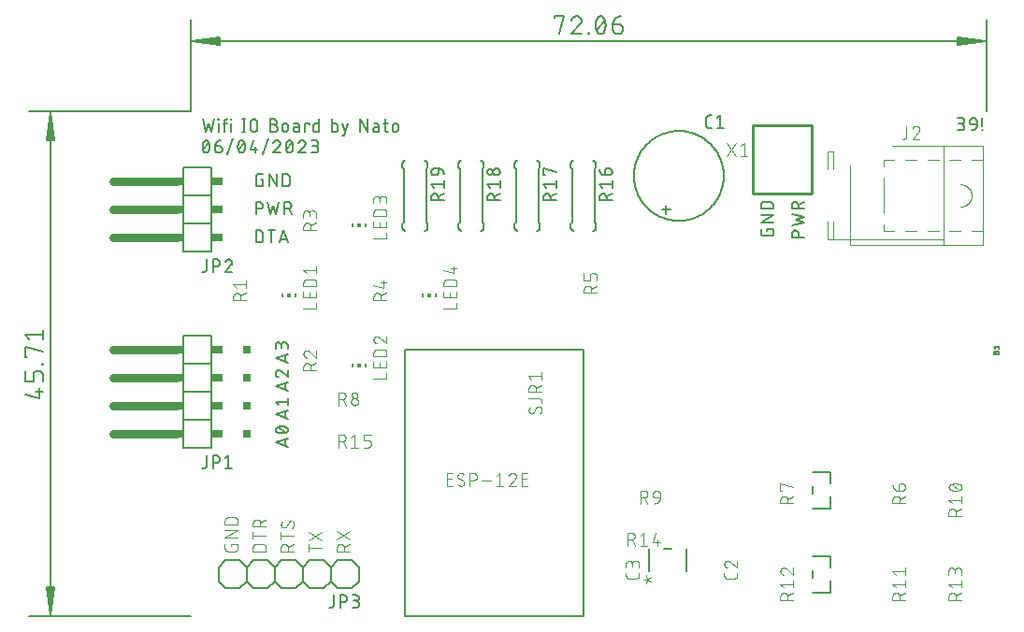
<source format=gbr>
G04 EAGLE Gerber X2 export*
%TF.Part,Single*%
%TF.FileFunction,Legend,Top,1*%
%TF.FilePolarity,Positive*%
%TF.GenerationSoftware,Autodesk,EAGLE,9.1.0*%
%TF.CreationDate,2023-04-28T19:49:15Z*%
G75*
%MOMM*%
%FSLAX34Y34*%
%LPD*%
%AMOC8*
5,1,8,0,0,1.08239X$1,22.5*%
G01*
%ADD10C,0.127000*%
%ADD11C,0.130000*%
%ADD12C,0.152400*%
%ADD13C,0.101600*%
%ADD14C,0.762000*%
%ADD15R,0.508000X0.762000*%
%ADD16R,1.016000X0.762000*%
%ADD17R,0.762000X0.762000*%
%ADD18R,0.150000X0.300000*%
%ADD19R,0.300000X0.300000*%
%ADD20C,0.100000*%
%ADD21C,0.254000*%
%ADD22C,0.076200*%


D10*
X139065Y153670D02*
X127635Y157480D01*
X139065Y161290D01*
X136208Y160338D02*
X136208Y154623D01*
X133350Y165735D02*
X133125Y165738D01*
X132900Y165746D01*
X132676Y165759D01*
X132452Y165778D01*
X132228Y165802D01*
X132005Y165831D01*
X131783Y165866D01*
X131562Y165906D01*
X131342Y165952D01*
X131123Y166002D01*
X130905Y166058D01*
X130688Y166119D01*
X130473Y166185D01*
X130260Y166256D01*
X130049Y166333D01*
X129839Y166414D01*
X129631Y166500D01*
X129426Y166591D01*
X129223Y166687D01*
X129135Y166719D01*
X129048Y166755D01*
X128962Y166794D01*
X128878Y166837D01*
X128796Y166883D01*
X128716Y166932D01*
X128638Y166984D01*
X128562Y167040D01*
X128488Y167098D01*
X128417Y167160D01*
X128348Y167224D01*
X128282Y167291D01*
X128219Y167360D01*
X128158Y167432D01*
X128100Y167506D01*
X128046Y167583D01*
X127994Y167661D01*
X127946Y167742D01*
X127901Y167824D01*
X127859Y167909D01*
X127821Y167995D01*
X127786Y168082D01*
X127754Y168170D01*
X127727Y168260D01*
X127702Y168351D01*
X127682Y168443D01*
X127665Y168535D01*
X127652Y168629D01*
X127643Y168722D01*
X127637Y168816D01*
X127635Y168910D01*
X127637Y169004D01*
X127643Y169098D01*
X127652Y169191D01*
X127665Y169285D01*
X127682Y169377D01*
X127702Y169469D01*
X127727Y169560D01*
X127754Y169650D01*
X127786Y169738D01*
X127821Y169825D01*
X127859Y169911D01*
X127901Y169996D01*
X127946Y170078D01*
X127994Y170159D01*
X128046Y170237D01*
X128100Y170314D01*
X128158Y170388D01*
X128219Y170460D01*
X128282Y170529D01*
X128348Y170596D01*
X128417Y170660D01*
X128488Y170722D01*
X128562Y170780D01*
X128638Y170836D01*
X128716Y170888D01*
X128796Y170937D01*
X128878Y170983D01*
X128962Y171026D01*
X129048Y171065D01*
X129135Y171101D01*
X129223Y171133D01*
X129426Y171229D01*
X129631Y171320D01*
X129839Y171406D01*
X130049Y171487D01*
X130260Y171564D01*
X130473Y171635D01*
X130688Y171701D01*
X130905Y171762D01*
X131123Y171818D01*
X131342Y171868D01*
X131562Y171914D01*
X131783Y171954D01*
X132005Y171989D01*
X132228Y172018D01*
X132452Y172042D01*
X132676Y172061D01*
X132900Y172074D01*
X133125Y172082D01*
X133350Y172085D01*
X133350Y165735D02*
X133575Y165738D01*
X133800Y165746D01*
X134024Y165759D01*
X134248Y165778D01*
X134472Y165802D01*
X134695Y165831D01*
X134917Y165866D01*
X135138Y165906D01*
X135358Y165952D01*
X135577Y166002D01*
X135795Y166058D01*
X136012Y166119D01*
X136227Y166185D01*
X136440Y166256D01*
X136651Y166333D01*
X136861Y166414D01*
X137069Y166500D01*
X137274Y166591D01*
X137477Y166687D01*
X137478Y166687D02*
X137566Y166719D01*
X137653Y166755D01*
X137739Y166794D01*
X137823Y166837D01*
X137905Y166883D01*
X137985Y166932D01*
X138063Y166984D01*
X138139Y167040D01*
X138213Y167098D01*
X138284Y167160D01*
X138353Y167224D01*
X138419Y167291D01*
X138482Y167360D01*
X138543Y167432D01*
X138601Y167506D01*
X138655Y167583D01*
X138707Y167661D01*
X138755Y167742D01*
X138800Y167824D01*
X138842Y167909D01*
X138880Y167995D01*
X138915Y168082D01*
X138947Y168170D01*
X138974Y168260D01*
X138999Y168351D01*
X139019Y168443D01*
X139036Y168535D01*
X139049Y168629D01*
X139058Y168722D01*
X139064Y168816D01*
X139066Y168910D01*
X137477Y171133D02*
X137274Y171229D01*
X137069Y171320D01*
X136861Y171406D01*
X136651Y171487D01*
X136440Y171564D01*
X136227Y171635D01*
X136012Y171701D01*
X135795Y171762D01*
X135577Y171818D01*
X135358Y171868D01*
X135138Y171914D01*
X134917Y171954D01*
X134695Y171989D01*
X134472Y172018D01*
X134248Y172042D01*
X134024Y172061D01*
X133800Y172074D01*
X133575Y172082D01*
X133350Y172085D01*
X137478Y171133D02*
X137566Y171101D01*
X137653Y171065D01*
X137739Y171026D01*
X137823Y170983D01*
X137905Y170937D01*
X137985Y170888D01*
X138063Y170836D01*
X138139Y170780D01*
X138213Y170722D01*
X138284Y170660D01*
X138353Y170596D01*
X138419Y170529D01*
X138482Y170460D01*
X138543Y170388D01*
X138601Y170314D01*
X138655Y170237D01*
X138707Y170159D01*
X138755Y170078D01*
X138800Y169996D01*
X138842Y169911D01*
X138880Y169825D01*
X138915Y169738D01*
X138947Y169650D01*
X138974Y169560D01*
X138999Y169469D01*
X139019Y169377D01*
X139036Y169285D01*
X139049Y169191D01*
X139058Y169098D01*
X139064Y169004D01*
X139066Y168910D01*
X136525Y166370D02*
X130175Y171450D01*
X139065Y179070D02*
X127635Y182880D01*
X139065Y186690D01*
X136208Y185738D02*
X136208Y180023D01*
X130175Y191135D02*
X127635Y194310D01*
X139065Y194310D01*
X139065Y191135D02*
X139065Y197485D01*
X139065Y204470D02*
X127635Y208280D01*
X139065Y212090D01*
X136208Y211138D02*
X136208Y205423D01*
X127635Y220028D02*
X127637Y220132D01*
X127643Y220237D01*
X127652Y220341D01*
X127665Y220444D01*
X127683Y220547D01*
X127703Y220649D01*
X127728Y220751D01*
X127756Y220851D01*
X127788Y220951D01*
X127824Y221049D01*
X127863Y221146D01*
X127905Y221241D01*
X127951Y221335D01*
X128001Y221427D01*
X128053Y221517D01*
X128109Y221605D01*
X128169Y221691D01*
X128231Y221775D01*
X128296Y221856D01*
X128364Y221935D01*
X128436Y222012D01*
X128509Y222085D01*
X128586Y222157D01*
X128665Y222225D01*
X128746Y222290D01*
X128830Y222352D01*
X128916Y222412D01*
X129004Y222468D01*
X129094Y222520D01*
X129186Y222570D01*
X129280Y222616D01*
X129375Y222658D01*
X129472Y222697D01*
X129570Y222733D01*
X129670Y222765D01*
X129770Y222793D01*
X129872Y222818D01*
X129974Y222838D01*
X130077Y222856D01*
X130180Y222869D01*
X130284Y222878D01*
X130389Y222884D01*
X130493Y222886D01*
X127635Y220028D02*
X127637Y219910D01*
X127643Y219791D01*
X127652Y219673D01*
X127665Y219556D01*
X127683Y219439D01*
X127703Y219322D01*
X127728Y219206D01*
X127756Y219091D01*
X127789Y218978D01*
X127824Y218865D01*
X127864Y218753D01*
X127906Y218643D01*
X127953Y218534D01*
X128003Y218426D01*
X128056Y218321D01*
X128113Y218217D01*
X128173Y218115D01*
X128236Y218015D01*
X128303Y217917D01*
X128372Y217821D01*
X128445Y217728D01*
X128521Y217637D01*
X128599Y217548D01*
X128681Y217462D01*
X128765Y217379D01*
X128851Y217298D01*
X128941Y217221D01*
X129032Y217146D01*
X129126Y217074D01*
X129223Y217005D01*
X129321Y216940D01*
X129422Y216877D01*
X129525Y216818D01*
X129629Y216762D01*
X129735Y216710D01*
X129843Y216661D01*
X129952Y216616D01*
X130063Y216574D01*
X130175Y216536D01*
X132715Y221933D02*
X132640Y222009D01*
X132561Y222084D01*
X132480Y222155D01*
X132396Y222224D01*
X132310Y222289D01*
X132222Y222351D01*
X132132Y222411D01*
X132040Y222467D01*
X131945Y222520D01*
X131849Y222569D01*
X131751Y222615D01*
X131652Y222658D01*
X131551Y222697D01*
X131449Y222732D01*
X131346Y222764D01*
X131242Y222792D01*
X131137Y222817D01*
X131030Y222838D01*
X130924Y222855D01*
X130817Y222868D01*
X130709Y222877D01*
X130601Y222883D01*
X130493Y222885D01*
X132715Y221933D02*
X139065Y216535D01*
X139065Y222885D01*
X139065Y229870D02*
X127635Y233680D01*
X139065Y237490D01*
X136208Y236538D02*
X136208Y230823D01*
X139065Y241935D02*
X139065Y245110D01*
X139063Y245221D01*
X139057Y245331D01*
X139048Y245442D01*
X139034Y245552D01*
X139017Y245661D01*
X138996Y245770D01*
X138971Y245878D01*
X138942Y245985D01*
X138910Y246091D01*
X138874Y246196D01*
X138834Y246299D01*
X138791Y246401D01*
X138744Y246502D01*
X138693Y246601D01*
X138640Y246698D01*
X138583Y246792D01*
X138522Y246885D01*
X138459Y246976D01*
X138392Y247065D01*
X138322Y247151D01*
X138249Y247234D01*
X138174Y247316D01*
X138096Y247394D01*
X138014Y247469D01*
X137931Y247542D01*
X137845Y247612D01*
X137756Y247679D01*
X137665Y247742D01*
X137572Y247803D01*
X137478Y247860D01*
X137381Y247913D01*
X137282Y247964D01*
X137181Y248011D01*
X137079Y248054D01*
X136976Y248094D01*
X136871Y248130D01*
X136765Y248162D01*
X136658Y248191D01*
X136550Y248216D01*
X136441Y248237D01*
X136332Y248254D01*
X136222Y248268D01*
X136111Y248277D01*
X136001Y248283D01*
X135890Y248285D01*
X135779Y248283D01*
X135669Y248277D01*
X135558Y248268D01*
X135448Y248254D01*
X135339Y248237D01*
X135230Y248216D01*
X135122Y248191D01*
X135015Y248162D01*
X134909Y248130D01*
X134804Y248094D01*
X134701Y248054D01*
X134599Y248011D01*
X134498Y247964D01*
X134399Y247913D01*
X134303Y247860D01*
X134208Y247803D01*
X134115Y247742D01*
X134024Y247679D01*
X133935Y247612D01*
X133849Y247542D01*
X133766Y247469D01*
X133684Y247394D01*
X133606Y247316D01*
X133531Y247234D01*
X133458Y247151D01*
X133388Y247065D01*
X133321Y246976D01*
X133258Y246885D01*
X133197Y246792D01*
X133140Y246698D01*
X133087Y246601D01*
X133036Y246502D01*
X132989Y246401D01*
X132946Y246299D01*
X132906Y246196D01*
X132870Y246091D01*
X132838Y245985D01*
X132809Y245878D01*
X132784Y245770D01*
X132763Y245661D01*
X132746Y245552D01*
X132732Y245442D01*
X132723Y245331D01*
X132717Y245221D01*
X132715Y245110D01*
X127635Y245745D02*
X127635Y241935D01*
X127635Y245745D02*
X127637Y245845D01*
X127643Y245944D01*
X127653Y246044D01*
X127666Y246142D01*
X127684Y246241D01*
X127705Y246338D01*
X127730Y246434D01*
X127759Y246530D01*
X127792Y246624D01*
X127828Y246717D01*
X127868Y246808D01*
X127912Y246898D01*
X127959Y246986D01*
X128009Y247072D01*
X128063Y247156D01*
X128120Y247238D01*
X128180Y247317D01*
X128244Y247395D01*
X128310Y247469D01*
X128379Y247541D01*
X128451Y247610D01*
X128525Y247676D01*
X128603Y247740D01*
X128682Y247800D01*
X128764Y247857D01*
X128848Y247911D01*
X128934Y247961D01*
X129022Y248008D01*
X129112Y248052D01*
X129203Y248092D01*
X129296Y248128D01*
X129390Y248161D01*
X129486Y248190D01*
X129582Y248215D01*
X129679Y248236D01*
X129778Y248254D01*
X129876Y248267D01*
X129976Y248277D01*
X130075Y248283D01*
X130175Y248285D01*
X130275Y248283D01*
X130374Y248277D01*
X130474Y248267D01*
X130572Y248254D01*
X130671Y248236D01*
X130768Y248215D01*
X130864Y248190D01*
X130960Y248161D01*
X131054Y248128D01*
X131147Y248092D01*
X131238Y248052D01*
X131328Y248008D01*
X131416Y247961D01*
X131502Y247911D01*
X131586Y247857D01*
X131668Y247800D01*
X131747Y247740D01*
X131825Y247676D01*
X131899Y247610D01*
X131971Y247541D01*
X132040Y247469D01*
X132106Y247395D01*
X132170Y247317D01*
X132230Y247238D01*
X132287Y247156D01*
X132341Y247072D01*
X132391Y246986D01*
X132438Y246898D01*
X132482Y246808D01*
X132522Y246717D01*
X132558Y246624D01*
X132591Y246530D01*
X132620Y246434D01*
X132645Y246338D01*
X132666Y246241D01*
X132684Y246142D01*
X132697Y246044D01*
X132707Y245944D01*
X132713Y245845D01*
X132715Y245745D01*
X132715Y243205D01*
X116205Y395605D02*
X114300Y395605D01*
X116205Y395605D02*
X116205Y389255D01*
X112395Y389255D01*
X112295Y389257D01*
X112196Y389263D01*
X112096Y389273D01*
X111998Y389286D01*
X111899Y389304D01*
X111802Y389325D01*
X111706Y389350D01*
X111610Y389379D01*
X111516Y389412D01*
X111423Y389448D01*
X111332Y389488D01*
X111242Y389532D01*
X111154Y389579D01*
X111068Y389629D01*
X110984Y389683D01*
X110902Y389740D01*
X110823Y389800D01*
X110745Y389864D01*
X110671Y389930D01*
X110599Y389999D01*
X110530Y390071D01*
X110464Y390145D01*
X110400Y390223D01*
X110340Y390302D01*
X110283Y390384D01*
X110229Y390468D01*
X110179Y390554D01*
X110132Y390642D01*
X110088Y390732D01*
X110048Y390823D01*
X110012Y390916D01*
X109979Y391010D01*
X109950Y391106D01*
X109925Y391202D01*
X109904Y391299D01*
X109886Y391398D01*
X109873Y391496D01*
X109863Y391596D01*
X109857Y391695D01*
X109855Y391795D01*
X109855Y398145D01*
X109857Y398245D01*
X109863Y398344D01*
X109873Y398444D01*
X109886Y398542D01*
X109904Y398641D01*
X109925Y398738D01*
X109950Y398834D01*
X109979Y398930D01*
X110012Y399024D01*
X110048Y399117D01*
X110088Y399208D01*
X110132Y399298D01*
X110179Y399386D01*
X110229Y399472D01*
X110283Y399556D01*
X110340Y399638D01*
X110400Y399717D01*
X110464Y399795D01*
X110530Y399869D01*
X110599Y399941D01*
X110671Y400010D01*
X110745Y400076D01*
X110823Y400140D01*
X110902Y400200D01*
X110984Y400257D01*
X111068Y400311D01*
X111154Y400361D01*
X111242Y400408D01*
X111332Y400452D01*
X111423Y400492D01*
X111516Y400528D01*
X111610Y400561D01*
X111706Y400590D01*
X111802Y400615D01*
X111899Y400636D01*
X111998Y400654D01*
X112096Y400667D01*
X112196Y400677D01*
X112295Y400683D01*
X112395Y400685D01*
X116205Y400685D01*
X122047Y400685D02*
X122047Y389255D01*
X128397Y389255D02*
X122047Y400685D01*
X128397Y400685D02*
X128397Y389255D01*
X134239Y389255D02*
X134239Y400685D01*
X137414Y400685D01*
X137525Y400683D01*
X137635Y400677D01*
X137746Y400668D01*
X137856Y400654D01*
X137965Y400637D01*
X138074Y400616D01*
X138182Y400591D01*
X138289Y400562D01*
X138395Y400530D01*
X138500Y400494D01*
X138603Y400454D01*
X138705Y400411D01*
X138806Y400364D01*
X138905Y400313D01*
X139002Y400260D01*
X139096Y400203D01*
X139189Y400142D01*
X139280Y400079D01*
X139369Y400012D01*
X139455Y399942D01*
X139538Y399869D01*
X139620Y399794D01*
X139698Y399716D01*
X139773Y399634D01*
X139846Y399551D01*
X139916Y399465D01*
X139983Y399376D01*
X140046Y399285D01*
X140107Y399192D01*
X140164Y399098D01*
X140217Y399001D01*
X140268Y398902D01*
X140315Y398801D01*
X140358Y398699D01*
X140398Y398596D01*
X140434Y398491D01*
X140466Y398385D01*
X140495Y398278D01*
X140520Y398170D01*
X140541Y398061D01*
X140558Y397952D01*
X140572Y397842D01*
X140581Y397731D01*
X140587Y397621D01*
X140589Y397510D01*
X140589Y392430D01*
X140587Y392319D01*
X140581Y392209D01*
X140572Y392098D01*
X140558Y391988D01*
X140541Y391879D01*
X140520Y391770D01*
X140495Y391662D01*
X140466Y391555D01*
X140434Y391449D01*
X140398Y391344D01*
X140358Y391241D01*
X140315Y391139D01*
X140268Y391038D01*
X140217Y390939D01*
X140164Y390842D01*
X140107Y390748D01*
X140046Y390655D01*
X139983Y390564D01*
X139916Y390475D01*
X139846Y390389D01*
X139773Y390306D01*
X139698Y390224D01*
X139620Y390146D01*
X139538Y390071D01*
X139455Y389998D01*
X139369Y389928D01*
X139280Y389861D01*
X139189Y389798D01*
X139096Y389737D01*
X139001Y389680D01*
X138905Y389627D01*
X138806Y389576D01*
X138705Y389529D01*
X138603Y389486D01*
X138500Y389446D01*
X138395Y389410D01*
X138289Y389378D01*
X138182Y389349D01*
X138074Y389324D01*
X137965Y389303D01*
X137856Y389286D01*
X137746Y389272D01*
X137635Y389263D01*
X137525Y389257D01*
X137414Y389255D01*
X134239Y389255D01*
X109855Y375285D02*
X109855Y363855D01*
X109855Y375285D02*
X113030Y375285D01*
X113141Y375283D01*
X113251Y375277D01*
X113362Y375268D01*
X113472Y375254D01*
X113581Y375237D01*
X113690Y375216D01*
X113798Y375191D01*
X113905Y375162D01*
X114011Y375130D01*
X114116Y375094D01*
X114219Y375054D01*
X114321Y375011D01*
X114422Y374964D01*
X114521Y374913D01*
X114618Y374860D01*
X114712Y374803D01*
X114805Y374742D01*
X114896Y374679D01*
X114985Y374612D01*
X115071Y374542D01*
X115154Y374469D01*
X115236Y374394D01*
X115314Y374316D01*
X115389Y374234D01*
X115462Y374151D01*
X115532Y374065D01*
X115599Y373976D01*
X115662Y373885D01*
X115723Y373792D01*
X115780Y373697D01*
X115833Y373601D01*
X115884Y373502D01*
X115931Y373401D01*
X115974Y373299D01*
X116014Y373196D01*
X116050Y373091D01*
X116082Y372985D01*
X116111Y372878D01*
X116136Y372770D01*
X116157Y372661D01*
X116174Y372552D01*
X116188Y372442D01*
X116197Y372331D01*
X116203Y372221D01*
X116205Y372110D01*
X116203Y371999D01*
X116197Y371889D01*
X116188Y371778D01*
X116174Y371668D01*
X116157Y371559D01*
X116136Y371450D01*
X116111Y371342D01*
X116082Y371235D01*
X116050Y371129D01*
X116014Y371024D01*
X115974Y370921D01*
X115931Y370819D01*
X115884Y370718D01*
X115833Y370619D01*
X115780Y370522D01*
X115723Y370428D01*
X115662Y370335D01*
X115599Y370244D01*
X115532Y370155D01*
X115462Y370069D01*
X115389Y369986D01*
X115314Y369904D01*
X115236Y369826D01*
X115154Y369751D01*
X115071Y369678D01*
X114985Y369608D01*
X114896Y369541D01*
X114805Y369478D01*
X114712Y369417D01*
X114617Y369360D01*
X114521Y369307D01*
X114422Y369256D01*
X114321Y369209D01*
X114219Y369166D01*
X114116Y369126D01*
X114011Y369090D01*
X113905Y369058D01*
X113798Y369029D01*
X113690Y369004D01*
X113581Y368983D01*
X113472Y368966D01*
X113362Y368952D01*
X113251Y368943D01*
X113141Y368937D01*
X113030Y368935D01*
X109855Y368935D01*
X120333Y375285D02*
X122873Y363855D01*
X125413Y371475D01*
X127953Y363855D01*
X130493Y375285D01*
X135655Y375285D02*
X135655Y363855D01*
X135655Y375285D02*
X138830Y375285D01*
X138941Y375283D01*
X139051Y375277D01*
X139162Y375268D01*
X139272Y375254D01*
X139381Y375237D01*
X139490Y375216D01*
X139598Y375191D01*
X139705Y375162D01*
X139811Y375130D01*
X139916Y375094D01*
X140019Y375054D01*
X140121Y375011D01*
X140222Y374964D01*
X140321Y374913D01*
X140418Y374860D01*
X140512Y374803D01*
X140605Y374742D01*
X140696Y374679D01*
X140785Y374612D01*
X140871Y374542D01*
X140954Y374469D01*
X141036Y374394D01*
X141114Y374316D01*
X141189Y374234D01*
X141262Y374151D01*
X141332Y374065D01*
X141399Y373976D01*
X141462Y373885D01*
X141523Y373792D01*
X141580Y373697D01*
X141633Y373601D01*
X141684Y373502D01*
X141731Y373401D01*
X141774Y373299D01*
X141814Y373196D01*
X141850Y373091D01*
X141882Y372985D01*
X141911Y372878D01*
X141936Y372770D01*
X141957Y372661D01*
X141974Y372552D01*
X141988Y372442D01*
X141997Y372331D01*
X142003Y372221D01*
X142005Y372110D01*
X142003Y371999D01*
X141997Y371889D01*
X141988Y371778D01*
X141974Y371668D01*
X141957Y371559D01*
X141936Y371450D01*
X141911Y371342D01*
X141882Y371235D01*
X141850Y371129D01*
X141814Y371024D01*
X141774Y370921D01*
X141731Y370819D01*
X141684Y370718D01*
X141633Y370619D01*
X141580Y370522D01*
X141523Y370428D01*
X141462Y370335D01*
X141399Y370244D01*
X141332Y370155D01*
X141262Y370069D01*
X141189Y369986D01*
X141114Y369904D01*
X141036Y369826D01*
X140954Y369751D01*
X140871Y369678D01*
X140785Y369608D01*
X140696Y369541D01*
X140605Y369478D01*
X140512Y369417D01*
X140417Y369360D01*
X140321Y369307D01*
X140222Y369256D01*
X140121Y369209D01*
X140019Y369166D01*
X139916Y369126D01*
X139811Y369090D01*
X139705Y369058D01*
X139598Y369029D01*
X139490Y369004D01*
X139381Y368983D01*
X139272Y368966D01*
X139162Y368952D01*
X139051Y368943D01*
X138941Y368937D01*
X138830Y368935D01*
X135655Y368935D01*
X139465Y368935D02*
X142005Y363855D01*
X109855Y349885D02*
X109855Y338455D01*
X109855Y349885D02*
X113030Y349885D01*
X113141Y349883D01*
X113251Y349877D01*
X113362Y349868D01*
X113472Y349854D01*
X113581Y349837D01*
X113690Y349816D01*
X113798Y349791D01*
X113905Y349762D01*
X114011Y349730D01*
X114116Y349694D01*
X114219Y349654D01*
X114321Y349611D01*
X114422Y349564D01*
X114521Y349513D01*
X114618Y349460D01*
X114712Y349403D01*
X114805Y349342D01*
X114896Y349279D01*
X114985Y349212D01*
X115071Y349142D01*
X115154Y349069D01*
X115236Y348994D01*
X115314Y348916D01*
X115389Y348834D01*
X115462Y348751D01*
X115532Y348665D01*
X115599Y348576D01*
X115662Y348485D01*
X115723Y348392D01*
X115780Y348298D01*
X115833Y348201D01*
X115884Y348102D01*
X115931Y348001D01*
X115974Y347899D01*
X116014Y347796D01*
X116050Y347691D01*
X116082Y347585D01*
X116111Y347478D01*
X116136Y347370D01*
X116157Y347261D01*
X116174Y347152D01*
X116188Y347042D01*
X116197Y346931D01*
X116203Y346821D01*
X116205Y346710D01*
X116205Y341630D01*
X116203Y341519D01*
X116197Y341409D01*
X116188Y341298D01*
X116174Y341188D01*
X116157Y341079D01*
X116136Y340970D01*
X116111Y340862D01*
X116082Y340755D01*
X116050Y340649D01*
X116014Y340544D01*
X115974Y340441D01*
X115931Y340339D01*
X115884Y340238D01*
X115833Y340139D01*
X115780Y340042D01*
X115723Y339948D01*
X115662Y339855D01*
X115599Y339764D01*
X115532Y339675D01*
X115462Y339589D01*
X115389Y339506D01*
X115314Y339424D01*
X115236Y339346D01*
X115154Y339271D01*
X115071Y339198D01*
X114985Y339128D01*
X114896Y339061D01*
X114805Y338998D01*
X114712Y338937D01*
X114617Y338880D01*
X114521Y338827D01*
X114422Y338776D01*
X114321Y338729D01*
X114219Y338686D01*
X114116Y338646D01*
X114011Y338610D01*
X113905Y338578D01*
X113798Y338549D01*
X113690Y338524D01*
X113581Y338503D01*
X113472Y338486D01*
X113362Y338472D01*
X113251Y338463D01*
X113141Y338457D01*
X113030Y338455D01*
X109855Y338455D01*
X124079Y338455D02*
X124079Y349885D01*
X120904Y349885D02*
X127254Y349885D01*
X134747Y349885D02*
X130937Y338455D01*
X138557Y338455D02*
X134747Y349885D01*
X137605Y341313D02*
X131890Y341313D01*
X64135Y438785D02*
X61595Y450215D01*
X66675Y446405D02*
X64135Y438785D01*
X69215Y438785D02*
X66675Y446405D01*
X71755Y450215D02*
X69215Y438785D01*
X76200Y438785D02*
X76200Y446405D01*
X75883Y449580D02*
X75883Y450215D01*
X76518Y450215D01*
X76518Y449580D01*
X75883Y449580D01*
X81509Y448310D02*
X81509Y438785D01*
X81509Y448310D02*
X81511Y448395D01*
X81517Y448481D01*
X81526Y448566D01*
X81540Y448650D01*
X81557Y448734D01*
X81578Y448817D01*
X81602Y448899D01*
X81630Y448979D01*
X81662Y449059D01*
X81698Y449137D01*
X81736Y449213D01*
X81779Y449287D01*
X81824Y449359D01*
X81873Y449430D01*
X81925Y449498D01*
X81979Y449563D01*
X82037Y449626D01*
X82098Y449687D01*
X82161Y449745D01*
X82226Y449799D01*
X82294Y449851D01*
X82365Y449900D01*
X82437Y449945D01*
X82511Y449988D01*
X82587Y450026D01*
X82665Y450062D01*
X82745Y450094D01*
X82825Y450122D01*
X82907Y450146D01*
X82990Y450167D01*
X83074Y450184D01*
X83158Y450198D01*
X83243Y450207D01*
X83329Y450213D01*
X83414Y450215D01*
X84049Y450215D01*
X84049Y446405D02*
X80239Y446405D01*
X87249Y446405D02*
X87249Y438785D01*
X86931Y449580D02*
X86931Y450215D01*
X87566Y450215D01*
X87566Y449580D01*
X86931Y449580D01*
X99060Y450215D02*
X99060Y438785D01*
X97790Y438785D02*
X100330Y438785D01*
X100330Y450215D02*
X97790Y450215D01*
X105029Y447040D02*
X105029Y441960D01*
X105029Y447040D02*
X105031Y447151D01*
X105037Y447261D01*
X105046Y447372D01*
X105060Y447482D01*
X105077Y447591D01*
X105098Y447700D01*
X105123Y447808D01*
X105152Y447915D01*
X105184Y448021D01*
X105220Y448126D01*
X105260Y448229D01*
X105303Y448331D01*
X105350Y448432D01*
X105401Y448531D01*
X105454Y448628D01*
X105511Y448722D01*
X105572Y448815D01*
X105635Y448906D01*
X105702Y448995D01*
X105772Y449081D01*
X105845Y449164D01*
X105920Y449246D01*
X105998Y449324D01*
X106080Y449399D01*
X106163Y449472D01*
X106249Y449542D01*
X106338Y449609D01*
X106429Y449672D01*
X106522Y449733D01*
X106617Y449790D01*
X106713Y449843D01*
X106812Y449894D01*
X106913Y449941D01*
X107015Y449984D01*
X107118Y450024D01*
X107223Y450060D01*
X107329Y450092D01*
X107436Y450121D01*
X107544Y450146D01*
X107653Y450167D01*
X107762Y450184D01*
X107872Y450198D01*
X107983Y450207D01*
X108093Y450213D01*
X108204Y450215D01*
X108315Y450213D01*
X108425Y450207D01*
X108536Y450198D01*
X108646Y450184D01*
X108755Y450167D01*
X108864Y450146D01*
X108972Y450121D01*
X109079Y450092D01*
X109185Y450060D01*
X109290Y450024D01*
X109393Y449984D01*
X109495Y449941D01*
X109596Y449894D01*
X109695Y449843D01*
X109792Y449790D01*
X109886Y449733D01*
X109979Y449672D01*
X110070Y449609D01*
X110159Y449542D01*
X110245Y449472D01*
X110328Y449399D01*
X110410Y449324D01*
X110488Y449246D01*
X110563Y449164D01*
X110636Y449081D01*
X110706Y448995D01*
X110773Y448906D01*
X110836Y448815D01*
X110897Y448722D01*
X110954Y448628D01*
X111007Y448531D01*
X111058Y448432D01*
X111105Y448331D01*
X111148Y448229D01*
X111188Y448126D01*
X111224Y448021D01*
X111256Y447915D01*
X111285Y447808D01*
X111310Y447700D01*
X111331Y447591D01*
X111348Y447482D01*
X111362Y447372D01*
X111371Y447261D01*
X111377Y447151D01*
X111379Y447040D01*
X111379Y441960D01*
X111377Y441849D01*
X111371Y441739D01*
X111362Y441628D01*
X111348Y441518D01*
X111331Y441409D01*
X111310Y441300D01*
X111285Y441192D01*
X111256Y441085D01*
X111224Y440979D01*
X111188Y440874D01*
X111148Y440771D01*
X111105Y440669D01*
X111058Y440568D01*
X111007Y440469D01*
X110954Y440372D01*
X110897Y440278D01*
X110836Y440185D01*
X110773Y440094D01*
X110706Y440005D01*
X110636Y439919D01*
X110563Y439836D01*
X110488Y439754D01*
X110410Y439676D01*
X110328Y439601D01*
X110245Y439528D01*
X110159Y439458D01*
X110070Y439391D01*
X109979Y439328D01*
X109886Y439267D01*
X109791Y439210D01*
X109695Y439157D01*
X109596Y439106D01*
X109495Y439059D01*
X109393Y439016D01*
X109290Y438976D01*
X109185Y438940D01*
X109079Y438908D01*
X108972Y438879D01*
X108864Y438854D01*
X108755Y438833D01*
X108646Y438816D01*
X108536Y438802D01*
X108425Y438793D01*
X108315Y438787D01*
X108204Y438785D01*
X108093Y438787D01*
X107983Y438793D01*
X107872Y438802D01*
X107762Y438816D01*
X107653Y438833D01*
X107544Y438854D01*
X107436Y438879D01*
X107329Y438908D01*
X107223Y438940D01*
X107118Y438976D01*
X107015Y439016D01*
X106913Y439059D01*
X106812Y439106D01*
X106713Y439157D01*
X106617Y439210D01*
X106522Y439267D01*
X106429Y439328D01*
X106338Y439391D01*
X106249Y439458D01*
X106163Y439528D01*
X106080Y439601D01*
X105998Y439676D01*
X105920Y439754D01*
X105845Y439836D01*
X105772Y439919D01*
X105702Y440005D01*
X105635Y440094D01*
X105572Y440185D01*
X105511Y440278D01*
X105454Y440373D01*
X105401Y440469D01*
X105350Y440568D01*
X105303Y440669D01*
X105260Y440771D01*
X105220Y440874D01*
X105184Y440979D01*
X105152Y441085D01*
X105123Y441192D01*
X105098Y441300D01*
X105077Y441409D01*
X105060Y441518D01*
X105046Y441628D01*
X105037Y441739D01*
X105031Y441849D01*
X105029Y441960D01*
X123126Y445135D02*
X126301Y445135D01*
X126412Y445133D01*
X126522Y445127D01*
X126633Y445118D01*
X126743Y445104D01*
X126852Y445087D01*
X126961Y445066D01*
X127069Y445041D01*
X127176Y445012D01*
X127282Y444980D01*
X127387Y444944D01*
X127490Y444904D01*
X127592Y444861D01*
X127693Y444814D01*
X127792Y444763D01*
X127889Y444710D01*
X127983Y444653D01*
X128076Y444592D01*
X128167Y444529D01*
X128256Y444462D01*
X128342Y444392D01*
X128425Y444319D01*
X128507Y444244D01*
X128585Y444166D01*
X128660Y444084D01*
X128733Y444001D01*
X128803Y443915D01*
X128870Y443826D01*
X128933Y443735D01*
X128994Y443642D01*
X129051Y443547D01*
X129104Y443451D01*
X129155Y443352D01*
X129202Y443251D01*
X129245Y443149D01*
X129285Y443046D01*
X129321Y442941D01*
X129353Y442835D01*
X129382Y442728D01*
X129407Y442620D01*
X129428Y442511D01*
X129445Y442402D01*
X129459Y442292D01*
X129468Y442181D01*
X129474Y442071D01*
X129476Y441960D01*
X129474Y441849D01*
X129468Y441739D01*
X129459Y441628D01*
X129445Y441518D01*
X129428Y441409D01*
X129407Y441300D01*
X129382Y441192D01*
X129353Y441085D01*
X129321Y440979D01*
X129285Y440874D01*
X129245Y440771D01*
X129202Y440669D01*
X129155Y440568D01*
X129104Y440469D01*
X129051Y440372D01*
X128994Y440278D01*
X128933Y440185D01*
X128870Y440094D01*
X128803Y440005D01*
X128733Y439919D01*
X128660Y439836D01*
X128585Y439754D01*
X128507Y439676D01*
X128425Y439601D01*
X128342Y439528D01*
X128256Y439458D01*
X128167Y439391D01*
X128076Y439328D01*
X127983Y439267D01*
X127888Y439210D01*
X127792Y439157D01*
X127693Y439106D01*
X127592Y439059D01*
X127490Y439016D01*
X127387Y438976D01*
X127282Y438940D01*
X127176Y438908D01*
X127069Y438879D01*
X126961Y438854D01*
X126852Y438833D01*
X126743Y438816D01*
X126633Y438802D01*
X126522Y438793D01*
X126412Y438787D01*
X126301Y438785D01*
X123126Y438785D01*
X123126Y450215D01*
X126301Y450215D01*
X126401Y450213D01*
X126500Y450207D01*
X126600Y450197D01*
X126698Y450184D01*
X126797Y450166D01*
X126894Y450145D01*
X126990Y450120D01*
X127086Y450091D01*
X127180Y450058D01*
X127273Y450022D01*
X127364Y449982D01*
X127454Y449938D01*
X127542Y449891D01*
X127628Y449841D01*
X127712Y449787D01*
X127794Y449730D01*
X127873Y449670D01*
X127951Y449606D01*
X128025Y449540D01*
X128097Y449471D01*
X128166Y449399D01*
X128232Y449325D01*
X128296Y449247D01*
X128356Y449168D01*
X128413Y449086D01*
X128467Y449002D01*
X128517Y448916D01*
X128564Y448828D01*
X128608Y448738D01*
X128648Y448647D01*
X128684Y448554D01*
X128717Y448460D01*
X128746Y448364D01*
X128771Y448268D01*
X128792Y448171D01*
X128810Y448072D01*
X128823Y447974D01*
X128833Y447874D01*
X128839Y447775D01*
X128841Y447675D01*
X128839Y447575D01*
X128833Y447476D01*
X128823Y447376D01*
X128810Y447278D01*
X128792Y447179D01*
X128771Y447082D01*
X128746Y446986D01*
X128717Y446890D01*
X128684Y446796D01*
X128648Y446703D01*
X128608Y446612D01*
X128564Y446522D01*
X128517Y446434D01*
X128467Y446348D01*
X128413Y446264D01*
X128356Y446182D01*
X128296Y446103D01*
X128232Y446025D01*
X128166Y445951D01*
X128097Y445879D01*
X128025Y445810D01*
X127951Y445744D01*
X127873Y445680D01*
X127794Y445620D01*
X127712Y445563D01*
X127628Y445509D01*
X127542Y445459D01*
X127454Y445412D01*
X127364Y445368D01*
X127273Y445328D01*
X127180Y445292D01*
X127086Y445259D01*
X126990Y445230D01*
X126894Y445205D01*
X126797Y445184D01*
X126698Y445166D01*
X126600Y445153D01*
X126500Y445143D01*
X126401Y445137D01*
X126301Y445135D01*
X133858Y443865D02*
X133858Y441325D01*
X133858Y443865D02*
X133860Y443965D01*
X133866Y444064D01*
X133876Y444164D01*
X133889Y444262D01*
X133907Y444361D01*
X133928Y444458D01*
X133953Y444554D01*
X133982Y444650D01*
X134015Y444744D01*
X134051Y444837D01*
X134091Y444928D01*
X134135Y445018D01*
X134182Y445106D01*
X134232Y445192D01*
X134286Y445276D01*
X134343Y445358D01*
X134403Y445437D01*
X134467Y445515D01*
X134533Y445589D01*
X134602Y445661D01*
X134674Y445730D01*
X134748Y445796D01*
X134826Y445860D01*
X134905Y445920D01*
X134987Y445977D01*
X135071Y446031D01*
X135157Y446081D01*
X135245Y446128D01*
X135335Y446172D01*
X135426Y446212D01*
X135519Y446248D01*
X135613Y446281D01*
X135709Y446310D01*
X135805Y446335D01*
X135902Y446356D01*
X136001Y446374D01*
X136099Y446387D01*
X136199Y446397D01*
X136298Y446403D01*
X136398Y446405D01*
X136498Y446403D01*
X136597Y446397D01*
X136697Y446387D01*
X136795Y446374D01*
X136894Y446356D01*
X136991Y446335D01*
X137087Y446310D01*
X137183Y446281D01*
X137277Y446248D01*
X137370Y446212D01*
X137461Y446172D01*
X137551Y446128D01*
X137639Y446081D01*
X137725Y446031D01*
X137809Y445977D01*
X137891Y445920D01*
X137970Y445860D01*
X138048Y445796D01*
X138122Y445730D01*
X138194Y445661D01*
X138263Y445589D01*
X138329Y445515D01*
X138393Y445437D01*
X138453Y445358D01*
X138510Y445276D01*
X138564Y445192D01*
X138614Y445106D01*
X138661Y445018D01*
X138705Y444928D01*
X138745Y444837D01*
X138781Y444744D01*
X138814Y444650D01*
X138843Y444554D01*
X138868Y444458D01*
X138889Y444361D01*
X138907Y444262D01*
X138920Y444164D01*
X138930Y444064D01*
X138936Y443965D01*
X138938Y443865D01*
X138938Y441325D01*
X138936Y441225D01*
X138930Y441126D01*
X138920Y441026D01*
X138907Y440928D01*
X138889Y440829D01*
X138868Y440732D01*
X138843Y440636D01*
X138814Y440540D01*
X138781Y440446D01*
X138745Y440353D01*
X138705Y440262D01*
X138661Y440172D01*
X138614Y440084D01*
X138564Y439998D01*
X138510Y439914D01*
X138453Y439832D01*
X138393Y439753D01*
X138329Y439675D01*
X138263Y439601D01*
X138194Y439529D01*
X138122Y439460D01*
X138048Y439394D01*
X137970Y439330D01*
X137891Y439270D01*
X137809Y439213D01*
X137725Y439159D01*
X137639Y439109D01*
X137551Y439062D01*
X137461Y439018D01*
X137370Y438978D01*
X137277Y438942D01*
X137183Y438909D01*
X137087Y438880D01*
X136991Y438855D01*
X136894Y438834D01*
X136795Y438816D01*
X136697Y438803D01*
X136597Y438793D01*
X136498Y438787D01*
X136398Y438785D01*
X136298Y438787D01*
X136199Y438793D01*
X136099Y438803D01*
X136001Y438816D01*
X135902Y438834D01*
X135805Y438855D01*
X135709Y438880D01*
X135613Y438909D01*
X135519Y438942D01*
X135426Y438978D01*
X135335Y439018D01*
X135245Y439062D01*
X135157Y439109D01*
X135071Y439159D01*
X134987Y439213D01*
X134905Y439270D01*
X134826Y439330D01*
X134748Y439394D01*
X134674Y439460D01*
X134602Y439529D01*
X134533Y439601D01*
X134467Y439675D01*
X134403Y439753D01*
X134343Y439832D01*
X134286Y439914D01*
X134232Y439998D01*
X134182Y440084D01*
X134135Y440172D01*
X134091Y440262D01*
X134051Y440353D01*
X134015Y440446D01*
X133982Y440540D01*
X133953Y440636D01*
X133928Y440732D01*
X133907Y440829D01*
X133889Y440928D01*
X133876Y441026D01*
X133866Y441126D01*
X133860Y441225D01*
X133858Y441325D01*
X145920Y443230D02*
X148778Y443230D01*
X145920Y443231D02*
X145827Y443229D01*
X145734Y443223D01*
X145641Y443213D01*
X145549Y443200D01*
X145458Y443182D01*
X145367Y443161D01*
X145277Y443136D01*
X145189Y443107D01*
X145102Y443075D01*
X145016Y443039D01*
X144932Y442999D01*
X144849Y442956D01*
X144768Y442909D01*
X144690Y442860D01*
X144613Y442806D01*
X144539Y442750D01*
X144467Y442691D01*
X144398Y442628D01*
X144332Y442563D01*
X144268Y442495D01*
X144207Y442425D01*
X144149Y442352D01*
X144095Y442277D01*
X144043Y442199D01*
X143995Y442120D01*
X143950Y442038D01*
X143909Y441955D01*
X143871Y441869D01*
X143836Y441783D01*
X143806Y441695D01*
X143779Y441606D01*
X143756Y441516D01*
X143736Y441425D01*
X143721Y441333D01*
X143709Y441240D01*
X143701Y441148D01*
X143697Y441055D01*
X143697Y440961D01*
X143701Y440868D01*
X143709Y440776D01*
X143721Y440683D01*
X143736Y440591D01*
X143756Y440500D01*
X143779Y440410D01*
X143806Y440321D01*
X143836Y440233D01*
X143871Y440147D01*
X143909Y440061D01*
X143950Y439978D01*
X143995Y439897D01*
X144043Y439817D01*
X144095Y439739D01*
X144149Y439664D01*
X144207Y439591D01*
X144268Y439521D01*
X144332Y439453D01*
X144398Y439388D01*
X144467Y439325D01*
X144539Y439266D01*
X144613Y439210D01*
X144690Y439156D01*
X144768Y439107D01*
X144849Y439060D01*
X144932Y439017D01*
X145016Y438977D01*
X145102Y438941D01*
X145189Y438909D01*
X145277Y438880D01*
X145367Y438855D01*
X145458Y438834D01*
X145549Y438816D01*
X145641Y438803D01*
X145734Y438793D01*
X145827Y438787D01*
X145920Y438785D01*
X148778Y438785D01*
X148778Y444500D01*
X148776Y444585D01*
X148770Y444671D01*
X148761Y444756D01*
X148747Y444840D01*
X148730Y444924D01*
X148709Y445007D01*
X148685Y445089D01*
X148657Y445169D01*
X148625Y445249D01*
X148589Y445327D01*
X148551Y445403D01*
X148508Y445477D01*
X148463Y445549D01*
X148414Y445620D01*
X148362Y445688D01*
X148308Y445753D01*
X148250Y445816D01*
X148189Y445877D01*
X148126Y445935D01*
X148061Y445989D01*
X147993Y446041D01*
X147922Y446090D01*
X147850Y446135D01*
X147776Y446178D01*
X147700Y446216D01*
X147622Y446252D01*
X147542Y446284D01*
X147462Y446312D01*
X147380Y446336D01*
X147297Y446357D01*
X147213Y446374D01*
X147129Y446388D01*
X147044Y446397D01*
X146958Y446403D01*
X146873Y446405D01*
X144333Y446405D01*
X154507Y446405D02*
X154507Y438785D01*
X154507Y446405D02*
X158317Y446405D01*
X158317Y445135D01*
X167066Y450215D02*
X167066Y438785D01*
X163891Y438785D01*
X163806Y438787D01*
X163720Y438793D01*
X163635Y438802D01*
X163551Y438816D01*
X163467Y438833D01*
X163384Y438854D01*
X163302Y438878D01*
X163222Y438906D01*
X163142Y438938D01*
X163064Y438974D01*
X162988Y439012D01*
X162914Y439055D01*
X162842Y439100D01*
X162771Y439149D01*
X162703Y439201D01*
X162638Y439255D01*
X162575Y439313D01*
X162514Y439374D01*
X162456Y439437D01*
X162402Y439502D01*
X162350Y439570D01*
X162301Y439641D01*
X162256Y439713D01*
X162213Y439787D01*
X162175Y439863D01*
X162139Y439941D01*
X162107Y440021D01*
X162079Y440101D01*
X162055Y440183D01*
X162034Y440266D01*
X162017Y440350D01*
X162003Y440434D01*
X161994Y440519D01*
X161988Y440605D01*
X161986Y440690D01*
X161986Y444500D01*
X161988Y444585D01*
X161994Y444671D01*
X162003Y444756D01*
X162017Y444840D01*
X162034Y444924D01*
X162055Y445007D01*
X162079Y445089D01*
X162107Y445169D01*
X162139Y445249D01*
X162175Y445327D01*
X162213Y445403D01*
X162256Y445477D01*
X162301Y445549D01*
X162350Y445620D01*
X162402Y445688D01*
X162456Y445753D01*
X162514Y445816D01*
X162575Y445877D01*
X162638Y445935D01*
X162703Y445989D01*
X162771Y446041D01*
X162842Y446090D01*
X162914Y446135D01*
X162988Y446178D01*
X163064Y446216D01*
X163142Y446252D01*
X163222Y446284D01*
X163302Y446312D01*
X163384Y446336D01*
X163467Y446357D01*
X163551Y446374D01*
X163635Y446388D01*
X163720Y446397D01*
X163806Y446403D01*
X163891Y446405D01*
X167066Y446405D01*
X178882Y450215D02*
X178882Y438785D01*
X182057Y438785D01*
X182142Y438787D01*
X182228Y438793D01*
X182313Y438802D01*
X182397Y438816D01*
X182481Y438833D01*
X182564Y438854D01*
X182646Y438878D01*
X182726Y438906D01*
X182806Y438938D01*
X182884Y438974D01*
X182960Y439012D01*
X183034Y439055D01*
X183106Y439100D01*
X183177Y439149D01*
X183245Y439201D01*
X183310Y439255D01*
X183373Y439313D01*
X183434Y439374D01*
X183492Y439437D01*
X183546Y439502D01*
X183598Y439570D01*
X183647Y439641D01*
X183692Y439713D01*
X183735Y439787D01*
X183773Y439863D01*
X183809Y439941D01*
X183841Y440021D01*
X183869Y440101D01*
X183893Y440183D01*
X183914Y440266D01*
X183931Y440350D01*
X183945Y440434D01*
X183954Y440519D01*
X183960Y440605D01*
X183962Y440690D01*
X183962Y444500D01*
X183960Y444585D01*
X183954Y444671D01*
X183945Y444756D01*
X183931Y444840D01*
X183914Y444924D01*
X183893Y445007D01*
X183869Y445089D01*
X183841Y445169D01*
X183809Y445249D01*
X183773Y445327D01*
X183735Y445403D01*
X183692Y445477D01*
X183647Y445549D01*
X183598Y445620D01*
X183546Y445688D01*
X183492Y445753D01*
X183434Y445816D01*
X183373Y445877D01*
X183310Y445935D01*
X183245Y445989D01*
X183177Y446041D01*
X183106Y446090D01*
X183034Y446135D01*
X182960Y446178D01*
X182884Y446216D01*
X182806Y446252D01*
X182726Y446284D01*
X182646Y446312D01*
X182564Y446336D01*
X182481Y446357D01*
X182397Y446374D01*
X182313Y446388D01*
X182228Y446397D01*
X182142Y446403D01*
X182057Y446405D01*
X178882Y446405D01*
X188341Y434975D02*
X189611Y434975D01*
X193421Y446405D01*
X188341Y446405D02*
X190881Y438785D01*
X204470Y438785D02*
X204470Y450215D01*
X210820Y438785D01*
X210820Y450215D01*
X218310Y443230D02*
X221168Y443230D01*
X218310Y443231D02*
X218217Y443229D01*
X218124Y443223D01*
X218031Y443213D01*
X217939Y443200D01*
X217848Y443182D01*
X217757Y443161D01*
X217667Y443136D01*
X217579Y443107D01*
X217492Y443075D01*
X217406Y443039D01*
X217322Y442999D01*
X217239Y442956D01*
X217158Y442909D01*
X217080Y442860D01*
X217003Y442806D01*
X216929Y442750D01*
X216857Y442691D01*
X216788Y442628D01*
X216722Y442563D01*
X216658Y442495D01*
X216597Y442425D01*
X216539Y442352D01*
X216485Y442277D01*
X216433Y442199D01*
X216385Y442120D01*
X216340Y442038D01*
X216299Y441955D01*
X216261Y441869D01*
X216226Y441783D01*
X216196Y441695D01*
X216169Y441606D01*
X216146Y441516D01*
X216126Y441425D01*
X216111Y441333D01*
X216099Y441240D01*
X216091Y441148D01*
X216087Y441055D01*
X216087Y440961D01*
X216091Y440868D01*
X216099Y440776D01*
X216111Y440683D01*
X216126Y440591D01*
X216146Y440500D01*
X216169Y440410D01*
X216196Y440321D01*
X216226Y440233D01*
X216261Y440147D01*
X216299Y440061D01*
X216340Y439978D01*
X216385Y439897D01*
X216433Y439817D01*
X216485Y439739D01*
X216539Y439664D01*
X216597Y439591D01*
X216658Y439521D01*
X216722Y439453D01*
X216788Y439388D01*
X216857Y439325D01*
X216929Y439266D01*
X217003Y439210D01*
X217080Y439156D01*
X217158Y439107D01*
X217239Y439060D01*
X217322Y439017D01*
X217406Y438977D01*
X217492Y438941D01*
X217579Y438909D01*
X217667Y438880D01*
X217757Y438855D01*
X217848Y438834D01*
X217939Y438816D01*
X218031Y438803D01*
X218124Y438793D01*
X218217Y438787D01*
X218310Y438785D01*
X221168Y438785D01*
X221168Y444500D01*
X221166Y444585D01*
X221160Y444671D01*
X221151Y444756D01*
X221137Y444840D01*
X221120Y444924D01*
X221099Y445007D01*
X221075Y445089D01*
X221047Y445169D01*
X221015Y445249D01*
X220979Y445327D01*
X220941Y445403D01*
X220898Y445477D01*
X220853Y445549D01*
X220804Y445620D01*
X220752Y445688D01*
X220698Y445753D01*
X220640Y445816D01*
X220579Y445877D01*
X220516Y445935D01*
X220451Y445989D01*
X220383Y446041D01*
X220312Y446090D01*
X220240Y446135D01*
X220166Y446178D01*
X220090Y446216D01*
X220012Y446252D01*
X219932Y446284D01*
X219852Y446312D01*
X219770Y446336D01*
X219687Y446357D01*
X219603Y446374D01*
X219519Y446388D01*
X219434Y446397D01*
X219348Y446403D01*
X219263Y446405D01*
X216723Y446405D01*
X225448Y446405D02*
X229258Y446405D01*
X226718Y450215D02*
X226718Y440690D01*
X226720Y440605D01*
X226726Y440519D01*
X226735Y440434D01*
X226749Y440350D01*
X226766Y440266D01*
X226787Y440183D01*
X226811Y440101D01*
X226839Y440021D01*
X226871Y439941D01*
X226907Y439863D01*
X226945Y439787D01*
X226988Y439713D01*
X227033Y439641D01*
X227082Y439570D01*
X227134Y439502D01*
X227188Y439437D01*
X227246Y439374D01*
X227307Y439313D01*
X227370Y439255D01*
X227435Y439201D01*
X227503Y439149D01*
X227574Y439100D01*
X227646Y439055D01*
X227720Y439012D01*
X227796Y438974D01*
X227874Y438938D01*
X227954Y438906D01*
X228034Y438878D01*
X228116Y438854D01*
X228199Y438833D01*
X228283Y438816D01*
X228367Y438802D01*
X228452Y438793D01*
X228538Y438787D01*
X228623Y438785D01*
X229258Y438785D01*
X233680Y441325D02*
X233680Y443865D01*
X233682Y443965D01*
X233688Y444064D01*
X233698Y444164D01*
X233711Y444262D01*
X233729Y444361D01*
X233750Y444458D01*
X233775Y444554D01*
X233804Y444650D01*
X233837Y444744D01*
X233873Y444837D01*
X233913Y444928D01*
X233957Y445018D01*
X234004Y445106D01*
X234054Y445192D01*
X234108Y445276D01*
X234165Y445358D01*
X234225Y445437D01*
X234289Y445515D01*
X234355Y445589D01*
X234424Y445661D01*
X234496Y445730D01*
X234570Y445796D01*
X234648Y445860D01*
X234727Y445920D01*
X234809Y445977D01*
X234893Y446031D01*
X234979Y446081D01*
X235067Y446128D01*
X235157Y446172D01*
X235248Y446212D01*
X235341Y446248D01*
X235435Y446281D01*
X235531Y446310D01*
X235627Y446335D01*
X235724Y446356D01*
X235823Y446374D01*
X235921Y446387D01*
X236021Y446397D01*
X236120Y446403D01*
X236220Y446405D01*
X236320Y446403D01*
X236419Y446397D01*
X236519Y446387D01*
X236617Y446374D01*
X236716Y446356D01*
X236813Y446335D01*
X236909Y446310D01*
X237005Y446281D01*
X237099Y446248D01*
X237192Y446212D01*
X237283Y446172D01*
X237373Y446128D01*
X237461Y446081D01*
X237547Y446031D01*
X237631Y445977D01*
X237713Y445920D01*
X237792Y445860D01*
X237870Y445796D01*
X237944Y445730D01*
X238016Y445661D01*
X238085Y445589D01*
X238151Y445515D01*
X238215Y445437D01*
X238275Y445358D01*
X238332Y445276D01*
X238386Y445192D01*
X238436Y445106D01*
X238483Y445018D01*
X238527Y444928D01*
X238567Y444837D01*
X238603Y444744D01*
X238636Y444650D01*
X238665Y444554D01*
X238690Y444458D01*
X238711Y444361D01*
X238729Y444262D01*
X238742Y444164D01*
X238752Y444064D01*
X238758Y443965D01*
X238760Y443865D01*
X238760Y441325D01*
X238758Y441225D01*
X238752Y441126D01*
X238742Y441026D01*
X238729Y440928D01*
X238711Y440829D01*
X238690Y440732D01*
X238665Y440636D01*
X238636Y440540D01*
X238603Y440446D01*
X238567Y440353D01*
X238527Y440262D01*
X238483Y440172D01*
X238436Y440084D01*
X238386Y439998D01*
X238332Y439914D01*
X238275Y439832D01*
X238215Y439753D01*
X238151Y439675D01*
X238085Y439601D01*
X238016Y439529D01*
X237944Y439460D01*
X237870Y439394D01*
X237792Y439330D01*
X237713Y439270D01*
X237631Y439213D01*
X237547Y439159D01*
X237461Y439109D01*
X237373Y439062D01*
X237283Y439018D01*
X237192Y438978D01*
X237099Y438942D01*
X237005Y438909D01*
X236909Y438880D01*
X236813Y438855D01*
X236716Y438834D01*
X236617Y438816D01*
X236519Y438803D01*
X236419Y438793D01*
X236320Y438787D01*
X236220Y438785D01*
X236120Y438787D01*
X236021Y438793D01*
X235921Y438803D01*
X235823Y438816D01*
X235724Y438834D01*
X235627Y438855D01*
X235531Y438880D01*
X235435Y438909D01*
X235341Y438942D01*
X235248Y438978D01*
X235157Y439018D01*
X235067Y439062D01*
X234979Y439109D01*
X234893Y439159D01*
X234809Y439213D01*
X234727Y439270D01*
X234648Y439330D01*
X234570Y439394D01*
X234496Y439460D01*
X234424Y439529D01*
X234355Y439601D01*
X234289Y439675D01*
X234225Y439753D01*
X234165Y439832D01*
X234108Y439914D01*
X234054Y439998D01*
X234004Y440084D01*
X233957Y440172D01*
X233913Y440262D01*
X233873Y440353D01*
X233837Y440446D01*
X233804Y440540D01*
X233775Y440636D01*
X233750Y440732D01*
X233729Y440829D01*
X233711Y440928D01*
X233698Y441026D01*
X233688Y441126D01*
X233682Y441225D01*
X233680Y441325D01*
X62547Y429577D02*
X62451Y429374D01*
X62360Y429169D01*
X62274Y428961D01*
X62193Y428751D01*
X62116Y428540D01*
X62045Y428327D01*
X61979Y428112D01*
X61918Y427895D01*
X61862Y427677D01*
X61812Y427458D01*
X61766Y427238D01*
X61726Y427017D01*
X61691Y426795D01*
X61662Y426572D01*
X61638Y426348D01*
X61619Y426124D01*
X61606Y425900D01*
X61598Y425675D01*
X61595Y425450D01*
X62547Y429578D02*
X62579Y429666D01*
X62615Y429753D01*
X62654Y429839D01*
X62697Y429923D01*
X62743Y430005D01*
X62792Y430085D01*
X62844Y430163D01*
X62900Y430239D01*
X62958Y430313D01*
X63020Y430384D01*
X63084Y430453D01*
X63151Y430519D01*
X63220Y430582D01*
X63292Y430643D01*
X63366Y430701D01*
X63443Y430755D01*
X63521Y430807D01*
X63602Y430855D01*
X63684Y430900D01*
X63769Y430942D01*
X63855Y430980D01*
X63942Y431015D01*
X64030Y431047D01*
X64120Y431074D01*
X64211Y431099D01*
X64303Y431119D01*
X64395Y431136D01*
X64489Y431149D01*
X64582Y431158D01*
X64676Y431164D01*
X64770Y431166D01*
X64864Y431164D01*
X64958Y431158D01*
X65051Y431149D01*
X65145Y431136D01*
X65237Y431119D01*
X65329Y431099D01*
X65420Y431074D01*
X65510Y431047D01*
X65598Y431015D01*
X65685Y430980D01*
X65771Y430942D01*
X65856Y430900D01*
X65938Y430855D01*
X66019Y430807D01*
X66097Y430755D01*
X66174Y430701D01*
X66248Y430643D01*
X66320Y430582D01*
X66389Y430519D01*
X66456Y430453D01*
X66520Y430384D01*
X66582Y430313D01*
X66640Y430239D01*
X66696Y430163D01*
X66748Y430085D01*
X66797Y430005D01*
X66843Y429923D01*
X66886Y429839D01*
X66925Y429753D01*
X66961Y429666D01*
X66993Y429578D01*
X66993Y429577D02*
X67089Y429374D01*
X67180Y429169D01*
X67266Y428961D01*
X67347Y428751D01*
X67424Y428540D01*
X67495Y428327D01*
X67561Y428112D01*
X67622Y427895D01*
X67678Y427677D01*
X67728Y427458D01*
X67774Y427238D01*
X67814Y427017D01*
X67849Y426795D01*
X67878Y426572D01*
X67902Y426348D01*
X67921Y426124D01*
X67934Y425900D01*
X67942Y425675D01*
X67945Y425450D01*
X61595Y425450D02*
X61598Y425225D01*
X61606Y425000D01*
X61619Y424776D01*
X61638Y424552D01*
X61662Y424328D01*
X61691Y424105D01*
X61726Y423883D01*
X61766Y423662D01*
X61812Y423442D01*
X61862Y423223D01*
X61918Y423005D01*
X61979Y422788D01*
X62045Y422573D01*
X62116Y422360D01*
X62193Y422149D01*
X62274Y421939D01*
X62360Y421731D01*
X62451Y421526D01*
X62547Y421323D01*
X62579Y421235D01*
X62615Y421148D01*
X62654Y421062D01*
X62697Y420978D01*
X62743Y420896D01*
X62792Y420816D01*
X62844Y420738D01*
X62900Y420662D01*
X62958Y420588D01*
X63020Y420517D01*
X63084Y420448D01*
X63151Y420382D01*
X63220Y420319D01*
X63292Y420258D01*
X63366Y420200D01*
X63443Y420146D01*
X63521Y420094D01*
X63602Y420046D01*
X63684Y420001D01*
X63769Y419959D01*
X63855Y419921D01*
X63942Y419886D01*
X64030Y419854D01*
X64120Y419827D01*
X64211Y419802D01*
X64303Y419782D01*
X64395Y419765D01*
X64489Y419752D01*
X64582Y419743D01*
X64676Y419737D01*
X64770Y419735D01*
X66993Y421323D02*
X67089Y421526D01*
X67180Y421731D01*
X67266Y421939D01*
X67347Y422149D01*
X67424Y422360D01*
X67495Y422573D01*
X67561Y422788D01*
X67622Y423005D01*
X67678Y423223D01*
X67728Y423442D01*
X67774Y423662D01*
X67814Y423883D01*
X67849Y424105D01*
X67878Y424328D01*
X67902Y424552D01*
X67921Y424776D01*
X67934Y425000D01*
X67942Y425225D01*
X67945Y425450D01*
X66993Y421323D02*
X66961Y421235D01*
X66925Y421148D01*
X66886Y421062D01*
X66843Y420978D01*
X66797Y420896D01*
X66748Y420816D01*
X66696Y420738D01*
X66640Y420662D01*
X66582Y420588D01*
X66520Y420517D01*
X66456Y420448D01*
X66389Y420382D01*
X66320Y420319D01*
X66248Y420258D01*
X66174Y420200D01*
X66097Y420146D01*
X66019Y420094D01*
X65938Y420046D01*
X65856Y420001D01*
X65771Y419959D01*
X65685Y419921D01*
X65598Y419886D01*
X65510Y419854D01*
X65420Y419827D01*
X65329Y419802D01*
X65237Y419782D01*
X65145Y419765D01*
X65051Y419752D01*
X64958Y419743D01*
X64864Y419737D01*
X64770Y419735D01*
X62230Y422275D02*
X67310Y428625D01*
X73025Y426085D02*
X76835Y426085D01*
X76935Y426083D01*
X77034Y426077D01*
X77134Y426067D01*
X77232Y426054D01*
X77331Y426036D01*
X77428Y426015D01*
X77524Y425990D01*
X77620Y425961D01*
X77714Y425928D01*
X77807Y425892D01*
X77898Y425852D01*
X77988Y425808D01*
X78076Y425761D01*
X78162Y425711D01*
X78246Y425657D01*
X78328Y425600D01*
X78407Y425540D01*
X78485Y425476D01*
X78559Y425410D01*
X78631Y425341D01*
X78700Y425269D01*
X78766Y425195D01*
X78830Y425117D01*
X78890Y425038D01*
X78947Y424956D01*
X79001Y424872D01*
X79051Y424786D01*
X79098Y424698D01*
X79142Y424608D01*
X79182Y424517D01*
X79218Y424424D01*
X79251Y424330D01*
X79280Y424234D01*
X79305Y424138D01*
X79326Y424041D01*
X79344Y423942D01*
X79357Y423844D01*
X79367Y423744D01*
X79373Y423645D01*
X79375Y423545D01*
X79375Y422910D01*
X79373Y422799D01*
X79367Y422689D01*
X79358Y422578D01*
X79344Y422468D01*
X79327Y422359D01*
X79306Y422250D01*
X79281Y422142D01*
X79252Y422035D01*
X79220Y421929D01*
X79184Y421824D01*
X79144Y421721D01*
X79101Y421619D01*
X79054Y421518D01*
X79003Y421419D01*
X78950Y421322D01*
X78893Y421228D01*
X78832Y421135D01*
X78769Y421044D01*
X78702Y420955D01*
X78632Y420869D01*
X78559Y420786D01*
X78484Y420704D01*
X78406Y420626D01*
X78324Y420551D01*
X78241Y420478D01*
X78155Y420408D01*
X78066Y420341D01*
X77975Y420278D01*
X77882Y420217D01*
X77787Y420160D01*
X77691Y420107D01*
X77592Y420056D01*
X77491Y420009D01*
X77389Y419966D01*
X77286Y419926D01*
X77181Y419890D01*
X77075Y419858D01*
X76968Y419829D01*
X76860Y419804D01*
X76751Y419783D01*
X76642Y419766D01*
X76532Y419752D01*
X76421Y419743D01*
X76311Y419737D01*
X76200Y419735D01*
X76089Y419737D01*
X75979Y419743D01*
X75868Y419752D01*
X75758Y419766D01*
X75649Y419783D01*
X75540Y419804D01*
X75432Y419829D01*
X75325Y419858D01*
X75219Y419890D01*
X75114Y419926D01*
X75011Y419966D01*
X74909Y420009D01*
X74808Y420056D01*
X74709Y420107D01*
X74613Y420160D01*
X74518Y420217D01*
X74425Y420278D01*
X74334Y420341D01*
X74245Y420408D01*
X74159Y420478D01*
X74076Y420551D01*
X73994Y420626D01*
X73916Y420704D01*
X73841Y420786D01*
X73768Y420869D01*
X73698Y420955D01*
X73631Y421044D01*
X73568Y421135D01*
X73507Y421228D01*
X73450Y421323D01*
X73397Y421419D01*
X73346Y421518D01*
X73299Y421619D01*
X73256Y421721D01*
X73216Y421824D01*
X73180Y421929D01*
X73148Y422035D01*
X73119Y422142D01*
X73094Y422250D01*
X73073Y422359D01*
X73056Y422468D01*
X73042Y422578D01*
X73033Y422689D01*
X73027Y422799D01*
X73025Y422910D01*
X73025Y426085D01*
X73027Y426225D01*
X73033Y426365D01*
X73042Y426505D01*
X73056Y426644D01*
X73073Y426783D01*
X73094Y426921D01*
X73119Y427059D01*
X73148Y427196D01*
X73180Y427332D01*
X73217Y427467D01*
X73257Y427601D01*
X73300Y427734D01*
X73348Y427866D01*
X73398Y427997D01*
X73453Y428126D01*
X73511Y428253D01*
X73572Y428379D01*
X73637Y428503D01*
X73706Y428625D01*
X73777Y428745D01*
X73852Y428863D01*
X73930Y428980D01*
X74012Y429094D01*
X74096Y429205D01*
X74184Y429314D01*
X74274Y429421D01*
X74368Y429526D01*
X74464Y429627D01*
X74563Y429726D01*
X74664Y429822D01*
X74769Y429916D01*
X74876Y430006D01*
X74985Y430094D01*
X75096Y430178D01*
X75210Y430260D01*
X75327Y430338D01*
X75445Y430413D01*
X75565Y430484D01*
X75687Y430553D01*
X75811Y430618D01*
X75937Y430679D01*
X76064Y430737D01*
X76193Y430792D01*
X76324Y430842D01*
X76456Y430890D01*
X76589Y430933D01*
X76723Y430973D01*
X76858Y431010D01*
X76994Y431042D01*
X77131Y431071D01*
X77269Y431096D01*
X77407Y431117D01*
X77546Y431134D01*
X77685Y431148D01*
X77825Y431157D01*
X77965Y431163D01*
X78105Y431165D01*
X89027Y432435D02*
X83947Y418465D01*
X93599Y425450D02*
X93602Y425675D01*
X93610Y425900D01*
X93623Y426124D01*
X93642Y426348D01*
X93666Y426572D01*
X93695Y426795D01*
X93730Y427017D01*
X93770Y427238D01*
X93816Y427458D01*
X93866Y427677D01*
X93922Y427895D01*
X93983Y428112D01*
X94049Y428327D01*
X94120Y428540D01*
X94197Y428751D01*
X94278Y428961D01*
X94364Y429169D01*
X94455Y429374D01*
X94551Y429577D01*
X94551Y429578D02*
X94583Y429666D01*
X94619Y429753D01*
X94658Y429839D01*
X94701Y429923D01*
X94747Y430005D01*
X94796Y430085D01*
X94848Y430163D01*
X94904Y430239D01*
X94962Y430313D01*
X95024Y430384D01*
X95088Y430453D01*
X95155Y430519D01*
X95224Y430582D01*
X95296Y430643D01*
X95370Y430701D01*
X95447Y430755D01*
X95525Y430807D01*
X95606Y430855D01*
X95688Y430900D01*
X95773Y430942D01*
X95859Y430980D01*
X95946Y431015D01*
X96034Y431047D01*
X96124Y431074D01*
X96215Y431099D01*
X96307Y431119D01*
X96399Y431136D01*
X96493Y431149D01*
X96586Y431158D01*
X96680Y431164D01*
X96774Y431166D01*
X96868Y431164D01*
X96962Y431158D01*
X97055Y431149D01*
X97149Y431136D01*
X97241Y431119D01*
X97333Y431099D01*
X97424Y431074D01*
X97514Y431047D01*
X97602Y431015D01*
X97689Y430980D01*
X97775Y430942D01*
X97860Y430900D01*
X97942Y430855D01*
X98023Y430807D01*
X98101Y430755D01*
X98178Y430701D01*
X98252Y430643D01*
X98324Y430582D01*
X98393Y430519D01*
X98460Y430453D01*
X98524Y430384D01*
X98586Y430313D01*
X98644Y430239D01*
X98700Y430163D01*
X98752Y430085D01*
X98801Y430005D01*
X98847Y429923D01*
X98890Y429839D01*
X98929Y429753D01*
X98965Y429666D01*
X98997Y429578D01*
X98997Y429577D02*
X99093Y429374D01*
X99184Y429169D01*
X99270Y428961D01*
X99351Y428751D01*
X99428Y428540D01*
X99499Y428327D01*
X99565Y428112D01*
X99626Y427895D01*
X99682Y427677D01*
X99732Y427458D01*
X99778Y427238D01*
X99818Y427017D01*
X99853Y426795D01*
X99882Y426572D01*
X99906Y426348D01*
X99925Y426124D01*
X99938Y425900D01*
X99946Y425675D01*
X99949Y425450D01*
X93599Y425450D02*
X93602Y425225D01*
X93610Y425000D01*
X93623Y424776D01*
X93642Y424552D01*
X93666Y424328D01*
X93695Y424105D01*
X93730Y423883D01*
X93770Y423662D01*
X93816Y423442D01*
X93866Y423223D01*
X93922Y423005D01*
X93983Y422788D01*
X94049Y422573D01*
X94120Y422360D01*
X94197Y422149D01*
X94278Y421939D01*
X94364Y421731D01*
X94455Y421526D01*
X94551Y421323D01*
X94583Y421235D01*
X94619Y421148D01*
X94658Y421062D01*
X94701Y420978D01*
X94747Y420896D01*
X94796Y420816D01*
X94848Y420738D01*
X94904Y420662D01*
X94962Y420588D01*
X95024Y420517D01*
X95088Y420448D01*
X95155Y420382D01*
X95224Y420319D01*
X95296Y420258D01*
X95370Y420200D01*
X95447Y420146D01*
X95525Y420094D01*
X95606Y420046D01*
X95688Y420001D01*
X95773Y419959D01*
X95859Y419921D01*
X95946Y419886D01*
X96034Y419854D01*
X96124Y419827D01*
X96215Y419802D01*
X96307Y419782D01*
X96399Y419765D01*
X96493Y419752D01*
X96586Y419743D01*
X96680Y419737D01*
X96774Y419735D01*
X98997Y421323D02*
X99093Y421526D01*
X99184Y421731D01*
X99270Y421939D01*
X99351Y422149D01*
X99428Y422360D01*
X99499Y422573D01*
X99565Y422788D01*
X99626Y423005D01*
X99682Y423223D01*
X99732Y423442D01*
X99778Y423662D01*
X99818Y423883D01*
X99853Y424105D01*
X99882Y424328D01*
X99906Y424552D01*
X99925Y424776D01*
X99938Y425000D01*
X99946Y425225D01*
X99949Y425450D01*
X98997Y421323D02*
X98965Y421235D01*
X98929Y421148D01*
X98890Y421062D01*
X98847Y420978D01*
X98801Y420896D01*
X98752Y420816D01*
X98700Y420738D01*
X98644Y420662D01*
X98586Y420588D01*
X98524Y420517D01*
X98460Y420448D01*
X98393Y420382D01*
X98324Y420319D01*
X98252Y420258D01*
X98178Y420200D01*
X98101Y420146D01*
X98023Y420094D01*
X97942Y420046D01*
X97860Y420001D01*
X97775Y419959D01*
X97689Y419921D01*
X97602Y419886D01*
X97514Y419854D01*
X97424Y419827D01*
X97333Y419802D01*
X97241Y419782D01*
X97149Y419765D01*
X97055Y419752D01*
X96962Y419743D01*
X96868Y419737D01*
X96774Y419735D01*
X94234Y422275D02*
X99314Y428625D01*
X105029Y422275D02*
X107569Y431165D01*
X105029Y422275D02*
X111379Y422275D01*
X109474Y424815D02*
X109474Y419735D01*
X115951Y418465D02*
X121031Y432435D01*
X129096Y431166D02*
X129200Y431164D01*
X129305Y431158D01*
X129409Y431149D01*
X129512Y431136D01*
X129615Y431118D01*
X129717Y431098D01*
X129819Y431073D01*
X129919Y431045D01*
X130019Y431013D01*
X130117Y430977D01*
X130214Y430938D01*
X130309Y430896D01*
X130403Y430850D01*
X130495Y430800D01*
X130585Y430748D01*
X130673Y430692D01*
X130759Y430632D01*
X130843Y430570D01*
X130924Y430505D01*
X131003Y430437D01*
X131080Y430365D01*
X131153Y430292D01*
X131225Y430215D01*
X131293Y430136D01*
X131358Y430055D01*
X131420Y429971D01*
X131480Y429885D01*
X131536Y429797D01*
X131588Y429707D01*
X131638Y429615D01*
X131684Y429521D01*
X131726Y429426D01*
X131765Y429329D01*
X131801Y429231D01*
X131833Y429131D01*
X131861Y429031D01*
X131886Y428929D01*
X131906Y428827D01*
X131924Y428724D01*
X131937Y428621D01*
X131946Y428517D01*
X131952Y428412D01*
X131954Y428308D01*
X129096Y431165D02*
X128978Y431163D01*
X128859Y431157D01*
X128741Y431148D01*
X128624Y431135D01*
X128507Y431117D01*
X128390Y431097D01*
X128274Y431072D01*
X128159Y431044D01*
X128046Y431011D01*
X127933Y430976D01*
X127821Y430936D01*
X127711Y430894D01*
X127602Y430847D01*
X127494Y430797D01*
X127389Y430744D01*
X127285Y430687D01*
X127183Y430627D01*
X127083Y430564D01*
X126985Y430497D01*
X126889Y430428D01*
X126796Y430355D01*
X126705Y430279D01*
X126616Y430201D01*
X126530Y430119D01*
X126447Y430035D01*
X126366Y429949D01*
X126289Y429859D01*
X126214Y429768D01*
X126142Y429674D01*
X126073Y429577D01*
X126008Y429479D01*
X125945Y429378D01*
X125886Y429275D01*
X125830Y429171D01*
X125778Y429065D01*
X125729Y428957D01*
X125684Y428848D01*
X125642Y428737D01*
X125604Y428625D01*
X131001Y426086D02*
X131077Y426161D01*
X131152Y426240D01*
X131223Y426321D01*
X131292Y426405D01*
X131357Y426491D01*
X131419Y426579D01*
X131479Y426669D01*
X131535Y426761D01*
X131588Y426856D01*
X131637Y426952D01*
X131683Y427050D01*
X131726Y427149D01*
X131765Y427250D01*
X131800Y427352D01*
X131832Y427455D01*
X131860Y427559D01*
X131885Y427664D01*
X131906Y427771D01*
X131923Y427877D01*
X131936Y427984D01*
X131945Y428092D01*
X131951Y428200D01*
X131953Y428308D01*
X131001Y426085D02*
X125603Y419735D01*
X131953Y419735D01*
X137033Y425450D02*
X137036Y425675D01*
X137044Y425900D01*
X137057Y426124D01*
X137076Y426348D01*
X137100Y426572D01*
X137129Y426795D01*
X137164Y427017D01*
X137204Y427238D01*
X137250Y427458D01*
X137300Y427677D01*
X137356Y427895D01*
X137417Y428112D01*
X137483Y428327D01*
X137554Y428540D01*
X137631Y428751D01*
X137712Y428961D01*
X137798Y429169D01*
X137889Y429374D01*
X137985Y429577D01*
X137985Y429578D02*
X138017Y429666D01*
X138053Y429753D01*
X138092Y429839D01*
X138135Y429923D01*
X138181Y430005D01*
X138230Y430085D01*
X138282Y430163D01*
X138338Y430239D01*
X138396Y430313D01*
X138458Y430384D01*
X138522Y430453D01*
X138589Y430519D01*
X138658Y430582D01*
X138730Y430643D01*
X138804Y430701D01*
X138881Y430755D01*
X138959Y430807D01*
X139040Y430855D01*
X139122Y430900D01*
X139207Y430942D01*
X139293Y430980D01*
X139380Y431015D01*
X139468Y431047D01*
X139558Y431074D01*
X139649Y431099D01*
X139741Y431119D01*
X139833Y431136D01*
X139927Y431149D01*
X140020Y431158D01*
X140114Y431164D01*
X140208Y431166D01*
X140302Y431164D01*
X140396Y431158D01*
X140489Y431149D01*
X140583Y431136D01*
X140675Y431119D01*
X140767Y431099D01*
X140858Y431074D01*
X140948Y431047D01*
X141036Y431015D01*
X141123Y430980D01*
X141209Y430942D01*
X141294Y430900D01*
X141376Y430855D01*
X141457Y430807D01*
X141535Y430755D01*
X141612Y430701D01*
X141686Y430643D01*
X141758Y430582D01*
X141827Y430519D01*
X141894Y430453D01*
X141958Y430384D01*
X142020Y430313D01*
X142078Y430239D01*
X142134Y430163D01*
X142186Y430085D01*
X142235Y430005D01*
X142281Y429923D01*
X142324Y429839D01*
X142363Y429753D01*
X142399Y429666D01*
X142431Y429578D01*
X142431Y429577D02*
X142527Y429374D01*
X142618Y429169D01*
X142704Y428961D01*
X142785Y428751D01*
X142862Y428540D01*
X142933Y428327D01*
X142999Y428112D01*
X143060Y427895D01*
X143116Y427677D01*
X143166Y427458D01*
X143212Y427238D01*
X143252Y427017D01*
X143287Y426795D01*
X143316Y426572D01*
X143340Y426348D01*
X143359Y426124D01*
X143372Y425900D01*
X143380Y425675D01*
X143383Y425450D01*
X137033Y425450D02*
X137036Y425225D01*
X137044Y425000D01*
X137057Y424776D01*
X137076Y424552D01*
X137100Y424328D01*
X137129Y424105D01*
X137164Y423883D01*
X137204Y423662D01*
X137250Y423442D01*
X137300Y423223D01*
X137356Y423005D01*
X137417Y422788D01*
X137483Y422573D01*
X137554Y422360D01*
X137631Y422149D01*
X137712Y421939D01*
X137798Y421731D01*
X137889Y421526D01*
X137985Y421323D01*
X138017Y421235D01*
X138053Y421148D01*
X138092Y421062D01*
X138135Y420978D01*
X138181Y420896D01*
X138230Y420816D01*
X138282Y420738D01*
X138338Y420662D01*
X138396Y420588D01*
X138458Y420517D01*
X138522Y420448D01*
X138589Y420382D01*
X138658Y420319D01*
X138730Y420258D01*
X138804Y420200D01*
X138881Y420146D01*
X138959Y420094D01*
X139040Y420046D01*
X139122Y420001D01*
X139207Y419959D01*
X139293Y419921D01*
X139380Y419886D01*
X139468Y419854D01*
X139558Y419827D01*
X139649Y419802D01*
X139741Y419782D01*
X139833Y419765D01*
X139927Y419752D01*
X140020Y419743D01*
X140114Y419737D01*
X140208Y419735D01*
X142431Y421323D02*
X142527Y421526D01*
X142618Y421731D01*
X142704Y421939D01*
X142785Y422149D01*
X142862Y422360D01*
X142933Y422573D01*
X142999Y422788D01*
X143060Y423005D01*
X143116Y423223D01*
X143166Y423442D01*
X143212Y423662D01*
X143252Y423883D01*
X143287Y424105D01*
X143316Y424328D01*
X143340Y424552D01*
X143359Y424776D01*
X143372Y425000D01*
X143380Y425225D01*
X143383Y425450D01*
X142431Y421323D02*
X142399Y421235D01*
X142363Y421148D01*
X142324Y421062D01*
X142281Y420978D01*
X142235Y420896D01*
X142186Y420816D01*
X142134Y420738D01*
X142078Y420662D01*
X142020Y420588D01*
X141958Y420517D01*
X141894Y420448D01*
X141827Y420382D01*
X141758Y420319D01*
X141686Y420258D01*
X141612Y420200D01*
X141535Y420146D01*
X141457Y420094D01*
X141376Y420046D01*
X141294Y420001D01*
X141209Y419959D01*
X141123Y419921D01*
X141036Y419886D01*
X140948Y419854D01*
X140858Y419827D01*
X140767Y419802D01*
X140675Y419782D01*
X140583Y419765D01*
X140489Y419752D01*
X140396Y419743D01*
X140302Y419737D01*
X140208Y419735D01*
X137668Y422275D02*
X142748Y428625D01*
X151956Y431166D02*
X152060Y431164D01*
X152165Y431158D01*
X152269Y431149D01*
X152372Y431136D01*
X152475Y431118D01*
X152577Y431098D01*
X152679Y431073D01*
X152779Y431045D01*
X152879Y431013D01*
X152977Y430977D01*
X153074Y430938D01*
X153169Y430896D01*
X153263Y430850D01*
X153355Y430800D01*
X153445Y430748D01*
X153533Y430692D01*
X153619Y430632D01*
X153703Y430570D01*
X153784Y430505D01*
X153863Y430437D01*
X153940Y430365D01*
X154013Y430292D01*
X154085Y430215D01*
X154153Y430136D01*
X154218Y430055D01*
X154280Y429971D01*
X154340Y429885D01*
X154396Y429797D01*
X154448Y429707D01*
X154498Y429615D01*
X154544Y429521D01*
X154586Y429426D01*
X154625Y429329D01*
X154661Y429231D01*
X154693Y429131D01*
X154721Y429031D01*
X154746Y428929D01*
X154766Y428827D01*
X154784Y428724D01*
X154797Y428621D01*
X154806Y428517D01*
X154812Y428412D01*
X154814Y428308D01*
X151956Y431165D02*
X151838Y431163D01*
X151719Y431157D01*
X151601Y431148D01*
X151484Y431135D01*
X151367Y431117D01*
X151250Y431097D01*
X151134Y431072D01*
X151019Y431044D01*
X150906Y431011D01*
X150793Y430976D01*
X150681Y430936D01*
X150571Y430894D01*
X150462Y430847D01*
X150354Y430797D01*
X150249Y430744D01*
X150145Y430687D01*
X150043Y430627D01*
X149943Y430564D01*
X149845Y430497D01*
X149749Y430428D01*
X149656Y430355D01*
X149565Y430279D01*
X149476Y430201D01*
X149390Y430119D01*
X149307Y430035D01*
X149226Y429949D01*
X149149Y429859D01*
X149074Y429768D01*
X149002Y429674D01*
X148933Y429577D01*
X148868Y429479D01*
X148805Y429378D01*
X148746Y429275D01*
X148690Y429171D01*
X148638Y429065D01*
X148589Y428957D01*
X148544Y428848D01*
X148502Y428737D01*
X148464Y428625D01*
X153861Y426086D02*
X153937Y426161D01*
X154012Y426240D01*
X154083Y426321D01*
X154152Y426405D01*
X154217Y426491D01*
X154279Y426579D01*
X154339Y426669D01*
X154395Y426761D01*
X154448Y426856D01*
X154497Y426952D01*
X154543Y427050D01*
X154586Y427149D01*
X154625Y427250D01*
X154660Y427352D01*
X154692Y427455D01*
X154720Y427559D01*
X154745Y427664D01*
X154766Y427771D01*
X154783Y427877D01*
X154796Y427984D01*
X154805Y428092D01*
X154811Y428200D01*
X154813Y428308D01*
X153861Y426085D02*
X148463Y419735D01*
X154813Y419735D01*
X159893Y419735D02*
X163068Y419735D01*
X163179Y419737D01*
X163289Y419743D01*
X163400Y419752D01*
X163510Y419766D01*
X163619Y419783D01*
X163728Y419804D01*
X163836Y419829D01*
X163943Y419858D01*
X164049Y419890D01*
X164154Y419926D01*
X164257Y419966D01*
X164359Y420009D01*
X164460Y420056D01*
X164559Y420107D01*
X164655Y420160D01*
X164750Y420217D01*
X164843Y420278D01*
X164934Y420341D01*
X165023Y420408D01*
X165109Y420478D01*
X165192Y420551D01*
X165274Y420626D01*
X165352Y420704D01*
X165427Y420786D01*
X165500Y420869D01*
X165570Y420955D01*
X165637Y421044D01*
X165700Y421135D01*
X165761Y421228D01*
X165818Y421322D01*
X165871Y421419D01*
X165922Y421518D01*
X165969Y421619D01*
X166012Y421721D01*
X166052Y421824D01*
X166088Y421929D01*
X166120Y422035D01*
X166149Y422142D01*
X166174Y422250D01*
X166195Y422359D01*
X166212Y422468D01*
X166226Y422578D01*
X166235Y422689D01*
X166241Y422799D01*
X166243Y422910D01*
X166241Y423021D01*
X166235Y423131D01*
X166226Y423242D01*
X166212Y423352D01*
X166195Y423461D01*
X166174Y423570D01*
X166149Y423678D01*
X166120Y423785D01*
X166088Y423891D01*
X166052Y423996D01*
X166012Y424099D01*
X165969Y424201D01*
X165922Y424302D01*
X165871Y424401D01*
X165818Y424497D01*
X165761Y424592D01*
X165700Y424685D01*
X165637Y424776D01*
X165570Y424865D01*
X165500Y424951D01*
X165427Y425034D01*
X165352Y425116D01*
X165274Y425194D01*
X165192Y425269D01*
X165109Y425342D01*
X165023Y425412D01*
X164934Y425479D01*
X164843Y425542D01*
X164750Y425603D01*
X164656Y425660D01*
X164559Y425713D01*
X164460Y425764D01*
X164359Y425811D01*
X164257Y425854D01*
X164154Y425894D01*
X164049Y425930D01*
X163943Y425962D01*
X163836Y425991D01*
X163728Y426016D01*
X163619Y426037D01*
X163510Y426054D01*
X163400Y426068D01*
X163289Y426077D01*
X163179Y426083D01*
X163068Y426085D01*
X163703Y431165D02*
X159893Y431165D01*
X163703Y431165D02*
X163803Y431163D01*
X163902Y431157D01*
X164002Y431147D01*
X164100Y431134D01*
X164199Y431116D01*
X164296Y431095D01*
X164392Y431070D01*
X164488Y431041D01*
X164582Y431008D01*
X164675Y430972D01*
X164766Y430932D01*
X164856Y430888D01*
X164944Y430841D01*
X165030Y430791D01*
X165114Y430737D01*
X165196Y430680D01*
X165275Y430620D01*
X165353Y430556D01*
X165427Y430490D01*
X165499Y430421D01*
X165568Y430349D01*
X165634Y430275D01*
X165698Y430197D01*
X165758Y430118D01*
X165815Y430036D01*
X165869Y429952D01*
X165919Y429866D01*
X165966Y429778D01*
X166010Y429688D01*
X166050Y429597D01*
X166086Y429504D01*
X166119Y429410D01*
X166148Y429314D01*
X166173Y429218D01*
X166194Y429121D01*
X166212Y429022D01*
X166225Y428924D01*
X166235Y428824D01*
X166241Y428725D01*
X166243Y428625D01*
X166241Y428525D01*
X166235Y428426D01*
X166225Y428326D01*
X166212Y428228D01*
X166194Y428129D01*
X166173Y428032D01*
X166148Y427936D01*
X166119Y427840D01*
X166086Y427746D01*
X166050Y427653D01*
X166010Y427562D01*
X165966Y427472D01*
X165919Y427384D01*
X165869Y427298D01*
X165815Y427214D01*
X165758Y427132D01*
X165698Y427053D01*
X165634Y426975D01*
X165568Y426901D01*
X165499Y426829D01*
X165427Y426760D01*
X165353Y426694D01*
X165275Y426630D01*
X165196Y426570D01*
X165114Y426513D01*
X165030Y426459D01*
X164944Y426409D01*
X164856Y426362D01*
X164766Y426318D01*
X164675Y426278D01*
X164582Y426242D01*
X164488Y426209D01*
X164392Y426180D01*
X164296Y426155D01*
X164199Y426134D01*
X164100Y426116D01*
X164002Y426103D01*
X163902Y426093D01*
X163803Y426087D01*
X163703Y426085D01*
X161163Y426085D01*
X744855Y440055D02*
X748030Y440055D01*
X748141Y440057D01*
X748251Y440063D01*
X748362Y440072D01*
X748472Y440086D01*
X748581Y440103D01*
X748690Y440124D01*
X748798Y440149D01*
X748905Y440178D01*
X749011Y440210D01*
X749116Y440246D01*
X749219Y440286D01*
X749321Y440329D01*
X749422Y440376D01*
X749521Y440427D01*
X749618Y440480D01*
X749712Y440537D01*
X749805Y440598D01*
X749896Y440661D01*
X749985Y440728D01*
X750071Y440798D01*
X750154Y440871D01*
X750236Y440946D01*
X750314Y441024D01*
X750389Y441106D01*
X750462Y441189D01*
X750532Y441275D01*
X750599Y441364D01*
X750662Y441455D01*
X750723Y441548D01*
X750780Y441642D01*
X750833Y441739D01*
X750884Y441838D01*
X750931Y441939D01*
X750974Y442041D01*
X751014Y442144D01*
X751050Y442249D01*
X751082Y442355D01*
X751111Y442462D01*
X751136Y442570D01*
X751157Y442679D01*
X751174Y442788D01*
X751188Y442898D01*
X751197Y443009D01*
X751203Y443119D01*
X751205Y443230D01*
X751203Y443341D01*
X751197Y443451D01*
X751188Y443562D01*
X751174Y443672D01*
X751157Y443781D01*
X751136Y443890D01*
X751111Y443998D01*
X751082Y444105D01*
X751050Y444211D01*
X751014Y444316D01*
X750974Y444419D01*
X750931Y444521D01*
X750884Y444622D01*
X750833Y444721D01*
X750780Y444817D01*
X750723Y444912D01*
X750662Y445005D01*
X750599Y445096D01*
X750532Y445185D01*
X750462Y445271D01*
X750389Y445354D01*
X750314Y445436D01*
X750236Y445514D01*
X750154Y445589D01*
X750071Y445662D01*
X749985Y445732D01*
X749896Y445799D01*
X749805Y445862D01*
X749712Y445923D01*
X749618Y445980D01*
X749521Y446033D01*
X749422Y446084D01*
X749321Y446131D01*
X749219Y446174D01*
X749116Y446214D01*
X749011Y446250D01*
X748905Y446282D01*
X748798Y446311D01*
X748690Y446336D01*
X748581Y446357D01*
X748472Y446374D01*
X748362Y446388D01*
X748251Y446397D01*
X748141Y446403D01*
X748030Y446405D01*
X748665Y451485D02*
X744855Y451485D01*
X748665Y451485D02*
X748765Y451483D01*
X748864Y451477D01*
X748964Y451467D01*
X749062Y451454D01*
X749161Y451436D01*
X749258Y451415D01*
X749354Y451390D01*
X749450Y451361D01*
X749544Y451328D01*
X749637Y451292D01*
X749728Y451252D01*
X749818Y451208D01*
X749906Y451161D01*
X749992Y451111D01*
X750076Y451057D01*
X750158Y451000D01*
X750237Y450940D01*
X750315Y450876D01*
X750389Y450810D01*
X750461Y450741D01*
X750530Y450669D01*
X750596Y450595D01*
X750660Y450517D01*
X750720Y450438D01*
X750777Y450356D01*
X750831Y450272D01*
X750881Y450186D01*
X750928Y450098D01*
X750972Y450008D01*
X751012Y449917D01*
X751048Y449824D01*
X751081Y449730D01*
X751110Y449634D01*
X751135Y449538D01*
X751156Y449441D01*
X751174Y449342D01*
X751187Y449244D01*
X751197Y449144D01*
X751203Y449045D01*
X751205Y448945D01*
X751203Y448845D01*
X751197Y448746D01*
X751187Y448646D01*
X751174Y448548D01*
X751156Y448449D01*
X751135Y448352D01*
X751110Y448256D01*
X751081Y448160D01*
X751048Y448066D01*
X751012Y447973D01*
X750972Y447882D01*
X750928Y447792D01*
X750881Y447704D01*
X750831Y447618D01*
X750777Y447534D01*
X750720Y447452D01*
X750660Y447373D01*
X750596Y447295D01*
X750530Y447221D01*
X750461Y447149D01*
X750389Y447080D01*
X750315Y447014D01*
X750237Y446950D01*
X750158Y446890D01*
X750076Y446833D01*
X749992Y446779D01*
X749906Y446729D01*
X749818Y446682D01*
X749728Y446638D01*
X749637Y446598D01*
X749544Y446562D01*
X749450Y446529D01*
X749354Y446500D01*
X749258Y446475D01*
X749161Y446454D01*
X749062Y446436D01*
X748964Y446423D01*
X748864Y446413D01*
X748765Y446407D01*
X748665Y446405D01*
X746125Y446405D01*
X758825Y445135D02*
X762635Y445135D01*
X758825Y445135D02*
X758725Y445137D01*
X758626Y445143D01*
X758526Y445153D01*
X758428Y445166D01*
X758329Y445184D01*
X758232Y445205D01*
X758136Y445230D01*
X758040Y445259D01*
X757946Y445292D01*
X757853Y445328D01*
X757762Y445368D01*
X757672Y445412D01*
X757584Y445459D01*
X757498Y445509D01*
X757414Y445563D01*
X757332Y445620D01*
X757253Y445680D01*
X757175Y445744D01*
X757101Y445810D01*
X757029Y445879D01*
X756960Y445951D01*
X756894Y446025D01*
X756830Y446103D01*
X756770Y446182D01*
X756713Y446264D01*
X756659Y446348D01*
X756609Y446434D01*
X756562Y446522D01*
X756518Y446612D01*
X756478Y446703D01*
X756442Y446796D01*
X756409Y446890D01*
X756380Y446986D01*
X756355Y447082D01*
X756334Y447179D01*
X756316Y447278D01*
X756303Y447376D01*
X756293Y447476D01*
X756287Y447575D01*
X756285Y447675D01*
X756285Y448310D01*
X756287Y448421D01*
X756293Y448531D01*
X756302Y448642D01*
X756316Y448752D01*
X756333Y448861D01*
X756354Y448970D01*
X756379Y449078D01*
X756408Y449185D01*
X756440Y449291D01*
X756476Y449396D01*
X756516Y449499D01*
X756559Y449601D01*
X756606Y449702D01*
X756657Y449801D01*
X756710Y449898D01*
X756767Y449992D01*
X756828Y450085D01*
X756891Y450176D01*
X756958Y450265D01*
X757028Y450351D01*
X757101Y450434D01*
X757176Y450516D01*
X757254Y450594D01*
X757336Y450669D01*
X757419Y450742D01*
X757505Y450812D01*
X757594Y450879D01*
X757685Y450942D01*
X757778Y451003D01*
X757873Y451060D01*
X757969Y451113D01*
X758068Y451164D01*
X758169Y451211D01*
X758271Y451254D01*
X758374Y451294D01*
X758479Y451330D01*
X758585Y451362D01*
X758692Y451391D01*
X758800Y451416D01*
X758909Y451437D01*
X759018Y451454D01*
X759128Y451468D01*
X759239Y451477D01*
X759349Y451483D01*
X759460Y451485D01*
X759571Y451483D01*
X759681Y451477D01*
X759792Y451468D01*
X759902Y451454D01*
X760011Y451437D01*
X760120Y451416D01*
X760228Y451391D01*
X760335Y451362D01*
X760441Y451330D01*
X760546Y451294D01*
X760649Y451254D01*
X760751Y451211D01*
X760852Y451164D01*
X760951Y451113D01*
X761048Y451060D01*
X761142Y451003D01*
X761235Y450942D01*
X761326Y450879D01*
X761415Y450812D01*
X761501Y450742D01*
X761584Y450669D01*
X761666Y450594D01*
X761744Y450516D01*
X761819Y450434D01*
X761892Y450351D01*
X761962Y450265D01*
X762029Y450176D01*
X762092Y450085D01*
X762153Y449992D01*
X762210Y449898D01*
X762263Y449801D01*
X762314Y449702D01*
X762361Y449601D01*
X762404Y449499D01*
X762444Y449396D01*
X762480Y449291D01*
X762512Y449185D01*
X762541Y449078D01*
X762566Y448970D01*
X762587Y448861D01*
X762604Y448752D01*
X762618Y448642D01*
X762627Y448531D01*
X762633Y448421D01*
X762635Y448310D01*
X762635Y445135D01*
X762633Y444995D01*
X762627Y444855D01*
X762618Y444715D01*
X762604Y444576D01*
X762587Y444437D01*
X762566Y444299D01*
X762541Y444161D01*
X762512Y444024D01*
X762480Y443888D01*
X762443Y443753D01*
X762403Y443619D01*
X762360Y443486D01*
X762312Y443354D01*
X762262Y443223D01*
X762207Y443094D01*
X762149Y442967D01*
X762088Y442841D01*
X762023Y442717D01*
X761954Y442595D01*
X761883Y442475D01*
X761808Y442357D01*
X761730Y442240D01*
X761648Y442126D01*
X761564Y442015D01*
X761476Y441906D01*
X761386Y441799D01*
X761292Y441694D01*
X761196Y441593D01*
X761097Y441494D01*
X760996Y441398D01*
X760891Y441304D01*
X760784Y441214D01*
X760675Y441126D01*
X760564Y441042D01*
X760450Y440960D01*
X760333Y440882D01*
X760215Y440807D01*
X760095Y440736D01*
X759973Y440667D01*
X759849Y440602D01*
X759723Y440541D01*
X759596Y440483D01*
X759467Y440428D01*
X759336Y440378D01*
X759204Y440330D01*
X759071Y440287D01*
X758937Y440247D01*
X758802Y440210D01*
X758666Y440178D01*
X758529Y440149D01*
X758391Y440124D01*
X758253Y440103D01*
X758114Y440086D01*
X757975Y440072D01*
X757835Y440063D01*
X757695Y440057D01*
X757555Y440055D01*
X767461Y443865D02*
X767461Y451485D01*
X767144Y440690D02*
X767144Y440055D01*
X767144Y440690D02*
X767779Y440690D01*
X767779Y440055D01*
X767144Y440055D01*
X572135Y350901D02*
X572135Y348996D01*
X572135Y350901D02*
X578485Y350901D01*
X578485Y347091D01*
X578483Y346991D01*
X578477Y346892D01*
X578467Y346792D01*
X578454Y346694D01*
X578436Y346595D01*
X578415Y346498D01*
X578390Y346402D01*
X578361Y346306D01*
X578328Y346212D01*
X578292Y346119D01*
X578252Y346028D01*
X578208Y345938D01*
X578161Y345850D01*
X578111Y345764D01*
X578057Y345680D01*
X578000Y345598D01*
X577940Y345519D01*
X577876Y345441D01*
X577810Y345367D01*
X577741Y345295D01*
X577669Y345226D01*
X577595Y345160D01*
X577517Y345096D01*
X577438Y345036D01*
X577356Y344979D01*
X577272Y344925D01*
X577186Y344875D01*
X577098Y344828D01*
X577008Y344784D01*
X576917Y344744D01*
X576824Y344708D01*
X576730Y344675D01*
X576634Y344646D01*
X576538Y344621D01*
X576441Y344600D01*
X576342Y344582D01*
X576244Y344569D01*
X576144Y344559D01*
X576045Y344553D01*
X575945Y344551D01*
X569595Y344551D01*
X569495Y344553D01*
X569396Y344559D01*
X569296Y344569D01*
X569198Y344582D01*
X569099Y344600D01*
X569002Y344621D01*
X568906Y344646D01*
X568810Y344675D01*
X568716Y344708D01*
X568623Y344744D01*
X568532Y344784D01*
X568442Y344828D01*
X568354Y344875D01*
X568268Y344925D01*
X568184Y344979D01*
X568102Y345036D01*
X568023Y345096D01*
X567945Y345160D01*
X567871Y345226D01*
X567799Y345295D01*
X567730Y345367D01*
X567664Y345441D01*
X567600Y345519D01*
X567540Y345598D01*
X567483Y345680D01*
X567429Y345764D01*
X567379Y345850D01*
X567332Y345938D01*
X567288Y346028D01*
X567248Y346119D01*
X567212Y346212D01*
X567179Y346306D01*
X567150Y346402D01*
X567125Y346498D01*
X567104Y346595D01*
X567086Y346694D01*
X567073Y346792D01*
X567063Y346892D01*
X567057Y346991D01*
X567055Y347091D01*
X567055Y350901D01*
X567055Y356743D02*
X578485Y356743D01*
X578485Y363093D02*
X567055Y356743D01*
X567055Y363093D02*
X578485Y363093D01*
X578485Y368935D02*
X567055Y368935D01*
X567055Y372110D01*
X567057Y372221D01*
X567063Y372331D01*
X567072Y372442D01*
X567086Y372552D01*
X567103Y372661D01*
X567124Y372770D01*
X567149Y372878D01*
X567178Y372985D01*
X567210Y373091D01*
X567246Y373196D01*
X567286Y373299D01*
X567329Y373401D01*
X567376Y373502D01*
X567427Y373601D01*
X567480Y373698D01*
X567537Y373792D01*
X567598Y373885D01*
X567661Y373976D01*
X567728Y374065D01*
X567798Y374151D01*
X567871Y374234D01*
X567946Y374316D01*
X568024Y374394D01*
X568106Y374469D01*
X568189Y374542D01*
X568275Y374612D01*
X568364Y374679D01*
X568455Y374742D01*
X568548Y374803D01*
X568643Y374860D01*
X568739Y374913D01*
X568838Y374964D01*
X568939Y375011D01*
X569041Y375054D01*
X569144Y375094D01*
X569249Y375130D01*
X569355Y375162D01*
X569462Y375191D01*
X569570Y375216D01*
X569679Y375237D01*
X569788Y375254D01*
X569898Y375268D01*
X570009Y375277D01*
X570119Y375283D01*
X570230Y375285D01*
X575310Y375285D01*
X575421Y375283D01*
X575531Y375277D01*
X575642Y375268D01*
X575752Y375254D01*
X575861Y375237D01*
X575970Y375216D01*
X576078Y375191D01*
X576185Y375162D01*
X576291Y375130D01*
X576396Y375094D01*
X576499Y375054D01*
X576601Y375011D01*
X576702Y374964D01*
X576801Y374913D01*
X576898Y374860D01*
X576992Y374803D01*
X577085Y374742D01*
X577176Y374679D01*
X577265Y374612D01*
X577351Y374542D01*
X577434Y374469D01*
X577516Y374394D01*
X577594Y374316D01*
X577669Y374234D01*
X577742Y374151D01*
X577812Y374065D01*
X577879Y373976D01*
X577942Y373885D01*
X578003Y373792D01*
X578060Y373698D01*
X578113Y373601D01*
X578164Y373502D01*
X578211Y373401D01*
X578254Y373299D01*
X578294Y373196D01*
X578330Y373091D01*
X578362Y372985D01*
X578391Y372878D01*
X578416Y372770D01*
X578437Y372661D01*
X578454Y372552D01*
X578468Y372442D01*
X578477Y372331D01*
X578483Y372221D01*
X578485Y372110D01*
X578485Y368935D01*
X594995Y343135D02*
X606425Y343135D01*
X594995Y343135D02*
X594995Y346310D01*
X594997Y346421D01*
X595003Y346531D01*
X595012Y346642D01*
X595026Y346752D01*
X595043Y346861D01*
X595064Y346970D01*
X595089Y347078D01*
X595118Y347185D01*
X595150Y347291D01*
X595186Y347396D01*
X595226Y347499D01*
X595269Y347601D01*
X595316Y347702D01*
X595367Y347801D01*
X595420Y347898D01*
X595477Y347992D01*
X595538Y348085D01*
X595601Y348176D01*
X595668Y348265D01*
X595738Y348351D01*
X595811Y348434D01*
X595886Y348516D01*
X595964Y348594D01*
X596046Y348669D01*
X596129Y348742D01*
X596215Y348812D01*
X596304Y348879D01*
X596395Y348942D01*
X596488Y349003D01*
X596583Y349060D01*
X596679Y349113D01*
X596778Y349164D01*
X596879Y349211D01*
X596981Y349254D01*
X597084Y349294D01*
X597189Y349330D01*
X597295Y349362D01*
X597402Y349391D01*
X597510Y349416D01*
X597619Y349437D01*
X597728Y349454D01*
X597838Y349468D01*
X597949Y349477D01*
X598059Y349483D01*
X598170Y349485D01*
X598281Y349483D01*
X598391Y349477D01*
X598502Y349468D01*
X598612Y349454D01*
X598721Y349437D01*
X598830Y349416D01*
X598938Y349391D01*
X599045Y349362D01*
X599151Y349330D01*
X599256Y349294D01*
X599359Y349254D01*
X599461Y349211D01*
X599562Y349164D01*
X599661Y349113D01*
X599758Y349060D01*
X599852Y349003D01*
X599945Y348942D01*
X600036Y348879D01*
X600125Y348812D01*
X600211Y348742D01*
X600294Y348669D01*
X600376Y348594D01*
X600454Y348516D01*
X600529Y348434D01*
X600602Y348351D01*
X600672Y348265D01*
X600739Y348176D01*
X600802Y348085D01*
X600863Y347992D01*
X600920Y347898D01*
X600973Y347801D01*
X601024Y347702D01*
X601071Y347601D01*
X601114Y347499D01*
X601154Y347396D01*
X601190Y347291D01*
X601222Y347185D01*
X601251Y347078D01*
X601276Y346970D01*
X601297Y346861D01*
X601314Y346752D01*
X601328Y346642D01*
X601337Y346531D01*
X601343Y346421D01*
X601345Y346310D01*
X601345Y343135D01*
X594995Y353612D02*
X606425Y356152D01*
X598805Y358692D01*
X606425Y361232D01*
X594995Y363772D01*
X594995Y368935D02*
X606425Y368935D01*
X594995Y368935D02*
X594995Y372110D01*
X594997Y372221D01*
X595003Y372331D01*
X595012Y372442D01*
X595026Y372552D01*
X595043Y372661D01*
X595064Y372770D01*
X595089Y372878D01*
X595118Y372985D01*
X595150Y373091D01*
X595186Y373196D01*
X595226Y373299D01*
X595269Y373401D01*
X595316Y373502D01*
X595367Y373601D01*
X595420Y373698D01*
X595477Y373792D01*
X595538Y373885D01*
X595601Y373976D01*
X595668Y374065D01*
X595738Y374151D01*
X595811Y374234D01*
X595886Y374316D01*
X595964Y374394D01*
X596046Y374469D01*
X596129Y374542D01*
X596215Y374612D01*
X596304Y374679D01*
X596395Y374742D01*
X596488Y374803D01*
X596583Y374860D01*
X596679Y374913D01*
X596778Y374964D01*
X596879Y375011D01*
X596981Y375054D01*
X597084Y375094D01*
X597189Y375130D01*
X597295Y375162D01*
X597402Y375191D01*
X597510Y375216D01*
X597619Y375237D01*
X597728Y375254D01*
X597838Y375268D01*
X597949Y375277D01*
X598059Y375283D01*
X598170Y375285D01*
X598281Y375283D01*
X598391Y375277D01*
X598502Y375268D01*
X598612Y375254D01*
X598721Y375237D01*
X598830Y375216D01*
X598938Y375191D01*
X599045Y375162D01*
X599151Y375130D01*
X599256Y375094D01*
X599359Y375054D01*
X599461Y375011D01*
X599562Y374964D01*
X599661Y374913D01*
X599758Y374860D01*
X599852Y374803D01*
X599945Y374742D01*
X600036Y374679D01*
X600125Y374612D01*
X600211Y374542D01*
X600294Y374469D01*
X600376Y374394D01*
X600454Y374316D01*
X600529Y374234D01*
X600602Y374151D01*
X600672Y374065D01*
X600739Y373976D01*
X600802Y373885D01*
X600863Y373792D01*
X600920Y373698D01*
X600973Y373601D01*
X601024Y373502D01*
X601071Y373401D01*
X601114Y373299D01*
X601154Y373196D01*
X601190Y373091D01*
X601222Y372985D01*
X601251Y372878D01*
X601276Y372770D01*
X601297Y372661D01*
X601314Y372552D01*
X601328Y372442D01*
X601337Y372331D01*
X601343Y372221D01*
X601345Y372110D01*
X601345Y368935D01*
X601345Y372745D02*
X606425Y375285D01*
D11*
X50800Y457100D02*
X-95700Y457100D01*
X-95700Y0D02*
X50800Y0D01*
X-76200Y650D02*
X-76200Y456450D01*
X-79392Y431100D01*
X-73008Y431100D01*
X-76200Y456450D01*
X-77500Y431100D01*
X-74900Y431100D02*
X-76200Y456450D01*
X-78800Y431100D01*
X-73600Y431100D02*
X-76200Y456450D01*
X-79392Y26000D02*
X-76200Y650D01*
X-79392Y26000D02*
X-73008Y26000D01*
X-76200Y650D01*
X-77500Y26000D01*
X-74900Y26000D02*
X-76200Y650D01*
X-78800Y26000D01*
X-73600Y26000D02*
X-76200Y650D01*
D12*
X-86319Y197402D02*
X-98963Y201014D01*
X-86319Y197402D02*
X-86319Y206433D01*
X-89932Y203724D02*
X-82707Y203724D01*
X-82707Y213033D02*
X-82707Y218452D01*
X-82709Y218570D01*
X-82715Y218688D01*
X-82724Y218806D01*
X-82738Y218923D01*
X-82755Y219040D01*
X-82776Y219157D01*
X-82801Y219272D01*
X-82830Y219387D01*
X-82863Y219501D01*
X-82899Y219613D01*
X-82939Y219724D01*
X-82982Y219834D01*
X-83029Y219943D01*
X-83079Y220050D01*
X-83134Y220155D01*
X-83191Y220258D01*
X-83252Y220359D01*
X-83316Y220459D01*
X-83383Y220556D01*
X-83453Y220651D01*
X-83527Y220743D01*
X-83603Y220834D01*
X-83683Y220921D01*
X-83765Y221006D01*
X-83850Y221088D01*
X-83937Y221168D01*
X-84028Y221244D01*
X-84120Y221318D01*
X-84215Y221388D01*
X-84312Y221455D01*
X-84412Y221519D01*
X-84513Y221580D01*
X-84616Y221637D01*
X-84721Y221692D01*
X-84828Y221742D01*
X-84937Y221789D01*
X-85047Y221832D01*
X-85158Y221872D01*
X-85270Y221908D01*
X-85384Y221941D01*
X-85499Y221970D01*
X-85614Y221995D01*
X-85731Y222016D01*
X-85848Y222033D01*
X-85965Y222047D01*
X-86083Y222056D01*
X-86201Y222062D01*
X-86319Y222064D01*
X-88126Y222064D01*
X-88244Y222062D01*
X-88362Y222056D01*
X-88480Y222047D01*
X-88597Y222033D01*
X-88714Y222016D01*
X-88831Y221995D01*
X-88946Y221970D01*
X-89061Y221941D01*
X-89175Y221908D01*
X-89287Y221872D01*
X-89398Y221832D01*
X-89508Y221789D01*
X-89617Y221742D01*
X-89724Y221692D01*
X-89829Y221637D01*
X-89932Y221580D01*
X-90033Y221519D01*
X-90133Y221455D01*
X-90230Y221388D01*
X-90325Y221318D01*
X-90417Y221244D01*
X-90508Y221168D01*
X-90595Y221088D01*
X-90680Y221006D01*
X-90762Y220921D01*
X-90842Y220834D01*
X-90918Y220743D01*
X-90992Y220651D01*
X-91062Y220556D01*
X-91129Y220459D01*
X-91193Y220359D01*
X-91254Y220258D01*
X-91311Y220155D01*
X-91366Y220050D01*
X-91416Y219943D01*
X-91463Y219834D01*
X-91506Y219724D01*
X-91546Y219613D01*
X-91582Y219501D01*
X-91615Y219387D01*
X-91644Y219272D01*
X-91669Y219157D01*
X-91690Y219040D01*
X-91707Y218923D01*
X-91721Y218806D01*
X-91730Y218688D01*
X-91736Y218570D01*
X-91738Y218452D01*
X-91738Y213033D01*
X-98963Y213033D01*
X-98963Y222064D01*
X-83610Y228039D02*
X-82707Y228039D01*
X-83610Y228039D02*
X-83610Y228942D01*
X-82707Y228942D01*
X-82707Y228039D01*
X-97157Y234917D02*
X-98963Y234917D01*
X-98963Y243948D01*
X-82707Y239432D01*
X-95351Y250548D02*
X-98963Y255064D01*
X-82707Y255064D01*
X-82707Y259579D02*
X-82707Y250548D01*
D13*
X86981Y65419D02*
X86981Y63472D01*
X86981Y65419D02*
X93472Y65419D01*
X93472Y61524D01*
X93470Y61425D01*
X93464Y61325D01*
X93455Y61226D01*
X93442Y61128D01*
X93425Y61030D01*
X93404Y60932D01*
X93379Y60836D01*
X93351Y60741D01*
X93319Y60647D01*
X93284Y60554D01*
X93245Y60462D01*
X93202Y60372D01*
X93157Y60284D01*
X93107Y60197D01*
X93055Y60113D01*
X92999Y60030D01*
X92941Y59950D01*
X92879Y59872D01*
X92814Y59797D01*
X92746Y59724D01*
X92676Y59654D01*
X92603Y59586D01*
X92528Y59521D01*
X92450Y59459D01*
X92370Y59401D01*
X92287Y59345D01*
X92203Y59293D01*
X92116Y59243D01*
X92028Y59198D01*
X91938Y59155D01*
X91846Y59116D01*
X91753Y59081D01*
X91659Y59049D01*
X91564Y59021D01*
X91468Y58996D01*
X91370Y58975D01*
X91272Y58958D01*
X91174Y58945D01*
X91075Y58936D01*
X90975Y58930D01*
X90876Y58928D01*
X84384Y58928D01*
X84285Y58930D01*
X84185Y58936D01*
X84086Y58945D01*
X83988Y58958D01*
X83890Y58976D01*
X83792Y58996D01*
X83696Y59021D01*
X83600Y59049D01*
X83506Y59081D01*
X83413Y59116D01*
X83322Y59155D01*
X83232Y59198D01*
X83143Y59243D01*
X83057Y59293D01*
X82972Y59345D01*
X82890Y59401D01*
X82810Y59460D01*
X82732Y59521D01*
X82656Y59586D01*
X82583Y59654D01*
X82513Y59724D01*
X82445Y59797D01*
X82380Y59873D01*
X82319Y59951D01*
X82260Y60031D01*
X82204Y60113D01*
X82152Y60198D01*
X82103Y60284D01*
X82057Y60373D01*
X82014Y60463D01*
X81975Y60554D01*
X81940Y60647D01*
X81908Y60741D01*
X81880Y60837D01*
X81855Y60933D01*
X81835Y61031D01*
X81817Y61129D01*
X81804Y61227D01*
X81795Y61326D01*
X81789Y61425D01*
X81787Y61525D01*
X81788Y61524D02*
X81788Y65419D01*
X81788Y71120D02*
X93472Y71120D01*
X93472Y77611D02*
X81788Y71120D01*
X81788Y77611D02*
X93472Y77611D01*
X93472Y83312D02*
X81788Y83312D01*
X81788Y86557D01*
X81790Y86670D01*
X81796Y86783D01*
X81806Y86896D01*
X81820Y87009D01*
X81837Y87121D01*
X81859Y87232D01*
X81884Y87342D01*
X81914Y87452D01*
X81947Y87560D01*
X81984Y87667D01*
X82024Y87773D01*
X82069Y87877D01*
X82117Y87980D01*
X82168Y88081D01*
X82223Y88180D01*
X82281Y88277D01*
X82343Y88372D01*
X82408Y88465D01*
X82476Y88555D01*
X82547Y88643D01*
X82622Y88729D01*
X82699Y88812D01*
X82779Y88892D01*
X82862Y88969D01*
X82948Y89044D01*
X83036Y89115D01*
X83126Y89183D01*
X83219Y89248D01*
X83314Y89310D01*
X83411Y89368D01*
X83510Y89423D01*
X83611Y89474D01*
X83714Y89522D01*
X83818Y89567D01*
X83924Y89607D01*
X84031Y89644D01*
X84139Y89677D01*
X84249Y89707D01*
X84359Y89732D01*
X84470Y89754D01*
X84582Y89771D01*
X84695Y89785D01*
X84808Y89795D01*
X84921Y89801D01*
X85034Y89803D01*
X90226Y89803D01*
X90226Y89804D02*
X90339Y89802D01*
X90452Y89796D01*
X90565Y89786D01*
X90678Y89772D01*
X90790Y89755D01*
X90901Y89733D01*
X91011Y89708D01*
X91121Y89678D01*
X91229Y89645D01*
X91336Y89608D01*
X91442Y89568D01*
X91546Y89523D01*
X91649Y89475D01*
X91750Y89424D01*
X91849Y89369D01*
X91946Y89311D01*
X92041Y89249D01*
X92134Y89184D01*
X92224Y89116D01*
X92312Y89045D01*
X92398Y88970D01*
X92481Y88893D01*
X92561Y88813D01*
X92638Y88730D01*
X92713Y88644D01*
X92784Y88556D01*
X92852Y88466D01*
X92917Y88373D01*
X92979Y88278D01*
X93037Y88181D01*
X93092Y88082D01*
X93143Y87981D01*
X93191Y87878D01*
X93236Y87774D01*
X93276Y87668D01*
X93313Y87561D01*
X93346Y87453D01*
X93376Y87343D01*
X93401Y87233D01*
X93423Y87122D01*
X93440Y87010D01*
X93454Y86897D01*
X93464Y86784D01*
X93470Y86671D01*
X93472Y86558D01*
X93472Y86557D02*
X93472Y83312D01*
X107188Y58928D02*
X118872Y58928D01*
X107188Y58928D02*
X107188Y62174D01*
X107190Y62287D01*
X107196Y62400D01*
X107206Y62513D01*
X107220Y62626D01*
X107237Y62738D01*
X107259Y62849D01*
X107284Y62959D01*
X107314Y63069D01*
X107347Y63177D01*
X107384Y63284D01*
X107424Y63390D01*
X107469Y63494D01*
X107517Y63597D01*
X107568Y63698D01*
X107623Y63797D01*
X107681Y63894D01*
X107743Y63989D01*
X107808Y64082D01*
X107876Y64172D01*
X107947Y64260D01*
X108022Y64346D01*
X108099Y64429D01*
X108179Y64509D01*
X108262Y64586D01*
X108348Y64661D01*
X108436Y64732D01*
X108526Y64800D01*
X108619Y64865D01*
X108714Y64927D01*
X108811Y64985D01*
X108910Y65040D01*
X109011Y65091D01*
X109114Y65139D01*
X109218Y65184D01*
X109324Y65224D01*
X109431Y65261D01*
X109539Y65294D01*
X109649Y65324D01*
X109759Y65349D01*
X109870Y65371D01*
X109982Y65388D01*
X110095Y65402D01*
X110208Y65412D01*
X110321Y65418D01*
X110434Y65420D01*
X110434Y65419D02*
X115626Y65419D01*
X115626Y65420D02*
X115739Y65418D01*
X115852Y65412D01*
X115965Y65402D01*
X116078Y65388D01*
X116190Y65371D01*
X116301Y65349D01*
X116411Y65324D01*
X116521Y65294D01*
X116629Y65261D01*
X116736Y65224D01*
X116842Y65184D01*
X116946Y65139D01*
X117049Y65091D01*
X117150Y65040D01*
X117249Y64985D01*
X117346Y64927D01*
X117441Y64865D01*
X117534Y64800D01*
X117624Y64732D01*
X117712Y64661D01*
X117798Y64586D01*
X117881Y64509D01*
X117961Y64429D01*
X118038Y64346D01*
X118113Y64260D01*
X118184Y64172D01*
X118252Y64082D01*
X118317Y63989D01*
X118379Y63894D01*
X118437Y63797D01*
X118492Y63698D01*
X118543Y63597D01*
X118591Y63494D01*
X118636Y63390D01*
X118676Y63284D01*
X118713Y63177D01*
X118746Y63069D01*
X118776Y62959D01*
X118801Y62849D01*
X118823Y62738D01*
X118840Y62626D01*
X118854Y62513D01*
X118864Y62400D01*
X118870Y62287D01*
X118872Y62174D01*
X118872Y58928D01*
X118872Y73223D02*
X107188Y73223D01*
X107188Y76468D02*
X107188Y69977D01*
X107188Y81100D02*
X118872Y81100D01*
X107188Y81100D02*
X107188Y84345D01*
X107190Y84458D01*
X107196Y84571D01*
X107206Y84684D01*
X107220Y84797D01*
X107237Y84909D01*
X107259Y85020D01*
X107284Y85130D01*
X107314Y85240D01*
X107347Y85348D01*
X107384Y85455D01*
X107424Y85561D01*
X107469Y85665D01*
X107517Y85768D01*
X107568Y85869D01*
X107623Y85968D01*
X107681Y86065D01*
X107743Y86160D01*
X107808Y86253D01*
X107876Y86343D01*
X107947Y86431D01*
X108022Y86517D01*
X108099Y86600D01*
X108179Y86680D01*
X108262Y86757D01*
X108348Y86832D01*
X108436Y86903D01*
X108526Y86971D01*
X108619Y87036D01*
X108714Y87098D01*
X108811Y87156D01*
X108910Y87211D01*
X109011Y87262D01*
X109114Y87310D01*
X109218Y87355D01*
X109324Y87395D01*
X109431Y87432D01*
X109539Y87465D01*
X109649Y87495D01*
X109759Y87520D01*
X109870Y87542D01*
X109982Y87559D01*
X110095Y87573D01*
X110208Y87583D01*
X110321Y87589D01*
X110434Y87591D01*
X110547Y87589D01*
X110660Y87583D01*
X110773Y87573D01*
X110886Y87559D01*
X110998Y87542D01*
X111109Y87520D01*
X111219Y87495D01*
X111329Y87465D01*
X111437Y87432D01*
X111544Y87395D01*
X111650Y87355D01*
X111754Y87310D01*
X111857Y87262D01*
X111958Y87211D01*
X112057Y87156D01*
X112154Y87098D01*
X112249Y87036D01*
X112342Y86971D01*
X112432Y86903D01*
X112520Y86832D01*
X112606Y86757D01*
X112689Y86680D01*
X112769Y86600D01*
X112846Y86517D01*
X112921Y86431D01*
X112992Y86343D01*
X113060Y86253D01*
X113125Y86160D01*
X113187Y86065D01*
X113245Y85968D01*
X113300Y85869D01*
X113351Y85768D01*
X113399Y85665D01*
X113444Y85561D01*
X113484Y85455D01*
X113521Y85348D01*
X113554Y85240D01*
X113584Y85130D01*
X113609Y85020D01*
X113631Y84909D01*
X113648Y84797D01*
X113662Y84684D01*
X113672Y84571D01*
X113678Y84458D01*
X113680Y84345D01*
X113679Y84345D02*
X113679Y81100D01*
X113679Y84994D02*
X118872Y87591D01*
X132588Y58928D02*
X144272Y58928D01*
X132588Y58928D02*
X132588Y62174D01*
X132590Y62287D01*
X132596Y62400D01*
X132606Y62513D01*
X132620Y62626D01*
X132637Y62738D01*
X132659Y62849D01*
X132684Y62959D01*
X132714Y63069D01*
X132747Y63177D01*
X132784Y63284D01*
X132824Y63390D01*
X132869Y63494D01*
X132917Y63597D01*
X132968Y63698D01*
X133023Y63797D01*
X133081Y63894D01*
X133143Y63989D01*
X133208Y64082D01*
X133276Y64172D01*
X133347Y64260D01*
X133422Y64346D01*
X133499Y64429D01*
X133579Y64509D01*
X133662Y64586D01*
X133748Y64661D01*
X133836Y64732D01*
X133926Y64800D01*
X134019Y64865D01*
X134114Y64927D01*
X134211Y64985D01*
X134310Y65040D01*
X134411Y65091D01*
X134514Y65139D01*
X134618Y65184D01*
X134724Y65224D01*
X134831Y65261D01*
X134939Y65294D01*
X135049Y65324D01*
X135159Y65349D01*
X135270Y65371D01*
X135382Y65388D01*
X135495Y65402D01*
X135608Y65412D01*
X135721Y65418D01*
X135834Y65420D01*
X135947Y65418D01*
X136060Y65412D01*
X136173Y65402D01*
X136286Y65388D01*
X136398Y65371D01*
X136509Y65349D01*
X136619Y65324D01*
X136729Y65294D01*
X136837Y65261D01*
X136944Y65224D01*
X137050Y65184D01*
X137154Y65139D01*
X137257Y65091D01*
X137358Y65040D01*
X137457Y64985D01*
X137554Y64927D01*
X137649Y64865D01*
X137742Y64800D01*
X137832Y64732D01*
X137920Y64661D01*
X138006Y64586D01*
X138089Y64509D01*
X138169Y64429D01*
X138246Y64346D01*
X138321Y64260D01*
X138392Y64172D01*
X138460Y64082D01*
X138525Y63989D01*
X138587Y63894D01*
X138645Y63797D01*
X138700Y63698D01*
X138751Y63597D01*
X138799Y63494D01*
X138844Y63390D01*
X138884Y63284D01*
X138921Y63177D01*
X138954Y63069D01*
X138984Y62959D01*
X139009Y62849D01*
X139031Y62738D01*
X139048Y62626D01*
X139062Y62513D01*
X139072Y62400D01*
X139078Y62287D01*
X139080Y62174D01*
X139079Y62174D02*
X139079Y58928D01*
X139079Y62823D02*
X144272Y65419D01*
X144272Y72768D02*
X132588Y72768D01*
X132588Y76013D02*
X132588Y69522D01*
X144272Y83704D02*
X144270Y83803D01*
X144264Y83903D01*
X144255Y84002D01*
X144242Y84100D01*
X144225Y84198D01*
X144204Y84296D01*
X144179Y84392D01*
X144151Y84487D01*
X144119Y84581D01*
X144084Y84674D01*
X144045Y84766D01*
X144002Y84856D01*
X143957Y84944D01*
X143907Y85031D01*
X143855Y85115D01*
X143799Y85198D01*
X143741Y85278D01*
X143679Y85356D01*
X143614Y85431D01*
X143546Y85504D01*
X143476Y85574D01*
X143403Y85642D01*
X143328Y85707D01*
X143250Y85769D01*
X143170Y85827D01*
X143087Y85883D01*
X143003Y85935D01*
X142916Y85985D01*
X142828Y86030D01*
X142738Y86073D01*
X142646Y86112D01*
X142553Y86147D01*
X142459Y86179D01*
X142364Y86207D01*
X142268Y86232D01*
X142170Y86253D01*
X142072Y86270D01*
X141974Y86283D01*
X141875Y86292D01*
X141775Y86298D01*
X141676Y86300D01*
X144272Y83704D02*
X144270Y83560D01*
X144264Y83415D01*
X144255Y83271D01*
X144242Y83128D01*
X144225Y82984D01*
X144204Y82841D01*
X144179Y82699D01*
X144151Y82558D01*
X144119Y82417D01*
X144083Y82277D01*
X144044Y82138D01*
X144001Y82000D01*
X143954Y81864D01*
X143904Y81728D01*
X143850Y81594D01*
X143793Y81462D01*
X143732Y81331D01*
X143668Y81202D01*
X143600Y81074D01*
X143530Y80948D01*
X143455Y80824D01*
X143378Y80703D01*
X143297Y80583D01*
X143214Y80465D01*
X143127Y80350D01*
X143037Y80237D01*
X142944Y80126D01*
X142849Y80018D01*
X142750Y79912D01*
X142649Y79809D01*
X135184Y80134D02*
X135085Y80136D01*
X134985Y80142D01*
X134886Y80151D01*
X134788Y80164D01*
X134690Y80181D01*
X134592Y80202D01*
X134496Y80227D01*
X134401Y80255D01*
X134307Y80287D01*
X134214Y80322D01*
X134122Y80361D01*
X134032Y80404D01*
X133944Y80449D01*
X133857Y80499D01*
X133773Y80551D01*
X133690Y80607D01*
X133610Y80665D01*
X133532Y80727D01*
X133457Y80792D01*
X133384Y80860D01*
X133314Y80930D01*
X133246Y81003D01*
X133181Y81078D01*
X133119Y81156D01*
X133061Y81236D01*
X133005Y81319D01*
X132953Y81403D01*
X132903Y81490D01*
X132858Y81578D01*
X132815Y81668D01*
X132776Y81760D01*
X132741Y81853D01*
X132709Y81947D01*
X132681Y82042D01*
X132656Y82138D01*
X132635Y82236D01*
X132618Y82334D01*
X132605Y82432D01*
X132596Y82531D01*
X132590Y82631D01*
X132588Y82730D01*
X132590Y82866D01*
X132596Y83002D01*
X132605Y83138D01*
X132618Y83274D01*
X132636Y83409D01*
X132656Y83543D01*
X132681Y83677D01*
X132709Y83811D01*
X132742Y83943D01*
X132777Y84074D01*
X132817Y84205D01*
X132860Y84334D01*
X132906Y84462D01*
X132957Y84588D01*
X133010Y84714D01*
X133068Y84837D01*
X133128Y84959D01*
X133192Y85079D01*
X133260Y85198D01*
X133330Y85314D01*
X133404Y85428D01*
X133481Y85541D01*
X133562Y85651D01*
X137456Y81432D02*
X137403Y81346D01*
X137346Y81262D01*
X137287Y81180D01*
X137224Y81100D01*
X137158Y81023D01*
X137090Y80948D01*
X137018Y80876D01*
X136944Y80807D01*
X136867Y80741D01*
X136788Y80678D01*
X136706Y80618D01*
X136622Y80561D01*
X136536Y80507D01*
X136448Y80457D01*
X136358Y80410D01*
X136267Y80366D01*
X136173Y80327D01*
X136079Y80290D01*
X135983Y80258D01*
X135885Y80229D01*
X135787Y80204D01*
X135688Y80183D01*
X135588Y80165D01*
X135488Y80152D01*
X135387Y80142D01*
X135285Y80136D01*
X135184Y80134D01*
X139404Y85002D02*
X139457Y85088D01*
X139514Y85172D01*
X139573Y85254D01*
X139636Y85334D01*
X139702Y85411D01*
X139770Y85486D01*
X139842Y85558D01*
X139916Y85627D01*
X139993Y85693D01*
X140072Y85756D01*
X140154Y85816D01*
X140238Y85873D01*
X140324Y85927D01*
X140412Y85977D01*
X140502Y86024D01*
X140593Y86068D01*
X140687Y86107D01*
X140781Y86144D01*
X140877Y86176D01*
X140975Y86205D01*
X141073Y86230D01*
X141172Y86251D01*
X141272Y86269D01*
X141372Y86282D01*
X141473Y86292D01*
X141575Y86298D01*
X141676Y86300D01*
X139404Y85002D02*
X137456Y81432D01*
X157988Y62174D02*
X169672Y62174D01*
X157988Y58928D02*
X157988Y65419D01*
X157988Y76736D02*
X169672Y68947D01*
X169672Y76736D02*
X157988Y68947D01*
X183388Y58928D02*
X195072Y58928D01*
X183388Y58928D02*
X183388Y62174D01*
X183390Y62287D01*
X183396Y62400D01*
X183406Y62513D01*
X183420Y62626D01*
X183437Y62738D01*
X183459Y62849D01*
X183484Y62959D01*
X183514Y63069D01*
X183547Y63177D01*
X183584Y63284D01*
X183624Y63390D01*
X183669Y63494D01*
X183717Y63597D01*
X183768Y63698D01*
X183823Y63797D01*
X183881Y63894D01*
X183943Y63989D01*
X184008Y64082D01*
X184076Y64172D01*
X184147Y64260D01*
X184222Y64346D01*
X184299Y64429D01*
X184379Y64509D01*
X184462Y64586D01*
X184548Y64661D01*
X184636Y64732D01*
X184726Y64800D01*
X184819Y64865D01*
X184914Y64927D01*
X185011Y64985D01*
X185110Y65040D01*
X185211Y65091D01*
X185314Y65139D01*
X185418Y65184D01*
X185524Y65224D01*
X185631Y65261D01*
X185739Y65294D01*
X185849Y65324D01*
X185959Y65349D01*
X186070Y65371D01*
X186182Y65388D01*
X186295Y65402D01*
X186408Y65412D01*
X186521Y65418D01*
X186634Y65420D01*
X186747Y65418D01*
X186860Y65412D01*
X186973Y65402D01*
X187086Y65388D01*
X187198Y65371D01*
X187309Y65349D01*
X187419Y65324D01*
X187529Y65294D01*
X187637Y65261D01*
X187744Y65224D01*
X187850Y65184D01*
X187954Y65139D01*
X188057Y65091D01*
X188158Y65040D01*
X188257Y64985D01*
X188354Y64927D01*
X188449Y64865D01*
X188542Y64800D01*
X188632Y64732D01*
X188720Y64661D01*
X188806Y64586D01*
X188889Y64509D01*
X188969Y64429D01*
X189046Y64346D01*
X189121Y64260D01*
X189192Y64172D01*
X189260Y64082D01*
X189325Y63989D01*
X189387Y63894D01*
X189445Y63797D01*
X189500Y63698D01*
X189551Y63597D01*
X189599Y63494D01*
X189644Y63390D01*
X189684Y63284D01*
X189721Y63177D01*
X189754Y63069D01*
X189784Y62959D01*
X189809Y62849D01*
X189831Y62738D01*
X189848Y62626D01*
X189862Y62513D01*
X189872Y62400D01*
X189878Y62287D01*
X189880Y62174D01*
X189879Y62174D02*
X189879Y58928D01*
X189879Y62823D02*
X195072Y65419D01*
X195072Y69635D02*
X183388Y77425D01*
X183388Y69635D02*
X195072Y77425D01*
D11*
X50800Y457100D02*
X50800Y540200D01*
X771400Y540200D02*
X771400Y457100D01*
X770750Y520700D02*
X51450Y520700D01*
X76800Y523892D01*
X76800Y517508D01*
X51450Y520700D01*
X76800Y522000D01*
X76800Y519400D02*
X51450Y520700D01*
X76800Y523300D01*
X76800Y518100D02*
X51450Y520700D01*
X745400Y523892D02*
X770750Y520700D01*
X745400Y523892D02*
X745400Y517508D01*
X770750Y520700D01*
X745400Y522000D01*
X745400Y519400D02*
X770750Y520700D01*
X745400Y523300D01*
X745400Y518100D02*
X770750Y520700D01*
D12*
X379952Y541657D02*
X379952Y543463D01*
X388983Y543463D01*
X384468Y527207D01*
X400550Y543463D02*
X400675Y543461D01*
X400800Y543455D01*
X400925Y543446D01*
X401049Y543432D01*
X401173Y543415D01*
X401297Y543394D01*
X401419Y543369D01*
X401541Y543340D01*
X401662Y543308D01*
X401782Y543272D01*
X401901Y543232D01*
X402018Y543189D01*
X402134Y543142D01*
X402249Y543091D01*
X402361Y543037D01*
X402473Y542979D01*
X402582Y542919D01*
X402689Y542854D01*
X402795Y542787D01*
X402898Y542716D01*
X402999Y542642D01*
X403098Y542565D01*
X403194Y542485D01*
X403288Y542402D01*
X403379Y542317D01*
X403468Y542228D01*
X403553Y542137D01*
X403636Y542043D01*
X403716Y541947D01*
X403793Y541848D01*
X403867Y541747D01*
X403938Y541644D01*
X404005Y541538D01*
X404070Y541431D01*
X404130Y541322D01*
X404188Y541210D01*
X404242Y541098D01*
X404293Y540983D01*
X404340Y540867D01*
X404383Y540750D01*
X404423Y540631D01*
X404459Y540511D01*
X404491Y540390D01*
X404520Y540268D01*
X404545Y540146D01*
X404566Y540022D01*
X404583Y539898D01*
X404597Y539774D01*
X404606Y539649D01*
X404612Y539524D01*
X404614Y539399D01*
X400550Y543463D02*
X400407Y543461D01*
X400265Y543455D01*
X400122Y543445D01*
X399980Y543432D01*
X399839Y543414D01*
X399697Y543393D01*
X399557Y543368D01*
X399417Y543339D01*
X399278Y543306D01*
X399140Y543269D01*
X399003Y543229D01*
X398868Y543185D01*
X398733Y543137D01*
X398600Y543085D01*
X398468Y543030D01*
X398338Y542971D01*
X398210Y542909D01*
X398083Y542843D01*
X397958Y542774D01*
X397835Y542702D01*
X397715Y542626D01*
X397596Y542547D01*
X397479Y542464D01*
X397365Y542379D01*
X397253Y542290D01*
X397144Y542199D01*
X397037Y542104D01*
X396932Y542007D01*
X396831Y541906D01*
X396732Y541803D01*
X396636Y541698D01*
X396543Y541589D01*
X396453Y541478D01*
X396366Y541365D01*
X396282Y541250D01*
X396202Y541132D01*
X396124Y541012D01*
X396050Y540890D01*
X395980Y540766D01*
X395912Y540640D01*
X395849Y540512D01*
X395788Y540383D01*
X395731Y540252D01*
X395678Y540120D01*
X395629Y539986D01*
X395583Y539851D01*
X403259Y536238D02*
X403353Y536330D01*
X403443Y536424D01*
X403531Y536521D01*
X403616Y536621D01*
X403698Y536723D01*
X403777Y536828D01*
X403852Y536935D01*
X403924Y537044D01*
X403993Y537155D01*
X404059Y537269D01*
X404121Y537384D01*
X404180Y537501D01*
X404235Y537620D01*
X404286Y537740D01*
X404334Y537862D01*
X404379Y537985D01*
X404419Y538109D01*
X404456Y538235D01*
X404489Y538362D01*
X404518Y538489D01*
X404544Y538618D01*
X404565Y538747D01*
X404583Y538877D01*
X404596Y539007D01*
X404606Y539137D01*
X404612Y539268D01*
X404614Y539399D01*
X403260Y536238D02*
X395583Y527207D01*
X404614Y527207D01*
X410589Y527207D02*
X410589Y528110D01*
X411492Y528110D01*
X411492Y527207D01*
X410589Y527207D01*
X417467Y535335D02*
X417471Y535655D01*
X417482Y535974D01*
X417501Y536294D01*
X417528Y536612D01*
X417562Y536930D01*
X417604Y537247D01*
X417654Y537563D01*
X417711Y537878D01*
X417775Y538191D01*
X417847Y538503D01*
X417926Y538813D01*
X418013Y539120D01*
X418107Y539426D01*
X418208Y539729D01*
X418317Y540030D01*
X418432Y540328D01*
X418555Y540624D01*
X418685Y540916D01*
X418822Y541205D01*
X418821Y541206D02*
X418860Y541314D01*
X418903Y541421D01*
X418949Y541526D01*
X419000Y541630D01*
X419053Y541732D01*
X419110Y541832D01*
X419171Y541930D01*
X419235Y542025D01*
X419302Y542119D01*
X419373Y542210D01*
X419446Y542299D01*
X419523Y542385D01*
X419602Y542468D01*
X419684Y542549D01*
X419769Y542627D01*
X419857Y542701D01*
X419947Y542773D01*
X420039Y542841D01*
X420134Y542907D01*
X420231Y542969D01*
X420330Y543027D01*
X420432Y543083D01*
X420534Y543134D01*
X420639Y543182D01*
X420745Y543227D01*
X420853Y543268D01*
X420962Y543305D01*
X421072Y543338D01*
X421184Y543367D01*
X421296Y543393D01*
X421409Y543415D01*
X421523Y543432D01*
X421637Y543446D01*
X421752Y543456D01*
X421867Y543462D01*
X421982Y543464D01*
X421982Y543463D02*
X422097Y543461D01*
X422212Y543455D01*
X422327Y543445D01*
X422441Y543431D01*
X422555Y543414D01*
X422668Y543392D01*
X422780Y543366D01*
X422892Y543337D01*
X423002Y543304D01*
X423111Y543267D01*
X423219Y543226D01*
X423325Y543181D01*
X423430Y543133D01*
X423532Y543082D01*
X423633Y543026D01*
X423733Y542968D01*
X423830Y542906D01*
X423924Y542841D01*
X424017Y542772D01*
X424107Y542700D01*
X424195Y542626D01*
X424280Y542548D01*
X424362Y542467D01*
X424441Y542384D01*
X424518Y542298D01*
X424591Y542209D01*
X424662Y542118D01*
X424729Y542024D01*
X424793Y541929D01*
X424854Y541831D01*
X424911Y541731D01*
X424964Y541629D01*
X425015Y541525D01*
X425061Y541420D01*
X425104Y541313D01*
X425143Y541205D01*
X425280Y540916D01*
X425410Y540624D01*
X425533Y540328D01*
X425648Y540030D01*
X425757Y539729D01*
X425858Y539426D01*
X425952Y539120D01*
X426039Y538813D01*
X426118Y538503D01*
X426190Y538191D01*
X426254Y537878D01*
X426311Y537563D01*
X426361Y537247D01*
X426403Y536930D01*
X426437Y536612D01*
X426464Y536294D01*
X426483Y535974D01*
X426494Y535655D01*
X426498Y535335D01*
X417467Y535335D02*
X417471Y535015D01*
X417482Y534696D01*
X417501Y534376D01*
X417528Y534058D01*
X417562Y533740D01*
X417604Y533423D01*
X417654Y533107D01*
X417711Y532792D01*
X417775Y532479D01*
X417847Y532167D01*
X417926Y531857D01*
X418013Y531550D01*
X418107Y531244D01*
X418208Y530941D01*
X418317Y530640D01*
X418432Y530342D01*
X418555Y530046D01*
X418685Y529754D01*
X418822Y529465D01*
X418821Y529465D02*
X418860Y529357D01*
X418903Y529250D01*
X418949Y529145D01*
X419000Y529041D01*
X419053Y528939D01*
X419110Y528839D01*
X419171Y528741D01*
X419235Y528646D01*
X419302Y528552D01*
X419373Y528461D01*
X419446Y528372D01*
X419523Y528286D01*
X419602Y528203D01*
X419684Y528122D01*
X419769Y528044D01*
X419857Y527970D01*
X419947Y527898D01*
X420040Y527829D01*
X420134Y527764D01*
X420231Y527702D01*
X420331Y527644D01*
X420432Y527588D01*
X420534Y527537D01*
X420639Y527489D01*
X420745Y527444D01*
X420853Y527403D01*
X420962Y527366D01*
X421072Y527333D01*
X421184Y527304D01*
X421296Y527278D01*
X421409Y527256D01*
X421523Y527239D01*
X421637Y527225D01*
X421752Y527215D01*
X421867Y527209D01*
X421982Y527207D01*
X425143Y529465D02*
X425280Y529754D01*
X425410Y530046D01*
X425533Y530342D01*
X425648Y530640D01*
X425757Y530941D01*
X425858Y531244D01*
X425952Y531550D01*
X426039Y531857D01*
X426118Y532167D01*
X426190Y532479D01*
X426254Y532792D01*
X426311Y533107D01*
X426361Y533423D01*
X426403Y533740D01*
X426437Y534058D01*
X426464Y534376D01*
X426483Y534696D01*
X426494Y535015D01*
X426498Y535335D01*
X425143Y529465D02*
X425104Y529357D01*
X425061Y529250D01*
X425015Y529145D01*
X424964Y529041D01*
X424911Y528939D01*
X424854Y528839D01*
X424793Y528741D01*
X424729Y528646D01*
X424662Y528552D01*
X424591Y528461D01*
X424518Y528372D01*
X424441Y528286D01*
X424362Y528203D01*
X424280Y528122D01*
X424195Y528044D01*
X424107Y527970D01*
X424017Y527898D01*
X423924Y527829D01*
X423830Y527764D01*
X423733Y527702D01*
X423633Y527644D01*
X423532Y527588D01*
X423429Y527537D01*
X423325Y527489D01*
X423219Y527444D01*
X423111Y527403D01*
X423002Y527366D01*
X422892Y527333D01*
X422780Y527304D01*
X422668Y527278D01*
X422555Y527256D01*
X422441Y527239D01*
X422327Y527225D01*
X422212Y527215D01*
X422097Y527209D01*
X421982Y527207D01*
X418370Y530819D02*
X425595Y539851D01*
X433098Y536238D02*
X438517Y536238D01*
X438635Y536236D01*
X438753Y536230D01*
X438871Y536221D01*
X438988Y536207D01*
X439105Y536190D01*
X439222Y536169D01*
X439337Y536144D01*
X439452Y536115D01*
X439566Y536082D01*
X439678Y536046D01*
X439789Y536006D01*
X439899Y535963D01*
X440008Y535916D01*
X440115Y535866D01*
X440220Y535811D01*
X440323Y535754D01*
X440424Y535693D01*
X440524Y535629D01*
X440621Y535562D01*
X440716Y535492D01*
X440808Y535418D01*
X440899Y535342D01*
X440986Y535262D01*
X441071Y535180D01*
X441153Y535095D01*
X441233Y535008D01*
X441309Y534917D01*
X441383Y534825D01*
X441453Y534730D01*
X441520Y534633D01*
X441584Y534533D01*
X441645Y534432D01*
X441702Y534329D01*
X441757Y534224D01*
X441807Y534117D01*
X441854Y534008D01*
X441897Y533898D01*
X441937Y533787D01*
X441973Y533675D01*
X442006Y533561D01*
X442035Y533446D01*
X442060Y533331D01*
X442081Y533214D01*
X442098Y533097D01*
X442112Y532980D01*
X442121Y532862D01*
X442127Y532744D01*
X442129Y532626D01*
X442129Y531723D01*
X442130Y531723D02*
X442128Y531590D01*
X442122Y531458D01*
X442112Y531326D01*
X442099Y531194D01*
X442081Y531062D01*
X442060Y530932D01*
X442035Y530801D01*
X442006Y530672D01*
X441973Y530544D01*
X441937Y530416D01*
X441897Y530290D01*
X441853Y530165D01*
X441805Y530041D01*
X441754Y529919D01*
X441699Y529798D01*
X441641Y529679D01*
X441579Y529561D01*
X441514Y529446D01*
X441445Y529332D01*
X441374Y529221D01*
X441298Y529112D01*
X441220Y529005D01*
X441139Y528900D01*
X441054Y528798D01*
X440967Y528698D01*
X440877Y528601D01*
X440784Y528506D01*
X440688Y528415D01*
X440590Y528326D01*
X440489Y528240D01*
X440385Y528157D01*
X440279Y528077D01*
X440171Y528001D01*
X440061Y527927D01*
X439948Y527857D01*
X439834Y527790D01*
X439717Y527727D01*
X439599Y527667D01*
X439479Y527610D01*
X439357Y527557D01*
X439234Y527508D01*
X439110Y527462D01*
X438984Y527420D01*
X438857Y527382D01*
X438729Y527347D01*
X438600Y527316D01*
X438471Y527289D01*
X438340Y527266D01*
X438209Y527246D01*
X438077Y527231D01*
X437945Y527219D01*
X437813Y527211D01*
X437680Y527207D01*
X437548Y527207D01*
X437415Y527211D01*
X437283Y527219D01*
X437151Y527231D01*
X437019Y527246D01*
X436888Y527266D01*
X436757Y527289D01*
X436628Y527316D01*
X436499Y527347D01*
X436371Y527382D01*
X436244Y527420D01*
X436118Y527462D01*
X435994Y527508D01*
X435871Y527557D01*
X435749Y527610D01*
X435629Y527667D01*
X435511Y527727D01*
X435394Y527790D01*
X435280Y527857D01*
X435167Y527927D01*
X435057Y528001D01*
X434949Y528077D01*
X434843Y528157D01*
X434739Y528240D01*
X434638Y528326D01*
X434540Y528415D01*
X434444Y528506D01*
X434351Y528601D01*
X434261Y528698D01*
X434174Y528798D01*
X434089Y528900D01*
X434008Y529005D01*
X433930Y529112D01*
X433854Y529221D01*
X433783Y529332D01*
X433714Y529446D01*
X433649Y529561D01*
X433587Y529679D01*
X433529Y529798D01*
X433474Y529919D01*
X433423Y530041D01*
X433375Y530165D01*
X433331Y530290D01*
X433291Y530416D01*
X433255Y530544D01*
X433222Y530672D01*
X433193Y530801D01*
X433168Y530932D01*
X433147Y531062D01*
X433129Y531194D01*
X433116Y531326D01*
X433106Y531458D01*
X433100Y531590D01*
X433098Y531723D01*
X433098Y536238D01*
X433100Y536415D01*
X433107Y536593D01*
X433118Y536770D01*
X433133Y536946D01*
X433152Y537122D01*
X433176Y537298D01*
X433204Y537473D01*
X433237Y537648D01*
X433274Y537821D01*
X433315Y537994D01*
X433360Y538165D01*
X433409Y538335D01*
X433463Y538504D01*
X433520Y538672D01*
X433582Y538838D01*
X433648Y539003D01*
X433718Y539166D01*
X433792Y539327D01*
X433869Y539486D01*
X433951Y539644D01*
X434037Y539799D01*
X434126Y539952D01*
X434219Y540103D01*
X434316Y540252D01*
X434416Y540398D01*
X434520Y540542D01*
X434627Y540683D01*
X434738Y540821D01*
X434852Y540957D01*
X434970Y541090D01*
X435090Y541220D01*
X435214Y541347D01*
X435341Y541471D01*
X435471Y541591D01*
X435604Y541709D01*
X435739Y541823D01*
X435878Y541934D01*
X436019Y542041D01*
X436163Y542145D01*
X436309Y542245D01*
X436458Y542342D01*
X436609Y542435D01*
X436762Y542524D01*
X436917Y542610D01*
X437075Y542692D01*
X437234Y542769D01*
X437395Y542843D01*
X437558Y542913D01*
X437723Y542979D01*
X437889Y543041D01*
X438057Y543098D01*
X438226Y543152D01*
X438396Y543201D01*
X438567Y543246D01*
X438740Y543287D01*
X438913Y543324D01*
X439088Y543357D01*
X439263Y543385D01*
X439439Y543409D01*
X439615Y543428D01*
X439791Y543443D01*
X439968Y543454D01*
X440146Y543461D01*
X440323Y543463D01*
D10*
X780020Y238721D02*
X780020Y237381D01*
X780019Y238721D02*
X780021Y238792D01*
X780027Y238864D01*
X780036Y238934D01*
X780049Y239004D01*
X780066Y239074D01*
X780087Y239142D01*
X780111Y239209D01*
X780139Y239275D01*
X780170Y239339D01*
X780205Y239402D01*
X780243Y239462D01*
X780284Y239521D01*
X780328Y239577D01*
X780375Y239631D01*
X780424Y239682D01*
X780477Y239730D01*
X780532Y239776D01*
X780589Y239818D01*
X780649Y239858D01*
X780710Y239894D01*
X780774Y239927D01*
X780839Y239956D01*
X780905Y239982D01*
X780973Y240005D01*
X781042Y240024D01*
X781112Y240039D01*
X781182Y240050D01*
X781253Y240058D01*
X781324Y240062D01*
X781396Y240062D01*
X781467Y240058D01*
X781538Y240050D01*
X781608Y240039D01*
X781678Y240024D01*
X781747Y240005D01*
X781815Y239982D01*
X781881Y239956D01*
X781946Y239927D01*
X782010Y239894D01*
X782071Y239858D01*
X782131Y239818D01*
X782188Y239776D01*
X782243Y239730D01*
X782296Y239682D01*
X782345Y239631D01*
X782392Y239577D01*
X782436Y239521D01*
X782477Y239462D01*
X782515Y239402D01*
X782550Y239339D01*
X782581Y239275D01*
X782609Y239209D01*
X782633Y239142D01*
X782654Y239074D01*
X782671Y239004D01*
X782684Y238934D01*
X782693Y238864D01*
X782699Y238792D01*
X782701Y238721D01*
X782701Y237381D01*
X777875Y237381D01*
X777875Y238721D01*
X777877Y238786D01*
X777883Y238850D01*
X777893Y238914D01*
X777906Y238978D01*
X777924Y239040D01*
X777945Y239101D01*
X777969Y239161D01*
X777998Y239219D01*
X778030Y239276D01*
X778065Y239330D01*
X778103Y239382D01*
X778145Y239432D01*
X778189Y239479D01*
X778236Y239523D01*
X778286Y239565D01*
X778338Y239603D01*
X778392Y239638D01*
X778449Y239670D01*
X778507Y239699D01*
X778567Y239723D01*
X778628Y239744D01*
X778690Y239762D01*
X778754Y239775D01*
X778818Y239785D01*
X778882Y239791D01*
X778947Y239793D01*
X779012Y239791D01*
X779076Y239785D01*
X779140Y239775D01*
X779204Y239762D01*
X779266Y239744D01*
X779327Y239723D01*
X779387Y239699D01*
X779445Y239670D01*
X779502Y239638D01*
X779556Y239603D01*
X779608Y239565D01*
X779658Y239523D01*
X779705Y239479D01*
X779749Y239432D01*
X779791Y239382D01*
X779829Y239330D01*
X779864Y239276D01*
X779896Y239219D01*
X779925Y239161D01*
X779949Y239101D01*
X779970Y239040D01*
X779988Y238978D01*
X780001Y238914D01*
X780011Y238850D01*
X780017Y238786D01*
X780019Y238721D01*
X778947Y242538D02*
X777875Y243878D01*
X782701Y243878D01*
X782701Y242538D02*
X782701Y245219D01*
D12*
X69850Y177800D02*
X69850Y152400D01*
X69850Y177800D02*
X44450Y177800D01*
X44450Y152400D01*
X69850Y152400D01*
D14*
X38100Y165100D02*
X-19050Y165100D01*
D12*
X69850Y177800D02*
X69850Y203200D01*
X44450Y203200D01*
X44450Y177800D01*
D14*
X38100Y190500D02*
X-19050Y190500D01*
D12*
X69850Y203200D02*
X69850Y228600D01*
X44450Y228600D01*
X44450Y203200D01*
D14*
X38100Y215900D02*
X-19050Y215900D01*
D12*
X69850Y228600D02*
X69850Y254000D01*
X44450Y254000D01*
X44450Y228600D01*
D14*
X38100Y241300D02*
X-19050Y241300D01*
D15*
X41910Y165100D03*
X41910Y190500D03*
X41910Y215900D03*
X41910Y241300D03*
D16*
X74930Y165100D03*
X74930Y190500D03*
D17*
X101600Y165100D03*
X101600Y190500D03*
D16*
X74930Y215900D03*
X74930Y241300D03*
D17*
X101600Y215900D03*
X101600Y241300D03*
D10*
X65076Y145415D02*
X65076Y136525D01*
X65074Y136425D01*
X65068Y136326D01*
X65058Y136226D01*
X65045Y136128D01*
X65027Y136029D01*
X65006Y135932D01*
X64981Y135836D01*
X64952Y135740D01*
X64919Y135646D01*
X64883Y135553D01*
X64843Y135462D01*
X64799Y135372D01*
X64752Y135284D01*
X64702Y135198D01*
X64648Y135114D01*
X64591Y135032D01*
X64531Y134953D01*
X64467Y134875D01*
X64401Y134801D01*
X64332Y134729D01*
X64260Y134660D01*
X64186Y134594D01*
X64108Y134530D01*
X64029Y134470D01*
X63947Y134413D01*
X63863Y134359D01*
X63777Y134309D01*
X63689Y134262D01*
X63599Y134218D01*
X63508Y134178D01*
X63415Y134142D01*
X63321Y134109D01*
X63225Y134080D01*
X63129Y134055D01*
X63032Y134034D01*
X62933Y134016D01*
X62835Y134003D01*
X62735Y133993D01*
X62636Y133987D01*
X62536Y133985D01*
X61266Y133985D01*
X71057Y133985D02*
X71057Y145415D01*
X74232Y145415D01*
X74343Y145413D01*
X74453Y145407D01*
X74564Y145398D01*
X74674Y145384D01*
X74783Y145367D01*
X74892Y145346D01*
X75000Y145321D01*
X75107Y145292D01*
X75213Y145260D01*
X75318Y145224D01*
X75421Y145184D01*
X75523Y145141D01*
X75624Y145094D01*
X75723Y145043D01*
X75820Y144990D01*
X75914Y144933D01*
X76007Y144872D01*
X76098Y144809D01*
X76187Y144742D01*
X76273Y144672D01*
X76356Y144599D01*
X76438Y144524D01*
X76516Y144446D01*
X76591Y144364D01*
X76664Y144281D01*
X76734Y144195D01*
X76801Y144106D01*
X76864Y144015D01*
X76925Y143922D01*
X76982Y143827D01*
X77035Y143731D01*
X77086Y143632D01*
X77133Y143531D01*
X77176Y143429D01*
X77216Y143326D01*
X77252Y143221D01*
X77284Y143115D01*
X77313Y143008D01*
X77338Y142900D01*
X77359Y142791D01*
X77376Y142682D01*
X77390Y142572D01*
X77399Y142461D01*
X77405Y142351D01*
X77407Y142240D01*
X77405Y142129D01*
X77399Y142019D01*
X77390Y141908D01*
X77376Y141798D01*
X77359Y141689D01*
X77338Y141580D01*
X77313Y141472D01*
X77284Y141365D01*
X77252Y141259D01*
X77216Y141154D01*
X77176Y141051D01*
X77133Y140949D01*
X77086Y140848D01*
X77035Y140749D01*
X76982Y140652D01*
X76925Y140558D01*
X76864Y140465D01*
X76801Y140374D01*
X76734Y140285D01*
X76664Y140199D01*
X76591Y140116D01*
X76516Y140034D01*
X76438Y139956D01*
X76356Y139881D01*
X76273Y139808D01*
X76187Y139738D01*
X76098Y139671D01*
X76007Y139608D01*
X75914Y139547D01*
X75819Y139490D01*
X75723Y139437D01*
X75624Y139386D01*
X75523Y139339D01*
X75421Y139296D01*
X75318Y139256D01*
X75213Y139220D01*
X75107Y139188D01*
X75000Y139159D01*
X74892Y139134D01*
X74783Y139113D01*
X74674Y139096D01*
X74564Y139082D01*
X74453Y139073D01*
X74343Y139067D01*
X74232Y139065D01*
X71057Y139065D01*
X81915Y142875D02*
X85090Y145415D01*
X85090Y133985D01*
X81915Y133985D02*
X88265Y133985D01*
D18*
X145700Y290600D03*
X133700Y290600D03*
D19*
X139700Y290600D03*
D13*
X152908Y278901D02*
X164592Y278901D01*
X164592Y284093D01*
X164592Y288807D02*
X164592Y293999D01*
X164592Y288807D02*
X152908Y288807D01*
X152908Y293999D01*
X158101Y292701D02*
X158101Y288807D01*
X152908Y298690D02*
X164592Y298690D01*
X152908Y298690D02*
X152908Y301935D01*
X152910Y302048D01*
X152916Y302161D01*
X152926Y302274D01*
X152940Y302387D01*
X152957Y302499D01*
X152979Y302610D01*
X153004Y302720D01*
X153034Y302830D01*
X153067Y302938D01*
X153104Y303045D01*
X153144Y303151D01*
X153189Y303255D01*
X153237Y303358D01*
X153288Y303459D01*
X153343Y303558D01*
X153401Y303655D01*
X153463Y303750D01*
X153528Y303843D01*
X153596Y303933D01*
X153667Y304021D01*
X153742Y304107D01*
X153819Y304190D01*
X153899Y304270D01*
X153982Y304347D01*
X154068Y304422D01*
X154156Y304493D01*
X154246Y304561D01*
X154339Y304626D01*
X154434Y304688D01*
X154531Y304746D01*
X154630Y304801D01*
X154731Y304852D01*
X154834Y304900D01*
X154938Y304945D01*
X155044Y304985D01*
X155151Y305022D01*
X155259Y305055D01*
X155369Y305085D01*
X155479Y305110D01*
X155590Y305132D01*
X155702Y305149D01*
X155815Y305163D01*
X155928Y305173D01*
X156041Y305179D01*
X156154Y305181D01*
X161346Y305181D01*
X161346Y305182D02*
X161459Y305180D01*
X161572Y305174D01*
X161685Y305164D01*
X161798Y305150D01*
X161910Y305133D01*
X162021Y305111D01*
X162131Y305086D01*
X162241Y305056D01*
X162349Y305023D01*
X162456Y304986D01*
X162562Y304946D01*
X162666Y304901D01*
X162769Y304853D01*
X162870Y304802D01*
X162969Y304747D01*
X163066Y304689D01*
X163161Y304627D01*
X163254Y304562D01*
X163344Y304494D01*
X163432Y304423D01*
X163518Y304348D01*
X163601Y304271D01*
X163681Y304191D01*
X163758Y304108D01*
X163833Y304022D01*
X163904Y303934D01*
X163972Y303844D01*
X164037Y303751D01*
X164099Y303656D01*
X164157Y303559D01*
X164212Y303460D01*
X164263Y303359D01*
X164311Y303256D01*
X164356Y303152D01*
X164396Y303046D01*
X164433Y302939D01*
X164466Y302831D01*
X164496Y302721D01*
X164521Y302611D01*
X164543Y302500D01*
X164560Y302388D01*
X164574Y302275D01*
X164584Y302162D01*
X164590Y302049D01*
X164592Y301936D01*
X164592Y301935D02*
X164592Y298690D01*
X155504Y310501D02*
X152908Y313746D01*
X164592Y313746D01*
X164592Y310501D02*
X164592Y316992D01*
D18*
X209200Y227100D03*
X197200Y227100D03*
D19*
X203200Y227100D03*
D13*
X216408Y215401D02*
X228092Y215401D01*
X228092Y220593D01*
X228092Y225307D02*
X228092Y230499D01*
X228092Y225307D02*
X216408Y225307D01*
X216408Y230499D01*
X221601Y229201D02*
X221601Y225307D01*
X216408Y235190D02*
X228092Y235190D01*
X216408Y235190D02*
X216408Y238435D01*
X216410Y238548D01*
X216416Y238661D01*
X216426Y238774D01*
X216440Y238887D01*
X216457Y238999D01*
X216479Y239110D01*
X216504Y239220D01*
X216534Y239330D01*
X216567Y239438D01*
X216604Y239545D01*
X216644Y239651D01*
X216689Y239755D01*
X216737Y239858D01*
X216788Y239959D01*
X216843Y240058D01*
X216901Y240155D01*
X216963Y240250D01*
X217028Y240343D01*
X217096Y240433D01*
X217167Y240521D01*
X217242Y240607D01*
X217319Y240690D01*
X217399Y240770D01*
X217482Y240847D01*
X217568Y240922D01*
X217656Y240993D01*
X217746Y241061D01*
X217839Y241126D01*
X217934Y241188D01*
X218031Y241246D01*
X218130Y241301D01*
X218231Y241352D01*
X218334Y241400D01*
X218438Y241445D01*
X218544Y241485D01*
X218651Y241522D01*
X218759Y241555D01*
X218869Y241585D01*
X218979Y241610D01*
X219090Y241632D01*
X219202Y241649D01*
X219315Y241663D01*
X219428Y241673D01*
X219541Y241679D01*
X219654Y241681D01*
X224846Y241681D01*
X224846Y241682D02*
X224959Y241680D01*
X225072Y241674D01*
X225185Y241664D01*
X225298Y241650D01*
X225410Y241633D01*
X225521Y241611D01*
X225631Y241586D01*
X225741Y241556D01*
X225849Y241523D01*
X225956Y241486D01*
X226062Y241446D01*
X226166Y241401D01*
X226269Y241353D01*
X226370Y241302D01*
X226469Y241247D01*
X226566Y241189D01*
X226661Y241127D01*
X226754Y241062D01*
X226844Y240994D01*
X226932Y240923D01*
X227018Y240848D01*
X227101Y240771D01*
X227181Y240691D01*
X227258Y240608D01*
X227333Y240522D01*
X227404Y240434D01*
X227472Y240344D01*
X227537Y240251D01*
X227599Y240156D01*
X227657Y240059D01*
X227712Y239960D01*
X227763Y239859D01*
X227811Y239756D01*
X227856Y239652D01*
X227896Y239546D01*
X227933Y239439D01*
X227966Y239331D01*
X227996Y239221D01*
X228021Y239111D01*
X228043Y239000D01*
X228060Y238888D01*
X228074Y238775D01*
X228084Y238662D01*
X228090Y238549D01*
X228092Y238436D01*
X228092Y238435D02*
X228092Y235190D01*
X216408Y250571D02*
X216410Y250678D01*
X216416Y250784D01*
X216426Y250890D01*
X216439Y250996D01*
X216457Y251102D01*
X216478Y251206D01*
X216503Y251310D01*
X216532Y251413D01*
X216564Y251514D01*
X216601Y251614D01*
X216641Y251713D01*
X216684Y251811D01*
X216731Y251907D01*
X216782Y252001D01*
X216836Y252093D01*
X216893Y252183D01*
X216953Y252271D01*
X217017Y252356D01*
X217084Y252439D01*
X217154Y252520D01*
X217226Y252598D01*
X217302Y252674D01*
X217380Y252746D01*
X217461Y252816D01*
X217544Y252883D01*
X217629Y252947D01*
X217717Y253007D01*
X217807Y253064D01*
X217899Y253118D01*
X217993Y253169D01*
X218089Y253216D01*
X218187Y253259D01*
X218286Y253299D01*
X218386Y253336D01*
X218487Y253368D01*
X218590Y253397D01*
X218694Y253422D01*
X218798Y253443D01*
X218904Y253461D01*
X219010Y253474D01*
X219116Y253484D01*
X219222Y253490D01*
X219329Y253492D01*
X216408Y250571D02*
X216410Y250450D01*
X216416Y250329D01*
X216426Y250209D01*
X216439Y250088D01*
X216457Y249969D01*
X216478Y249849D01*
X216503Y249731D01*
X216532Y249614D01*
X216565Y249497D01*
X216601Y249382D01*
X216642Y249268D01*
X216685Y249155D01*
X216733Y249043D01*
X216784Y248934D01*
X216839Y248826D01*
X216897Y248719D01*
X216958Y248615D01*
X217023Y248513D01*
X217091Y248413D01*
X217162Y248315D01*
X217236Y248219D01*
X217313Y248126D01*
X217394Y248036D01*
X217477Y247948D01*
X217563Y247863D01*
X217652Y247780D01*
X217743Y247701D01*
X217837Y247624D01*
X217933Y247551D01*
X218031Y247481D01*
X218132Y247414D01*
X218235Y247350D01*
X218340Y247290D01*
X218447Y247232D01*
X218555Y247179D01*
X218665Y247129D01*
X218777Y247083D01*
X218890Y247040D01*
X219005Y247001D01*
X221601Y252518D02*
X221523Y252597D01*
X221443Y252673D01*
X221360Y252746D01*
X221274Y252816D01*
X221187Y252883D01*
X221096Y252947D01*
X221004Y253007D01*
X220910Y253065D01*
X220813Y253119D01*
X220715Y253169D01*
X220615Y253216D01*
X220514Y253260D01*
X220411Y253300D01*
X220306Y253336D01*
X220201Y253368D01*
X220094Y253397D01*
X219987Y253422D01*
X219878Y253444D01*
X219769Y253461D01*
X219660Y253475D01*
X219550Y253484D01*
X219439Y253490D01*
X219329Y253492D01*
X221601Y252518D02*
X228092Y247001D01*
X228092Y253492D01*
D18*
X209200Y354100D03*
X197200Y354100D03*
D19*
X203200Y354100D03*
D13*
X216408Y342401D02*
X228092Y342401D01*
X228092Y347593D01*
X228092Y352307D02*
X228092Y357499D01*
X228092Y352307D02*
X216408Y352307D01*
X216408Y357499D01*
X221601Y356201D02*
X221601Y352307D01*
X216408Y362190D02*
X228092Y362190D01*
X216408Y362190D02*
X216408Y365435D01*
X216410Y365548D01*
X216416Y365661D01*
X216426Y365774D01*
X216440Y365887D01*
X216457Y365999D01*
X216479Y366110D01*
X216504Y366220D01*
X216534Y366330D01*
X216567Y366438D01*
X216604Y366545D01*
X216644Y366651D01*
X216689Y366755D01*
X216737Y366858D01*
X216788Y366959D01*
X216843Y367058D01*
X216901Y367155D01*
X216963Y367250D01*
X217028Y367343D01*
X217096Y367433D01*
X217167Y367521D01*
X217242Y367607D01*
X217319Y367690D01*
X217399Y367770D01*
X217482Y367847D01*
X217568Y367922D01*
X217656Y367993D01*
X217746Y368061D01*
X217839Y368126D01*
X217934Y368188D01*
X218031Y368246D01*
X218130Y368301D01*
X218231Y368352D01*
X218334Y368400D01*
X218438Y368445D01*
X218544Y368485D01*
X218651Y368522D01*
X218759Y368555D01*
X218869Y368585D01*
X218979Y368610D01*
X219090Y368632D01*
X219202Y368649D01*
X219315Y368663D01*
X219428Y368673D01*
X219541Y368679D01*
X219654Y368681D01*
X224846Y368681D01*
X224846Y368682D02*
X224959Y368680D01*
X225072Y368674D01*
X225185Y368664D01*
X225298Y368650D01*
X225410Y368633D01*
X225521Y368611D01*
X225631Y368586D01*
X225741Y368556D01*
X225849Y368523D01*
X225956Y368486D01*
X226062Y368446D01*
X226166Y368401D01*
X226269Y368353D01*
X226370Y368302D01*
X226469Y368247D01*
X226566Y368189D01*
X226661Y368127D01*
X226754Y368062D01*
X226844Y367994D01*
X226932Y367923D01*
X227018Y367848D01*
X227101Y367771D01*
X227181Y367691D01*
X227258Y367608D01*
X227333Y367522D01*
X227404Y367434D01*
X227472Y367344D01*
X227537Y367251D01*
X227599Y367156D01*
X227657Y367059D01*
X227712Y366960D01*
X227763Y366859D01*
X227811Y366756D01*
X227856Y366652D01*
X227896Y366546D01*
X227933Y366439D01*
X227966Y366331D01*
X227996Y366221D01*
X228021Y366111D01*
X228043Y366000D01*
X228060Y365888D01*
X228074Y365775D01*
X228084Y365662D01*
X228090Y365549D01*
X228092Y365436D01*
X228092Y365435D02*
X228092Y362190D01*
X228092Y374001D02*
X228092Y377246D01*
X228090Y377359D01*
X228084Y377472D01*
X228074Y377585D01*
X228060Y377698D01*
X228043Y377810D01*
X228021Y377921D01*
X227996Y378031D01*
X227966Y378141D01*
X227933Y378249D01*
X227896Y378356D01*
X227856Y378462D01*
X227811Y378566D01*
X227763Y378669D01*
X227712Y378770D01*
X227657Y378869D01*
X227599Y378966D01*
X227537Y379061D01*
X227472Y379154D01*
X227404Y379244D01*
X227333Y379332D01*
X227258Y379418D01*
X227181Y379501D01*
X227101Y379581D01*
X227018Y379658D01*
X226932Y379733D01*
X226844Y379804D01*
X226754Y379872D01*
X226661Y379937D01*
X226566Y379999D01*
X226469Y380057D01*
X226370Y380112D01*
X226269Y380163D01*
X226166Y380211D01*
X226062Y380256D01*
X225956Y380296D01*
X225849Y380333D01*
X225741Y380366D01*
X225631Y380396D01*
X225521Y380421D01*
X225410Y380443D01*
X225298Y380460D01*
X225185Y380474D01*
X225072Y380484D01*
X224959Y380490D01*
X224846Y380492D01*
X224733Y380490D01*
X224620Y380484D01*
X224507Y380474D01*
X224394Y380460D01*
X224282Y380443D01*
X224171Y380421D01*
X224061Y380396D01*
X223951Y380366D01*
X223843Y380333D01*
X223736Y380296D01*
X223630Y380256D01*
X223526Y380211D01*
X223423Y380163D01*
X223322Y380112D01*
X223223Y380057D01*
X223126Y379999D01*
X223031Y379937D01*
X222938Y379872D01*
X222848Y379804D01*
X222760Y379733D01*
X222674Y379658D01*
X222591Y379581D01*
X222511Y379501D01*
X222434Y379418D01*
X222359Y379332D01*
X222288Y379244D01*
X222220Y379154D01*
X222155Y379061D01*
X222093Y378966D01*
X222035Y378869D01*
X221980Y378770D01*
X221929Y378669D01*
X221881Y378566D01*
X221836Y378462D01*
X221796Y378356D01*
X221759Y378249D01*
X221726Y378141D01*
X221696Y378031D01*
X221671Y377921D01*
X221649Y377810D01*
X221632Y377698D01*
X221618Y377585D01*
X221608Y377472D01*
X221602Y377359D01*
X221600Y377246D01*
X216408Y377896D02*
X216408Y374001D01*
X216408Y377896D02*
X216410Y377997D01*
X216416Y378097D01*
X216426Y378197D01*
X216439Y378297D01*
X216457Y378396D01*
X216478Y378495D01*
X216503Y378592D01*
X216532Y378689D01*
X216565Y378784D01*
X216601Y378878D01*
X216641Y378970D01*
X216684Y379061D01*
X216731Y379150D01*
X216781Y379237D01*
X216835Y379323D01*
X216892Y379406D01*
X216952Y379486D01*
X217015Y379565D01*
X217082Y379641D01*
X217151Y379714D01*
X217223Y379784D01*
X217297Y379852D01*
X217374Y379917D01*
X217454Y379978D01*
X217536Y380037D01*
X217620Y380092D01*
X217706Y380144D01*
X217794Y380193D01*
X217884Y380238D01*
X217976Y380280D01*
X218069Y380318D01*
X218164Y380352D01*
X218259Y380383D01*
X218356Y380410D01*
X218454Y380433D01*
X218553Y380453D01*
X218653Y380468D01*
X218753Y380480D01*
X218853Y380488D01*
X218954Y380492D01*
X219054Y380492D01*
X219155Y380488D01*
X219255Y380480D01*
X219355Y380468D01*
X219455Y380453D01*
X219554Y380433D01*
X219652Y380410D01*
X219749Y380383D01*
X219844Y380352D01*
X219939Y380318D01*
X220032Y380280D01*
X220124Y380238D01*
X220214Y380193D01*
X220302Y380144D01*
X220388Y380092D01*
X220472Y380037D01*
X220554Y379978D01*
X220634Y379917D01*
X220711Y379852D01*
X220785Y379784D01*
X220857Y379714D01*
X220926Y379641D01*
X220993Y379565D01*
X221056Y379486D01*
X221116Y379406D01*
X221173Y379323D01*
X221227Y379237D01*
X221277Y379150D01*
X221324Y379061D01*
X221367Y378970D01*
X221407Y378878D01*
X221443Y378784D01*
X221476Y378689D01*
X221505Y378592D01*
X221530Y378495D01*
X221551Y378396D01*
X221569Y378297D01*
X221582Y378197D01*
X221592Y378097D01*
X221598Y377997D01*
X221600Y377896D01*
X221601Y377896D02*
X221601Y375299D01*
D18*
X272700Y290600D03*
X260700Y290600D03*
D19*
X266700Y290600D03*
D13*
X279908Y278901D02*
X291592Y278901D01*
X291592Y284093D01*
X291592Y288807D02*
X291592Y293999D01*
X291592Y288807D02*
X279908Y288807D01*
X279908Y293999D01*
X285101Y292701D02*
X285101Y288807D01*
X279908Y298690D02*
X291592Y298690D01*
X279908Y298690D02*
X279908Y301935D01*
X279910Y302048D01*
X279916Y302161D01*
X279926Y302274D01*
X279940Y302387D01*
X279957Y302499D01*
X279979Y302610D01*
X280004Y302720D01*
X280034Y302830D01*
X280067Y302938D01*
X280104Y303045D01*
X280144Y303151D01*
X280189Y303255D01*
X280237Y303358D01*
X280288Y303459D01*
X280343Y303558D01*
X280401Y303655D01*
X280463Y303750D01*
X280528Y303843D01*
X280596Y303933D01*
X280667Y304021D01*
X280742Y304107D01*
X280819Y304190D01*
X280899Y304270D01*
X280982Y304347D01*
X281068Y304422D01*
X281156Y304493D01*
X281246Y304561D01*
X281339Y304626D01*
X281434Y304688D01*
X281531Y304746D01*
X281630Y304801D01*
X281731Y304852D01*
X281834Y304900D01*
X281938Y304945D01*
X282044Y304985D01*
X282151Y305022D01*
X282259Y305055D01*
X282369Y305085D01*
X282479Y305110D01*
X282590Y305132D01*
X282702Y305149D01*
X282815Y305163D01*
X282928Y305173D01*
X283041Y305179D01*
X283154Y305181D01*
X288346Y305181D01*
X288346Y305182D02*
X288459Y305180D01*
X288572Y305174D01*
X288685Y305164D01*
X288798Y305150D01*
X288910Y305133D01*
X289021Y305111D01*
X289131Y305086D01*
X289241Y305056D01*
X289349Y305023D01*
X289456Y304986D01*
X289562Y304946D01*
X289666Y304901D01*
X289769Y304853D01*
X289870Y304802D01*
X289969Y304747D01*
X290066Y304689D01*
X290161Y304627D01*
X290254Y304562D01*
X290344Y304494D01*
X290432Y304423D01*
X290518Y304348D01*
X290601Y304271D01*
X290681Y304191D01*
X290758Y304108D01*
X290833Y304022D01*
X290904Y303934D01*
X290972Y303844D01*
X291037Y303751D01*
X291099Y303656D01*
X291157Y303559D01*
X291212Y303460D01*
X291263Y303359D01*
X291311Y303256D01*
X291356Y303152D01*
X291396Y303046D01*
X291433Y302939D01*
X291466Y302831D01*
X291496Y302721D01*
X291521Y302611D01*
X291543Y302500D01*
X291560Y302388D01*
X291574Y302275D01*
X291584Y302162D01*
X291590Y302049D01*
X291592Y301936D01*
X291592Y301935D02*
X291592Y298690D01*
X288996Y310501D02*
X279908Y313097D01*
X288996Y310501D02*
X288996Y316992D01*
X286399Y315045D02*
X291592Y315045D01*
X101092Y286258D02*
X89408Y286258D01*
X89408Y289504D01*
X89410Y289617D01*
X89416Y289730D01*
X89426Y289843D01*
X89440Y289956D01*
X89457Y290068D01*
X89479Y290179D01*
X89504Y290289D01*
X89534Y290399D01*
X89567Y290507D01*
X89604Y290614D01*
X89644Y290720D01*
X89689Y290824D01*
X89737Y290927D01*
X89788Y291028D01*
X89843Y291127D01*
X89901Y291224D01*
X89963Y291319D01*
X90028Y291412D01*
X90096Y291502D01*
X90167Y291590D01*
X90242Y291676D01*
X90319Y291759D01*
X90399Y291839D01*
X90482Y291916D01*
X90568Y291991D01*
X90656Y292062D01*
X90746Y292130D01*
X90839Y292195D01*
X90934Y292257D01*
X91031Y292315D01*
X91130Y292370D01*
X91231Y292421D01*
X91334Y292469D01*
X91438Y292514D01*
X91544Y292554D01*
X91651Y292591D01*
X91759Y292624D01*
X91869Y292654D01*
X91979Y292679D01*
X92090Y292701D01*
X92202Y292718D01*
X92315Y292732D01*
X92428Y292742D01*
X92541Y292748D01*
X92654Y292750D01*
X92767Y292748D01*
X92880Y292742D01*
X92993Y292732D01*
X93106Y292718D01*
X93218Y292701D01*
X93329Y292679D01*
X93439Y292654D01*
X93549Y292624D01*
X93657Y292591D01*
X93764Y292554D01*
X93870Y292514D01*
X93974Y292469D01*
X94077Y292421D01*
X94178Y292370D01*
X94277Y292315D01*
X94374Y292257D01*
X94469Y292195D01*
X94562Y292130D01*
X94652Y292062D01*
X94740Y291991D01*
X94826Y291916D01*
X94909Y291839D01*
X94989Y291759D01*
X95066Y291676D01*
X95141Y291590D01*
X95212Y291502D01*
X95280Y291412D01*
X95345Y291319D01*
X95407Y291224D01*
X95465Y291127D01*
X95520Y291028D01*
X95571Y290927D01*
X95619Y290824D01*
X95664Y290720D01*
X95704Y290614D01*
X95741Y290507D01*
X95774Y290399D01*
X95804Y290289D01*
X95829Y290179D01*
X95851Y290068D01*
X95868Y289956D01*
X95882Y289843D01*
X95892Y289730D01*
X95898Y289617D01*
X95900Y289504D01*
X95899Y289504D02*
X95899Y286258D01*
X95899Y290153D02*
X101092Y292749D01*
X92004Y297614D02*
X89408Y300860D01*
X101092Y300860D01*
X101092Y304105D02*
X101092Y297614D01*
X152908Y222758D02*
X164592Y222758D01*
X152908Y222758D02*
X152908Y226004D01*
X152910Y226117D01*
X152916Y226230D01*
X152926Y226343D01*
X152940Y226456D01*
X152957Y226568D01*
X152979Y226679D01*
X153004Y226789D01*
X153034Y226899D01*
X153067Y227007D01*
X153104Y227114D01*
X153144Y227220D01*
X153189Y227324D01*
X153237Y227427D01*
X153288Y227528D01*
X153343Y227627D01*
X153401Y227724D01*
X153463Y227819D01*
X153528Y227912D01*
X153596Y228002D01*
X153667Y228090D01*
X153742Y228176D01*
X153819Y228259D01*
X153899Y228339D01*
X153982Y228416D01*
X154068Y228491D01*
X154156Y228562D01*
X154246Y228630D01*
X154339Y228695D01*
X154434Y228757D01*
X154531Y228815D01*
X154630Y228870D01*
X154731Y228921D01*
X154834Y228969D01*
X154938Y229014D01*
X155044Y229054D01*
X155151Y229091D01*
X155259Y229124D01*
X155369Y229154D01*
X155479Y229179D01*
X155590Y229201D01*
X155702Y229218D01*
X155815Y229232D01*
X155928Y229242D01*
X156041Y229248D01*
X156154Y229250D01*
X156267Y229248D01*
X156380Y229242D01*
X156493Y229232D01*
X156606Y229218D01*
X156718Y229201D01*
X156829Y229179D01*
X156939Y229154D01*
X157049Y229124D01*
X157157Y229091D01*
X157264Y229054D01*
X157370Y229014D01*
X157474Y228969D01*
X157577Y228921D01*
X157678Y228870D01*
X157777Y228815D01*
X157874Y228757D01*
X157969Y228695D01*
X158062Y228630D01*
X158152Y228562D01*
X158240Y228491D01*
X158326Y228416D01*
X158409Y228339D01*
X158489Y228259D01*
X158566Y228176D01*
X158641Y228090D01*
X158712Y228002D01*
X158780Y227912D01*
X158845Y227819D01*
X158907Y227724D01*
X158965Y227627D01*
X159020Y227528D01*
X159071Y227427D01*
X159119Y227324D01*
X159164Y227220D01*
X159204Y227114D01*
X159241Y227007D01*
X159274Y226899D01*
X159304Y226789D01*
X159329Y226679D01*
X159351Y226568D01*
X159368Y226456D01*
X159382Y226343D01*
X159392Y226230D01*
X159398Y226117D01*
X159400Y226004D01*
X159399Y226004D02*
X159399Y222758D01*
X159399Y226653D02*
X164592Y229249D01*
X155829Y240605D02*
X155722Y240603D01*
X155616Y240597D01*
X155510Y240587D01*
X155404Y240574D01*
X155298Y240556D01*
X155194Y240535D01*
X155090Y240510D01*
X154987Y240481D01*
X154886Y240449D01*
X154786Y240412D01*
X154687Y240372D01*
X154589Y240329D01*
X154493Y240282D01*
X154399Y240231D01*
X154307Y240177D01*
X154217Y240120D01*
X154129Y240060D01*
X154044Y239996D01*
X153961Y239929D01*
X153880Y239859D01*
X153802Y239787D01*
X153726Y239711D01*
X153654Y239633D01*
X153584Y239552D01*
X153517Y239469D01*
X153453Y239384D01*
X153393Y239296D01*
X153336Y239206D01*
X153282Y239114D01*
X153231Y239020D01*
X153184Y238924D01*
X153141Y238826D01*
X153101Y238727D01*
X153064Y238627D01*
X153032Y238526D01*
X153003Y238423D01*
X152978Y238319D01*
X152957Y238215D01*
X152939Y238109D01*
X152926Y238003D01*
X152916Y237897D01*
X152910Y237791D01*
X152908Y237684D01*
X152910Y237563D01*
X152916Y237442D01*
X152926Y237322D01*
X152939Y237201D01*
X152957Y237082D01*
X152978Y236962D01*
X153003Y236844D01*
X153032Y236727D01*
X153065Y236610D01*
X153101Y236495D01*
X153142Y236381D01*
X153185Y236268D01*
X153233Y236156D01*
X153284Y236047D01*
X153339Y235939D01*
X153397Y235832D01*
X153458Y235728D01*
X153523Y235626D01*
X153591Y235526D01*
X153662Y235428D01*
X153736Y235332D01*
X153813Y235239D01*
X153894Y235149D01*
X153977Y235061D01*
X154063Y234976D01*
X154152Y234893D01*
X154243Y234814D01*
X154337Y234737D01*
X154433Y234664D01*
X154531Y234594D01*
X154632Y234527D01*
X154735Y234463D01*
X154840Y234403D01*
X154947Y234345D01*
X155055Y234292D01*
X155165Y234242D01*
X155277Y234196D01*
X155390Y234153D01*
X155505Y234114D01*
X158101Y239631D02*
X158023Y239710D01*
X157943Y239786D01*
X157860Y239859D01*
X157774Y239929D01*
X157687Y239996D01*
X157596Y240060D01*
X157504Y240120D01*
X157410Y240178D01*
X157313Y240232D01*
X157215Y240282D01*
X157115Y240329D01*
X157014Y240373D01*
X156911Y240413D01*
X156806Y240449D01*
X156701Y240481D01*
X156594Y240510D01*
X156487Y240535D01*
X156378Y240557D01*
X156269Y240574D01*
X156160Y240588D01*
X156050Y240597D01*
X155939Y240603D01*
X155829Y240605D01*
X158101Y239632D02*
X164592Y234114D01*
X164592Y240605D01*
X164592Y349758D02*
X152908Y349758D01*
X152908Y353004D01*
X152910Y353117D01*
X152916Y353230D01*
X152926Y353343D01*
X152940Y353456D01*
X152957Y353568D01*
X152979Y353679D01*
X153004Y353789D01*
X153034Y353899D01*
X153067Y354007D01*
X153104Y354114D01*
X153144Y354220D01*
X153189Y354324D01*
X153237Y354427D01*
X153288Y354528D01*
X153343Y354627D01*
X153401Y354724D01*
X153463Y354819D01*
X153528Y354912D01*
X153596Y355002D01*
X153667Y355090D01*
X153742Y355176D01*
X153819Y355259D01*
X153899Y355339D01*
X153982Y355416D01*
X154068Y355491D01*
X154156Y355562D01*
X154246Y355630D01*
X154339Y355695D01*
X154434Y355757D01*
X154531Y355815D01*
X154630Y355870D01*
X154731Y355921D01*
X154834Y355969D01*
X154938Y356014D01*
X155044Y356054D01*
X155151Y356091D01*
X155259Y356124D01*
X155369Y356154D01*
X155479Y356179D01*
X155590Y356201D01*
X155702Y356218D01*
X155815Y356232D01*
X155928Y356242D01*
X156041Y356248D01*
X156154Y356250D01*
X156267Y356248D01*
X156380Y356242D01*
X156493Y356232D01*
X156606Y356218D01*
X156718Y356201D01*
X156829Y356179D01*
X156939Y356154D01*
X157049Y356124D01*
X157157Y356091D01*
X157264Y356054D01*
X157370Y356014D01*
X157474Y355969D01*
X157577Y355921D01*
X157678Y355870D01*
X157777Y355815D01*
X157874Y355757D01*
X157969Y355695D01*
X158062Y355630D01*
X158152Y355562D01*
X158240Y355491D01*
X158326Y355416D01*
X158409Y355339D01*
X158489Y355259D01*
X158566Y355176D01*
X158641Y355090D01*
X158712Y355002D01*
X158780Y354912D01*
X158845Y354819D01*
X158907Y354724D01*
X158965Y354627D01*
X159020Y354528D01*
X159071Y354427D01*
X159119Y354324D01*
X159164Y354220D01*
X159204Y354114D01*
X159241Y354007D01*
X159274Y353899D01*
X159304Y353789D01*
X159329Y353679D01*
X159351Y353568D01*
X159368Y353456D01*
X159382Y353343D01*
X159392Y353230D01*
X159398Y353117D01*
X159400Y353004D01*
X159399Y353004D02*
X159399Y349758D01*
X159399Y353653D02*
X164592Y356249D01*
X164592Y361114D02*
X164592Y364360D01*
X164590Y364473D01*
X164584Y364586D01*
X164574Y364699D01*
X164560Y364812D01*
X164543Y364924D01*
X164521Y365035D01*
X164496Y365145D01*
X164466Y365255D01*
X164433Y365363D01*
X164396Y365470D01*
X164356Y365576D01*
X164311Y365680D01*
X164263Y365783D01*
X164212Y365884D01*
X164157Y365983D01*
X164099Y366080D01*
X164037Y366175D01*
X163972Y366268D01*
X163904Y366358D01*
X163833Y366446D01*
X163758Y366532D01*
X163681Y366615D01*
X163601Y366695D01*
X163518Y366772D01*
X163432Y366847D01*
X163344Y366918D01*
X163254Y366986D01*
X163161Y367051D01*
X163066Y367113D01*
X162969Y367171D01*
X162870Y367226D01*
X162769Y367277D01*
X162666Y367325D01*
X162562Y367370D01*
X162456Y367410D01*
X162349Y367447D01*
X162241Y367480D01*
X162131Y367510D01*
X162021Y367535D01*
X161910Y367557D01*
X161798Y367574D01*
X161685Y367588D01*
X161572Y367598D01*
X161459Y367604D01*
X161346Y367606D01*
X161233Y367604D01*
X161120Y367598D01*
X161007Y367588D01*
X160894Y367574D01*
X160782Y367557D01*
X160671Y367535D01*
X160561Y367510D01*
X160451Y367480D01*
X160343Y367447D01*
X160236Y367410D01*
X160130Y367370D01*
X160026Y367325D01*
X159923Y367277D01*
X159822Y367226D01*
X159723Y367171D01*
X159626Y367113D01*
X159531Y367051D01*
X159438Y366986D01*
X159348Y366918D01*
X159260Y366847D01*
X159174Y366772D01*
X159091Y366695D01*
X159011Y366615D01*
X158934Y366532D01*
X158859Y366446D01*
X158788Y366358D01*
X158720Y366268D01*
X158655Y366175D01*
X158593Y366080D01*
X158535Y365983D01*
X158480Y365884D01*
X158429Y365783D01*
X158381Y365680D01*
X158336Y365576D01*
X158296Y365470D01*
X158259Y365363D01*
X158226Y365255D01*
X158196Y365145D01*
X158171Y365035D01*
X158149Y364924D01*
X158132Y364812D01*
X158118Y364699D01*
X158108Y364586D01*
X158102Y364473D01*
X158100Y364360D01*
X152908Y365009D02*
X152908Y361114D01*
X152908Y365009D02*
X152910Y365110D01*
X152916Y365210D01*
X152926Y365310D01*
X152939Y365410D01*
X152957Y365509D01*
X152978Y365608D01*
X153003Y365705D01*
X153032Y365802D01*
X153065Y365897D01*
X153101Y365991D01*
X153141Y366083D01*
X153184Y366174D01*
X153231Y366263D01*
X153281Y366350D01*
X153335Y366436D01*
X153392Y366519D01*
X153452Y366599D01*
X153515Y366678D01*
X153582Y366754D01*
X153651Y366827D01*
X153723Y366897D01*
X153797Y366965D01*
X153874Y367030D01*
X153954Y367091D01*
X154036Y367150D01*
X154120Y367205D01*
X154206Y367257D01*
X154294Y367306D01*
X154384Y367351D01*
X154476Y367393D01*
X154569Y367431D01*
X154664Y367465D01*
X154759Y367496D01*
X154856Y367523D01*
X154954Y367546D01*
X155053Y367566D01*
X155153Y367581D01*
X155253Y367593D01*
X155353Y367601D01*
X155454Y367605D01*
X155554Y367605D01*
X155655Y367601D01*
X155755Y367593D01*
X155855Y367581D01*
X155955Y367566D01*
X156054Y367546D01*
X156152Y367523D01*
X156249Y367496D01*
X156344Y367465D01*
X156439Y367431D01*
X156532Y367393D01*
X156624Y367351D01*
X156714Y367306D01*
X156802Y367257D01*
X156888Y367205D01*
X156972Y367150D01*
X157054Y367091D01*
X157134Y367030D01*
X157211Y366965D01*
X157285Y366897D01*
X157357Y366827D01*
X157426Y366754D01*
X157493Y366678D01*
X157556Y366599D01*
X157616Y366519D01*
X157673Y366436D01*
X157727Y366350D01*
X157777Y366263D01*
X157824Y366174D01*
X157867Y366083D01*
X157907Y365991D01*
X157943Y365897D01*
X157976Y365802D01*
X158005Y365705D01*
X158030Y365608D01*
X158051Y365509D01*
X158069Y365410D01*
X158082Y365310D01*
X158092Y365210D01*
X158098Y365110D01*
X158100Y365009D01*
X158101Y365009D02*
X158101Y362413D01*
X216408Y286258D02*
X228092Y286258D01*
X216408Y286258D02*
X216408Y289504D01*
X216410Y289617D01*
X216416Y289730D01*
X216426Y289843D01*
X216440Y289956D01*
X216457Y290068D01*
X216479Y290179D01*
X216504Y290289D01*
X216534Y290399D01*
X216567Y290507D01*
X216604Y290614D01*
X216644Y290720D01*
X216689Y290824D01*
X216737Y290927D01*
X216788Y291028D01*
X216843Y291127D01*
X216901Y291224D01*
X216963Y291319D01*
X217028Y291412D01*
X217096Y291502D01*
X217167Y291590D01*
X217242Y291676D01*
X217319Y291759D01*
X217399Y291839D01*
X217482Y291916D01*
X217568Y291991D01*
X217656Y292062D01*
X217746Y292130D01*
X217839Y292195D01*
X217934Y292257D01*
X218031Y292315D01*
X218130Y292370D01*
X218231Y292421D01*
X218334Y292469D01*
X218438Y292514D01*
X218544Y292554D01*
X218651Y292591D01*
X218759Y292624D01*
X218869Y292654D01*
X218979Y292679D01*
X219090Y292701D01*
X219202Y292718D01*
X219315Y292732D01*
X219428Y292742D01*
X219541Y292748D01*
X219654Y292750D01*
X219767Y292748D01*
X219880Y292742D01*
X219993Y292732D01*
X220106Y292718D01*
X220218Y292701D01*
X220329Y292679D01*
X220439Y292654D01*
X220549Y292624D01*
X220657Y292591D01*
X220764Y292554D01*
X220870Y292514D01*
X220974Y292469D01*
X221077Y292421D01*
X221178Y292370D01*
X221277Y292315D01*
X221374Y292257D01*
X221469Y292195D01*
X221562Y292130D01*
X221652Y292062D01*
X221740Y291991D01*
X221826Y291916D01*
X221909Y291839D01*
X221989Y291759D01*
X222066Y291676D01*
X222141Y291590D01*
X222212Y291502D01*
X222280Y291412D01*
X222345Y291319D01*
X222407Y291224D01*
X222465Y291127D01*
X222520Y291028D01*
X222571Y290927D01*
X222619Y290824D01*
X222664Y290720D01*
X222704Y290614D01*
X222741Y290507D01*
X222774Y290399D01*
X222804Y290289D01*
X222829Y290179D01*
X222851Y290068D01*
X222868Y289956D01*
X222882Y289843D01*
X222892Y289730D01*
X222898Y289617D01*
X222900Y289504D01*
X222899Y289504D02*
X222899Y286258D01*
X222899Y290153D02*
X228092Y292749D01*
X225496Y297614D02*
X216408Y300211D01*
X225496Y297614D02*
X225496Y304105D01*
X222899Y302158D02*
X228092Y302158D01*
D20*
X767900Y413000D02*
X767900Y426000D01*
X767900Y413000D02*
X767900Y349000D01*
X767900Y336000D01*
X732900Y341000D02*
X732900Y426000D01*
X732900Y341000D02*
X732900Y336000D01*
X732900Y341000D02*
X647900Y341000D01*
X647900Y336000D01*
X767900Y336000D01*
X647900Y341000D02*
X632900Y341000D01*
X627900Y341000D01*
X757900Y349000D02*
X767900Y349000D01*
X747900Y349000D02*
X737900Y349000D01*
X727900Y349000D02*
X717900Y349000D01*
X707900Y349000D02*
X697900Y349000D01*
X687900Y349000D02*
X677900Y349000D01*
X757900Y413000D02*
X767900Y413000D01*
X747900Y413000D02*
X737900Y413000D01*
X727900Y413000D02*
X717900Y413000D01*
X707900Y413000D02*
X697900Y413000D01*
X687900Y413000D02*
X677900Y413000D01*
X677900Y407000D01*
X677900Y397000D02*
X677900Y391000D01*
X677900Y371000D01*
X677900Y365000D01*
X677900Y355000D02*
X677900Y349000D01*
X747900Y371000D02*
X748144Y371003D01*
X748387Y371012D01*
X748630Y371027D01*
X748873Y371047D01*
X749115Y371074D01*
X749356Y371107D01*
X749596Y371145D01*
X749836Y371189D01*
X750074Y371239D01*
X750311Y371295D01*
X750547Y371357D01*
X750781Y371424D01*
X751013Y371497D01*
X751244Y371576D01*
X751472Y371660D01*
X751699Y371750D01*
X751923Y371845D01*
X752145Y371946D01*
X752364Y372052D01*
X752580Y372163D01*
X752794Y372280D01*
X753005Y372401D01*
X753213Y372528D01*
X753418Y372660D01*
X753619Y372797D01*
X753817Y372939D01*
X754012Y373085D01*
X754203Y373236D01*
X754390Y373392D01*
X754573Y373552D01*
X754753Y373717D01*
X754928Y373886D01*
X755099Y374059D01*
X755266Y374237D01*
X755428Y374418D01*
X755586Y374603D01*
X755740Y374792D01*
X755889Y374985D01*
X756033Y375181D01*
X756172Y375381D01*
X756307Y375584D01*
X756436Y375791D01*
X756560Y376000D01*
X756679Y376212D01*
X756793Y376428D01*
X756902Y376645D01*
X757005Y376866D01*
X757103Y377089D01*
X757196Y377314D01*
X757283Y377542D01*
X757364Y377771D01*
X757440Y378003D01*
X757510Y378236D01*
X757575Y378471D01*
X757634Y378707D01*
X757687Y378945D01*
X757734Y379184D01*
X757775Y379424D01*
X757810Y379665D01*
X757840Y379906D01*
X757864Y380149D01*
X757881Y380392D01*
X757893Y380635D01*
X757899Y380878D01*
X757899Y381122D01*
X757893Y381365D01*
X757881Y381608D01*
X757864Y381851D01*
X757840Y382094D01*
X757810Y382335D01*
X757775Y382576D01*
X757734Y382816D01*
X757687Y383055D01*
X757634Y383293D01*
X757575Y383529D01*
X757510Y383764D01*
X757440Y383997D01*
X757364Y384229D01*
X757283Y384458D01*
X757196Y384686D01*
X757103Y384911D01*
X757005Y385134D01*
X756902Y385355D01*
X756793Y385572D01*
X756679Y385788D01*
X756560Y386000D01*
X756436Y386209D01*
X756307Y386416D01*
X756172Y386619D01*
X756033Y386819D01*
X755889Y387015D01*
X755740Y387208D01*
X755586Y387397D01*
X755428Y387582D01*
X755266Y387763D01*
X755099Y387941D01*
X754928Y388114D01*
X754753Y388283D01*
X754573Y388448D01*
X754390Y388608D01*
X754203Y388764D01*
X754012Y388915D01*
X753817Y389061D01*
X753619Y389203D01*
X753418Y389340D01*
X753213Y389472D01*
X753005Y389599D01*
X752794Y389720D01*
X752580Y389837D01*
X752364Y389948D01*
X752145Y390054D01*
X751923Y390155D01*
X751699Y390250D01*
X751472Y390340D01*
X751244Y390424D01*
X751013Y390503D01*
X750781Y390576D01*
X750547Y390643D01*
X750311Y390705D01*
X750074Y390761D01*
X749836Y390811D01*
X749596Y390855D01*
X749356Y390893D01*
X749115Y390926D01*
X748873Y390953D01*
X748630Y390973D01*
X748387Y390988D01*
X748144Y390997D01*
X747900Y391000D01*
X767900Y426000D02*
X686000Y426000D01*
X632900Y421000D02*
X627900Y421000D01*
X627900Y404500D01*
X627900Y357500D02*
X627900Y341000D01*
X647900Y341000D02*
X647900Y408300D01*
X632900Y357500D02*
X632900Y341000D01*
X632900Y404500D02*
X632900Y421000D01*
D13*
X698928Y434904D02*
X698928Y443992D01*
X698927Y434904D02*
X698925Y434805D01*
X698919Y434705D01*
X698910Y434606D01*
X698897Y434508D01*
X698880Y434410D01*
X698859Y434312D01*
X698834Y434216D01*
X698806Y434121D01*
X698774Y434027D01*
X698739Y433934D01*
X698700Y433842D01*
X698657Y433752D01*
X698612Y433664D01*
X698562Y433577D01*
X698510Y433493D01*
X698454Y433410D01*
X698396Y433330D01*
X698334Y433252D01*
X698269Y433177D01*
X698201Y433104D01*
X698131Y433034D01*
X698058Y432966D01*
X697983Y432901D01*
X697905Y432839D01*
X697825Y432781D01*
X697742Y432725D01*
X697658Y432673D01*
X697571Y432623D01*
X697483Y432578D01*
X697393Y432535D01*
X697301Y432496D01*
X697208Y432461D01*
X697114Y432429D01*
X697019Y432401D01*
X696923Y432376D01*
X696825Y432355D01*
X696727Y432338D01*
X696629Y432325D01*
X696530Y432316D01*
X696430Y432310D01*
X696331Y432308D01*
X695033Y432308D01*
X707771Y443992D02*
X707878Y443990D01*
X707984Y443984D01*
X708090Y443974D01*
X708196Y443961D01*
X708302Y443943D01*
X708406Y443922D01*
X708510Y443897D01*
X708613Y443868D01*
X708714Y443836D01*
X708814Y443799D01*
X708913Y443759D01*
X709011Y443716D01*
X709107Y443669D01*
X709201Y443618D01*
X709293Y443564D01*
X709383Y443507D01*
X709471Y443447D01*
X709556Y443383D01*
X709639Y443316D01*
X709720Y443246D01*
X709798Y443174D01*
X709874Y443098D01*
X709946Y443020D01*
X710016Y442939D01*
X710083Y442856D01*
X710147Y442771D01*
X710207Y442683D01*
X710264Y442593D01*
X710318Y442501D01*
X710369Y442407D01*
X710416Y442311D01*
X710459Y442213D01*
X710499Y442114D01*
X710536Y442014D01*
X710568Y441913D01*
X710597Y441810D01*
X710622Y441706D01*
X710643Y441602D01*
X710661Y441496D01*
X710674Y441390D01*
X710684Y441284D01*
X710690Y441178D01*
X710692Y441071D01*
X707771Y443992D02*
X707650Y443990D01*
X707529Y443984D01*
X707409Y443974D01*
X707288Y443961D01*
X707169Y443943D01*
X707049Y443922D01*
X706931Y443897D01*
X706814Y443868D01*
X706697Y443835D01*
X706582Y443799D01*
X706468Y443758D01*
X706355Y443715D01*
X706243Y443667D01*
X706134Y443616D01*
X706026Y443561D01*
X705919Y443503D01*
X705815Y443442D01*
X705713Y443377D01*
X705613Y443309D01*
X705515Y443238D01*
X705419Y443164D01*
X705326Y443087D01*
X705236Y443006D01*
X705148Y442923D01*
X705063Y442837D01*
X704980Y442748D01*
X704901Y442657D01*
X704824Y442563D01*
X704751Y442467D01*
X704681Y442369D01*
X704614Y442268D01*
X704550Y442165D01*
X704490Y442060D01*
X704433Y441953D01*
X704379Y441845D01*
X704329Y441735D01*
X704283Y441623D01*
X704240Y441510D01*
X704201Y441395D01*
X709719Y438799D02*
X709798Y438876D01*
X709874Y438957D01*
X709947Y439040D01*
X710017Y439125D01*
X710084Y439213D01*
X710148Y439303D01*
X710208Y439395D01*
X710265Y439490D01*
X710319Y439586D01*
X710370Y439684D01*
X710417Y439784D01*
X710461Y439886D01*
X710501Y439989D01*
X710537Y440093D01*
X710569Y440199D01*
X710598Y440305D01*
X710623Y440413D01*
X710645Y440521D01*
X710662Y440631D01*
X710676Y440740D01*
X710685Y440850D01*
X710691Y440961D01*
X710693Y441071D01*
X709718Y438799D02*
X704201Y432308D01*
X710692Y432308D01*
D12*
X69850Y355600D02*
X69850Y330200D01*
X69850Y355600D02*
X44450Y355600D01*
X44450Y330200D01*
X69850Y330200D01*
D14*
X38100Y342900D02*
X-19050Y342900D01*
D12*
X69850Y355600D02*
X69850Y381000D01*
X44450Y381000D01*
X44450Y355600D01*
D14*
X38100Y368300D02*
X-19050Y368300D01*
D12*
X69850Y381000D02*
X69850Y406400D01*
X44450Y406400D01*
X44450Y381000D01*
D14*
X38100Y393700D02*
X-19050Y393700D01*
D15*
X41910Y342900D03*
X41910Y368300D03*
X41910Y393700D03*
D16*
X74930Y342900D03*
X74930Y368300D03*
X74930Y393700D03*
D10*
X65076Y323215D02*
X65076Y314325D01*
X65074Y314225D01*
X65068Y314126D01*
X65058Y314026D01*
X65045Y313928D01*
X65027Y313829D01*
X65006Y313732D01*
X64981Y313636D01*
X64952Y313540D01*
X64919Y313446D01*
X64883Y313353D01*
X64843Y313262D01*
X64799Y313172D01*
X64752Y313084D01*
X64702Y312998D01*
X64648Y312914D01*
X64591Y312832D01*
X64531Y312753D01*
X64467Y312675D01*
X64401Y312601D01*
X64332Y312529D01*
X64260Y312460D01*
X64186Y312394D01*
X64108Y312330D01*
X64029Y312270D01*
X63947Y312213D01*
X63863Y312159D01*
X63777Y312109D01*
X63689Y312062D01*
X63599Y312018D01*
X63508Y311978D01*
X63415Y311942D01*
X63321Y311909D01*
X63225Y311880D01*
X63129Y311855D01*
X63032Y311834D01*
X62933Y311816D01*
X62835Y311803D01*
X62735Y311793D01*
X62636Y311787D01*
X62536Y311785D01*
X61266Y311785D01*
X71057Y311785D02*
X71057Y323215D01*
X74232Y323215D01*
X74343Y323213D01*
X74453Y323207D01*
X74564Y323198D01*
X74674Y323184D01*
X74783Y323167D01*
X74892Y323146D01*
X75000Y323121D01*
X75107Y323092D01*
X75213Y323060D01*
X75318Y323024D01*
X75421Y322984D01*
X75523Y322941D01*
X75624Y322894D01*
X75723Y322843D01*
X75820Y322790D01*
X75914Y322733D01*
X76007Y322672D01*
X76098Y322609D01*
X76187Y322542D01*
X76273Y322472D01*
X76356Y322399D01*
X76438Y322324D01*
X76516Y322246D01*
X76591Y322164D01*
X76664Y322081D01*
X76734Y321995D01*
X76801Y321906D01*
X76864Y321815D01*
X76925Y321722D01*
X76982Y321627D01*
X77035Y321531D01*
X77086Y321432D01*
X77133Y321331D01*
X77176Y321229D01*
X77216Y321126D01*
X77252Y321021D01*
X77284Y320915D01*
X77313Y320808D01*
X77338Y320700D01*
X77359Y320591D01*
X77376Y320482D01*
X77390Y320372D01*
X77399Y320261D01*
X77405Y320151D01*
X77407Y320040D01*
X77405Y319929D01*
X77399Y319819D01*
X77390Y319708D01*
X77376Y319598D01*
X77359Y319489D01*
X77338Y319380D01*
X77313Y319272D01*
X77284Y319165D01*
X77252Y319059D01*
X77216Y318954D01*
X77176Y318851D01*
X77133Y318749D01*
X77086Y318648D01*
X77035Y318549D01*
X76982Y318452D01*
X76925Y318358D01*
X76864Y318265D01*
X76801Y318174D01*
X76734Y318085D01*
X76664Y317999D01*
X76591Y317916D01*
X76516Y317834D01*
X76438Y317756D01*
X76356Y317681D01*
X76273Y317608D01*
X76187Y317538D01*
X76098Y317471D01*
X76007Y317408D01*
X75914Y317347D01*
X75819Y317290D01*
X75723Y317237D01*
X75624Y317186D01*
X75523Y317139D01*
X75421Y317096D01*
X75318Y317056D01*
X75213Y317020D01*
X75107Y316988D01*
X75000Y316959D01*
X74892Y316934D01*
X74783Y316913D01*
X74674Y316896D01*
X74564Y316882D01*
X74453Y316873D01*
X74343Y316867D01*
X74232Y316865D01*
X71057Y316865D01*
X85408Y323216D02*
X85512Y323214D01*
X85617Y323208D01*
X85721Y323199D01*
X85824Y323186D01*
X85927Y323168D01*
X86029Y323148D01*
X86131Y323123D01*
X86231Y323095D01*
X86331Y323063D01*
X86429Y323027D01*
X86526Y322988D01*
X86621Y322946D01*
X86715Y322900D01*
X86807Y322850D01*
X86897Y322798D01*
X86985Y322742D01*
X87071Y322682D01*
X87155Y322620D01*
X87236Y322555D01*
X87315Y322487D01*
X87392Y322415D01*
X87465Y322342D01*
X87537Y322265D01*
X87605Y322186D01*
X87670Y322105D01*
X87732Y322021D01*
X87792Y321935D01*
X87848Y321847D01*
X87900Y321757D01*
X87950Y321665D01*
X87996Y321571D01*
X88038Y321476D01*
X88077Y321379D01*
X88113Y321281D01*
X88145Y321181D01*
X88173Y321081D01*
X88198Y320979D01*
X88218Y320877D01*
X88236Y320774D01*
X88249Y320671D01*
X88258Y320567D01*
X88264Y320462D01*
X88266Y320358D01*
X85408Y323215D02*
X85290Y323213D01*
X85171Y323207D01*
X85053Y323198D01*
X84936Y323185D01*
X84819Y323167D01*
X84702Y323147D01*
X84586Y323122D01*
X84471Y323094D01*
X84358Y323061D01*
X84245Y323026D01*
X84133Y322986D01*
X84023Y322944D01*
X83914Y322897D01*
X83806Y322847D01*
X83701Y322794D01*
X83597Y322737D01*
X83495Y322677D01*
X83395Y322614D01*
X83297Y322547D01*
X83201Y322478D01*
X83108Y322405D01*
X83017Y322329D01*
X82928Y322251D01*
X82842Y322169D01*
X82759Y322085D01*
X82678Y321999D01*
X82601Y321909D01*
X82526Y321818D01*
X82454Y321724D01*
X82385Y321627D01*
X82320Y321529D01*
X82257Y321428D01*
X82198Y321325D01*
X82142Y321221D01*
X82090Y321115D01*
X82041Y321007D01*
X81996Y320898D01*
X81954Y320787D01*
X81916Y320675D01*
X87313Y318136D02*
X87389Y318211D01*
X87464Y318290D01*
X87535Y318371D01*
X87604Y318455D01*
X87669Y318541D01*
X87731Y318629D01*
X87791Y318719D01*
X87847Y318811D01*
X87900Y318906D01*
X87949Y319002D01*
X87995Y319100D01*
X88038Y319199D01*
X88077Y319300D01*
X88112Y319402D01*
X88144Y319505D01*
X88172Y319609D01*
X88197Y319714D01*
X88218Y319821D01*
X88235Y319927D01*
X88248Y320034D01*
X88257Y320142D01*
X88263Y320250D01*
X88265Y320358D01*
X87313Y318135D02*
X81915Y311785D01*
X88265Y311785D01*
D13*
X406908Y292795D02*
X418592Y292795D01*
X406908Y292795D02*
X406908Y296040D01*
X406910Y296153D01*
X406916Y296266D01*
X406926Y296379D01*
X406940Y296492D01*
X406957Y296604D01*
X406979Y296715D01*
X407004Y296825D01*
X407034Y296935D01*
X407067Y297043D01*
X407104Y297150D01*
X407144Y297256D01*
X407189Y297360D01*
X407237Y297463D01*
X407288Y297564D01*
X407343Y297663D01*
X407401Y297760D01*
X407463Y297855D01*
X407528Y297948D01*
X407596Y298038D01*
X407667Y298126D01*
X407742Y298212D01*
X407819Y298295D01*
X407899Y298375D01*
X407982Y298452D01*
X408068Y298527D01*
X408156Y298598D01*
X408246Y298666D01*
X408339Y298731D01*
X408434Y298793D01*
X408531Y298851D01*
X408630Y298906D01*
X408731Y298957D01*
X408834Y299005D01*
X408938Y299050D01*
X409044Y299090D01*
X409151Y299127D01*
X409259Y299160D01*
X409369Y299190D01*
X409479Y299215D01*
X409590Y299237D01*
X409702Y299254D01*
X409815Y299268D01*
X409928Y299278D01*
X410041Y299284D01*
X410154Y299286D01*
X410267Y299284D01*
X410380Y299278D01*
X410493Y299268D01*
X410606Y299254D01*
X410718Y299237D01*
X410829Y299215D01*
X410939Y299190D01*
X411049Y299160D01*
X411157Y299127D01*
X411264Y299090D01*
X411370Y299050D01*
X411474Y299005D01*
X411577Y298957D01*
X411678Y298906D01*
X411777Y298851D01*
X411874Y298793D01*
X411969Y298731D01*
X412062Y298666D01*
X412152Y298598D01*
X412240Y298527D01*
X412326Y298452D01*
X412409Y298375D01*
X412489Y298295D01*
X412566Y298212D01*
X412641Y298126D01*
X412712Y298038D01*
X412780Y297948D01*
X412845Y297855D01*
X412907Y297760D01*
X412965Y297663D01*
X413020Y297564D01*
X413071Y297463D01*
X413119Y297360D01*
X413164Y297256D01*
X413204Y297150D01*
X413241Y297043D01*
X413274Y296935D01*
X413304Y296825D01*
X413329Y296715D01*
X413351Y296604D01*
X413368Y296492D01*
X413382Y296379D01*
X413392Y296266D01*
X413398Y296153D01*
X413400Y296040D01*
X413399Y296040D02*
X413399Y292795D01*
X413399Y296689D02*
X418592Y299286D01*
X418592Y304151D02*
X418592Y308046D01*
X418590Y308145D01*
X418584Y308245D01*
X418575Y308344D01*
X418562Y308442D01*
X418545Y308540D01*
X418524Y308638D01*
X418499Y308734D01*
X418471Y308829D01*
X418439Y308923D01*
X418404Y309016D01*
X418365Y309108D01*
X418322Y309198D01*
X418277Y309286D01*
X418227Y309373D01*
X418175Y309457D01*
X418119Y309540D01*
X418061Y309620D01*
X417999Y309698D01*
X417934Y309773D01*
X417866Y309846D01*
X417796Y309916D01*
X417723Y309984D01*
X417648Y310049D01*
X417570Y310111D01*
X417490Y310169D01*
X417407Y310225D01*
X417323Y310277D01*
X417236Y310327D01*
X417148Y310372D01*
X417058Y310415D01*
X416966Y310454D01*
X416873Y310489D01*
X416779Y310521D01*
X416684Y310549D01*
X416588Y310574D01*
X416490Y310595D01*
X416392Y310612D01*
X416294Y310625D01*
X416195Y310634D01*
X416095Y310640D01*
X415996Y310642D01*
X414697Y310642D01*
X414598Y310640D01*
X414498Y310634D01*
X414399Y310625D01*
X414301Y310612D01*
X414203Y310595D01*
X414105Y310574D01*
X414009Y310549D01*
X413914Y310521D01*
X413820Y310489D01*
X413727Y310454D01*
X413635Y310415D01*
X413545Y310372D01*
X413457Y310327D01*
X413370Y310277D01*
X413286Y310225D01*
X413203Y310169D01*
X413123Y310111D01*
X413045Y310049D01*
X412970Y309984D01*
X412897Y309916D01*
X412827Y309846D01*
X412759Y309773D01*
X412694Y309698D01*
X412632Y309620D01*
X412574Y309540D01*
X412518Y309457D01*
X412466Y309373D01*
X412416Y309286D01*
X412371Y309198D01*
X412328Y309108D01*
X412289Y309016D01*
X412254Y308923D01*
X412222Y308829D01*
X412194Y308734D01*
X412169Y308638D01*
X412148Y308540D01*
X412131Y308442D01*
X412118Y308344D01*
X412109Y308245D01*
X412103Y308145D01*
X412101Y308046D01*
X412101Y304151D01*
X406908Y304151D01*
X406908Y310642D01*
D12*
X481330Y364490D02*
X481330Y372110D01*
X485140Y368300D02*
X477520Y368300D01*
X452120Y398780D02*
X452132Y399777D01*
X452169Y400774D01*
X452230Y401770D01*
X452316Y402763D01*
X452426Y403755D01*
X452560Y404743D01*
X452718Y405728D01*
X452901Y406708D01*
X453107Y407684D01*
X453338Y408655D01*
X453592Y409619D01*
X453870Y410577D01*
X454171Y411528D01*
X454496Y412471D01*
X454843Y413406D01*
X455214Y414332D01*
X455607Y415249D01*
X456022Y416156D01*
X456459Y417052D01*
X456919Y417938D01*
X457400Y418811D01*
X457902Y419673D01*
X458425Y420522D01*
X458969Y421358D01*
X459533Y422181D01*
X460118Y422989D01*
X460722Y423783D01*
X461345Y424562D01*
X461987Y425325D01*
X462648Y426072D01*
X463327Y426803D01*
X464023Y427517D01*
X464737Y428213D01*
X465468Y428892D01*
X466215Y429553D01*
X466978Y430195D01*
X467757Y430818D01*
X468551Y431422D01*
X469359Y432007D01*
X470182Y432571D01*
X471018Y433115D01*
X471867Y433638D01*
X472729Y434140D01*
X473602Y434621D01*
X474488Y435081D01*
X475384Y435518D01*
X476291Y435933D01*
X477208Y436326D01*
X478134Y436697D01*
X479069Y437044D01*
X480012Y437369D01*
X480963Y437670D01*
X481921Y437948D01*
X482885Y438202D01*
X483856Y438433D01*
X484832Y438639D01*
X485812Y438822D01*
X486797Y438980D01*
X487785Y439114D01*
X488777Y439224D01*
X489770Y439310D01*
X490766Y439371D01*
X491763Y439408D01*
X492760Y439420D01*
X493757Y439408D01*
X494754Y439371D01*
X495750Y439310D01*
X496743Y439224D01*
X497735Y439114D01*
X498723Y438980D01*
X499708Y438822D01*
X500688Y438639D01*
X501664Y438433D01*
X502635Y438202D01*
X503599Y437948D01*
X504557Y437670D01*
X505508Y437369D01*
X506451Y437044D01*
X507386Y436697D01*
X508312Y436326D01*
X509229Y435933D01*
X510136Y435518D01*
X511032Y435081D01*
X511918Y434621D01*
X512791Y434140D01*
X513653Y433638D01*
X514502Y433115D01*
X515338Y432571D01*
X516161Y432007D01*
X516969Y431422D01*
X517763Y430818D01*
X518542Y430195D01*
X519305Y429553D01*
X520052Y428892D01*
X520783Y428213D01*
X521497Y427517D01*
X522193Y426803D01*
X522872Y426072D01*
X523533Y425325D01*
X524175Y424562D01*
X524798Y423783D01*
X525402Y422989D01*
X525987Y422181D01*
X526551Y421358D01*
X527095Y420522D01*
X527618Y419673D01*
X528120Y418811D01*
X528601Y417938D01*
X529061Y417052D01*
X529498Y416156D01*
X529913Y415249D01*
X530306Y414332D01*
X530677Y413406D01*
X531024Y412471D01*
X531349Y411528D01*
X531650Y410577D01*
X531928Y409619D01*
X532182Y408655D01*
X532413Y407684D01*
X532619Y406708D01*
X532802Y405728D01*
X532960Y404743D01*
X533094Y403755D01*
X533204Y402763D01*
X533290Y401770D01*
X533351Y400774D01*
X533388Y399777D01*
X533400Y398780D01*
X533388Y397783D01*
X533351Y396786D01*
X533290Y395790D01*
X533204Y394797D01*
X533094Y393805D01*
X532960Y392817D01*
X532802Y391832D01*
X532619Y390852D01*
X532413Y389876D01*
X532182Y388905D01*
X531928Y387941D01*
X531650Y386983D01*
X531349Y386032D01*
X531024Y385089D01*
X530677Y384154D01*
X530306Y383228D01*
X529913Y382311D01*
X529498Y381404D01*
X529061Y380508D01*
X528601Y379622D01*
X528120Y378749D01*
X527618Y377887D01*
X527095Y377038D01*
X526551Y376202D01*
X525987Y375379D01*
X525402Y374571D01*
X524798Y373777D01*
X524175Y372998D01*
X523533Y372235D01*
X522872Y371488D01*
X522193Y370757D01*
X521497Y370043D01*
X520783Y369347D01*
X520052Y368668D01*
X519305Y368007D01*
X518542Y367365D01*
X517763Y366742D01*
X516969Y366138D01*
X516161Y365553D01*
X515338Y364989D01*
X514502Y364445D01*
X513653Y363922D01*
X512791Y363420D01*
X511918Y362939D01*
X511032Y362479D01*
X510136Y362042D01*
X509229Y361627D01*
X508312Y361234D01*
X507386Y360863D01*
X506451Y360516D01*
X505508Y360191D01*
X504557Y359890D01*
X503599Y359612D01*
X502635Y359358D01*
X501664Y359127D01*
X500688Y358921D01*
X499708Y358738D01*
X498723Y358580D01*
X497735Y358446D01*
X496743Y358336D01*
X495750Y358250D01*
X494754Y358189D01*
X493757Y358152D01*
X492760Y358140D01*
X491763Y358152D01*
X490766Y358189D01*
X489770Y358250D01*
X488777Y358336D01*
X487785Y358446D01*
X486797Y358580D01*
X485812Y358738D01*
X484832Y358921D01*
X483856Y359127D01*
X482885Y359358D01*
X481921Y359612D01*
X480963Y359890D01*
X480012Y360191D01*
X479069Y360516D01*
X478134Y360863D01*
X477208Y361234D01*
X476291Y361627D01*
X475384Y362042D01*
X474488Y362479D01*
X473602Y362939D01*
X472729Y363420D01*
X471867Y363922D01*
X471018Y364445D01*
X470182Y364989D01*
X469359Y365553D01*
X468551Y366138D01*
X467757Y366742D01*
X466978Y367365D01*
X466215Y368007D01*
X465468Y368668D01*
X464737Y369347D01*
X464023Y370043D01*
X463327Y370757D01*
X462648Y371488D01*
X461987Y372235D01*
X461345Y372998D01*
X460722Y373777D01*
X460118Y374571D01*
X459533Y375379D01*
X458969Y376202D01*
X458425Y377038D01*
X457902Y377887D01*
X457400Y378749D01*
X456919Y379622D01*
X456459Y380508D01*
X456022Y381404D01*
X455607Y382311D01*
X455214Y383228D01*
X454843Y384154D01*
X454496Y385089D01*
X454171Y386032D01*
X453870Y386983D01*
X453592Y387941D01*
X453338Y388905D01*
X453107Y389876D01*
X452901Y390852D01*
X452718Y391832D01*
X452560Y392817D01*
X452426Y393805D01*
X452316Y394797D01*
X452230Y395790D01*
X452169Y396786D01*
X452132Y397783D01*
X452120Y398780D01*
D10*
X520155Y442087D02*
X522695Y442087D01*
X520155Y442087D02*
X520055Y442089D01*
X519956Y442095D01*
X519856Y442105D01*
X519758Y442118D01*
X519659Y442136D01*
X519562Y442157D01*
X519466Y442182D01*
X519370Y442211D01*
X519276Y442244D01*
X519183Y442280D01*
X519092Y442320D01*
X519002Y442364D01*
X518914Y442411D01*
X518828Y442461D01*
X518744Y442515D01*
X518662Y442572D01*
X518583Y442632D01*
X518505Y442696D01*
X518431Y442762D01*
X518359Y442831D01*
X518290Y442903D01*
X518224Y442977D01*
X518160Y443055D01*
X518100Y443134D01*
X518043Y443216D01*
X517989Y443300D01*
X517939Y443386D01*
X517892Y443474D01*
X517848Y443564D01*
X517808Y443655D01*
X517772Y443748D01*
X517739Y443842D01*
X517710Y443938D01*
X517685Y444034D01*
X517664Y444131D01*
X517646Y444230D01*
X517633Y444328D01*
X517623Y444428D01*
X517617Y444527D01*
X517615Y444627D01*
X517615Y450977D01*
X517617Y451077D01*
X517623Y451176D01*
X517633Y451276D01*
X517646Y451374D01*
X517664Y451473D01*
X517685Y451570D01*
X517710Y451666D01*
X517739Y451762D01*
X517772Y451856D01*
X517808Y451949D01*
X517848Y452040D01*
X517892Y452130D01*
X517939Y452218D01*
X517989Y452304D01*
X518043Y452388D01*
X518100Y452470D01*
X518160Y452549D01*
X518224Y452627D01*
X518290Y452701D01*
X518359Y452773D01*
X518431Y452842D01*
X518505Y452908D01*
X518583Y452972D01*
X518662Y453032D01*
X518744Y453089D01*
X518828Y453143D01*
X518914Y453193D01*
X519002Y453240D01*
X519092Y453284D01*
X519183Y453324D01*
X519276Y453360D01*
X519370Y453393D01*
X519466Y453422D01*
X519562Y453447D01*
X519659Y453468D01*
X519758Y453486D01*
X519856Y453499D01*
X519956Y453509D01*
X520055Y453515D01*
X520155Y453517D01*
X522695Y453517D01*
X527177Y450977D02*
X530352Y453517D01*
X530352Y442087D01*
X527177Y442087D02*
X533527Y442087D01*
D21*
X560040Y445020D02*
X613440Y445020D01*
X560040Y445020D02*
X560040Y383020D01*
X613440Y383020D01*
X613440Y445020D01*
D13*
X544237Y428752D02*
X536448Y417068D01*
X544237Y417068D02*
X536448Y428752D01*
X548527Y426156D02*
X551773Y428752D01*
X551773Y417068D01*
X555018Y417068D02*
X548527Y417068D01*
D12*
X499364Y60960D02*
X499364Y40640D01*
X486156Y60960D02*
X479044Y60960D01*
X465836Y60960D02*
X465836Y40640D01*
D22*
X464368Y33493D02*
X460389Y33493D01*
X464368Y33493D02*
X467353Y35814D01*
X464368Y33493D02*
X467353Y31171D01*
X464368Y33493D02*
X463042Y37140D01*
X464368Y33493D02*
X463042Y29845D01*
D13*
X545592Y36839D02*
X545592Y39436D01*
X545592Y36839D02*
X545590Y36740D01*
X545584Y36640D01*
X545575Y36541D01*
X545562Y36443D01*
X545545Y36345D01*
X545524Y36247D01*
X545499Y36151D01*
X545471Y36056D01*
X545439Y35962D01*
X545404Y35869D01*
X545365Y35777D01*
X545322Y35687D01*
X545277Y35599D01*
X545227Y35512D01*
X545175Y35428D01*
X545119Y35345D01*
X545061Y35265D01*
X544999Y35187D01*
X544934Y35112D01*
X544866Y35039D01*
X544796Y34969D01*
X544723Y34901D01*
X544648Y34836D01*
X544570Y34774D01*
X544490Y34716D01*
X544407Y34660D01*
X544323Y34608D01*
X544236Y34558D01*
X544148Y34513D01*
X544058Y34470D01*
X543966Y34431D01*
X543873Y34396D01*
X543779Y34364D01*
X543684Y34336D01*
X543588Y34311D01*
X543490Y34290D01*
X543392Y34273D01*
X543294Y34260D01*
X543195Y34251D01*
X543095Y34245D01*
X542996Y34243D01*
X536504Y34243D01*
X536504Y34242D02*
X536405Y34244D01*
X536305Y34250D01*
X536206Y34259D01*
X536108Y34272D01*
X536010Y34290D01*
X535912Y34310D01*
X535816Y34335D01*
X535720Y34363D01*
X535626Y34395D01*
X535533Y34430D01*
X535442Y34469D01*
X535352Y34512D01*
X535263Y34557D01*
X535177Y34607D01*
X535092Y34659D01*
X535010Y34715D01*
X534930Y34774D01*
X534852Y34835D01*
X534776Y34900D01*
X534703Y34968D01*
X534633Y35038D01*
X534565Y35111D01*
X534500Y35187D01*
X534439Y35265D01*
X534380Y35345D01*
X534324Y35427D01*
X534272Y35512D01*
X534223Y35598D01*
X534177Y35687D01*
X534134Y35777D01*
X534095Y35868D01*
X534060Y35961D01*
X534028Y36055D01*
X534000Y36151D01*
X533975Y36247D01*
X533955Y36345D01*
X533937Y36443D01*
X533924Y36541D01*
X533915Y36640D01*
X533909Y36739D01*
X533907Y36839D01*
X533908Y36839D02*
X533908Y39436D01*
X533908Y47371D02*
X533910Y47478D01*
X533916Y47584D01*
X533926Y47690D01*
X533939Y47796D01*
X533957Y47902D01*
X533978Y48006D01*
X534003Y48110D01*
X534032Y48213D01*
X534064Y48314D01*
X534101Y48414D01*
X534141Y48513D01*
X534184Y48611D01*
X534231Y48707D01*
X534282Y48801D01*
X534336Y48893D01*
X534393Y48983D01*
X534453Y49071D01*
X534517Y49156D01*
X534584Y49239D01*
X534654Y49320D01*
X534726Y49398D01*
X534802Y49474D01*
X534880Y49546D01*
X534961Y49616D01*
X535044Y49683D01*
X535129Y49747D01*
X535217Y49807D01*
X535307Y49864D01*
X535399Y49918D01*
X535493Y49969D01*
X535589Y50016D01*
X535687Y50059D01*
X535786Y50099D01*
X535886Y50136D01*
X535987Y50168D01*
X536090Y50197D01*
X536194Y50222D01*
X536298Y50243D01*
X536404Y50261D01*
X536510Y50274D01*
X536616Y50284D01*
X536722Y50290D01*
X536829Y50292D01*
X533908Y47371D02*
X533910Y47250D01*
X533916Y47129D01*
X533926Y47009D01*
X533939Y46888D01*
X533957Y46769D01*
X533978Y46649D01*
X534003Y46531D01*
X534032Y46414D01*
X534065Y46297D01*
X534101Y46182D01*
X534142Y46068D01*
X534185Y45955D01*
X534233Y45843D01*
X534284Y45734D01*
X534339Y45626D01*
X534397Y45519D01*
X534458Y45415D01*
X534523Y45313D01*
X534591Y45213D01*
X534662Y45115D01*
X534736Y45019D01*
X534813Y44926D01*
X534894Y44836D01*
X534977Y44748D01*
X535063Y44663D01*
X535152Y44580D01*
X535243Y44501D01*
X535337Y44424D01*
X535433Y44351D01*
X535531Y44281D01*
X535632Y44214D01*
X535735Y44150D01*
X535840Y44090D01*
X535947Y44032D01*
X536055Y43979D01*
X536165Y43929D01*
X536277Y43883D01*
X536390Y43840D01*
X536505Y43801D01*
X539101Y49318D02*
X539023Y49397D01*
X538943Y49473D01*
X538860Y49546D01*
X538774Y49616D01*
X538687Y49683D01*
X538596Y49747D01*
X538504Y49807D01*
X538410Y49865D01*
X538313Y49919D01*
X538215Y49969D01*
X538115Y50016D01*
X538014Y50060D01*
X537911Y50100D01*
X537806Y50136D01*
X537701Y50168D01*
X537594Y50197D01*
X537487Y50222D01*
X537378Y50244D01*
X537269Y50261D01*
X537160Y50275D01*
X537050Y50284D01*
X536939Y50290D01*
X536829Y50292D01*
X539101Y49318D02*
X545592Y43801D01*
X545592Y50292D01*
X456692Y39436D02*
X456692Y36839D01*
X456690Y36740D01*
X456684Y36640D01*
X456675Y36541D01*
X456662Y36443D01*
X456645Y36345D01*
X456624Y36247D01*
X456599Y36151D01*
X456571Y36056D01*
X456539Y35962D01*
X456504Y35869D01*
X456465Y35777D01*
X456422Y35687D01*
X456377Y35599D01*
X456327Y35512D01*
X456275Y35428D01*
X456219Y35345D01*
X456161Y35265D01*
X456099Y35187D01*
X456034Y35112D01*
X455966Y35039D01*
X455896Y34969D01*
X455823Y34901D01*
X455748Y34836D01*
X455670Y34774D01*
X455590Y34716D01*
X455507Y34660D01*
X455423Y34608D01*
X455336Y34558D01*
X455248Y34513D01*
X455158Y34470D01*
X455066Y34431D01*
X454973Y34396D01*
X454879Y34364D01*
X454784Y34336D01*
X454688Y34311D01*
X454590Y34290D01*
X454492Y34273D01*
X454394Y34260D01*
X454295Y34251D01*
X454195Y34245D01*
X454096Y34243D01*
X447604Y34243D01*
X447604Y34242D02*
X447505Y34244D01*
X447405Y34250D01*
X447306Y34259D01*
X447208Y34272D01*
X447110Y34290D01*
X447012Y34310D01*
X446916Y34335D01*
X446820Y34363D01*
X446726Y34395D01*
X446633Y34430D01*
X446542Y34469D01*
X446452Y34512D01*
X446363Y34557D01*
X446277Y34607D01*
X446192Y34659D01*
X446110Y34715D01*
X446030Y34774D01*
X445952Y34835D01*
X445876Y34900D01*
X445803Y34968D01*
X445733Y35038D01*
X445665Y35111D01*
X445600Y35187D01*
X445539Y35265D01*
X445480Y35345D01*
X445424Y35427D01*
X445372Y35512D01*
X445323Y35598D01*
X445277Y35687D01*
X445234Y35777D01*
X445195Y35868D01*
X445160Y35961D01*
X445128Y36055D01*
X445100Y36151D01*
X445075Y36247D01*
X445055Y36345D01*
X445037Y36443D01*
X445024Y36541D01*
X445015Y36640D01*
X445009Y36739D01*
X445007Y36839D01*
X445008Y36839D02*
X445008Y39436D01*
X456692Y43801D02*
X456692Y47046D01*
X456690Y47159D01*
X456684Y47272D01*
X456674Y47385D01*
X456660Y47498D01*
X456643Y47610D01*
X456621Y47721D01*
X456596Y47831D01*
X456566Y47941D01*
X456533Y48049D01*
X456496Y48156D01*
X456456Y48262D01*
X456411Y48366D01*
X456363Y48469D01*
X456312Y48570D01*
X456257Y48669D01*
X456199Y48766D01*
X456137Y48861D01*
X456072Y48954D01*
X456004Y49044D01*
X455933Y49132D01*
X455858Y49218D01*
X455781Y49301D01*
X455701Y49381D01*
X455618Y49458D01*
X455532Y49533D01*
X455444Y49604D01*
X455354Y49672D01*
X455261Y49737D01*
X455166Y49799D01*
X455069Y49857D01*
X454970Y49912D01*
X454869Y49963D01*
X454766Y50011D01*
X454662Y50056D01*
X454556Y50096D01*
X454449Y50133D01*
X454341Y50166D01*
X454231Y50196D01*
X454121Y50221D01*
X454010Y50243D01*
X453898Y50260D01*
X453785Y50274D01*
X453672Y50284D01*
X453559Y50290D01*
X453446Y50292D01*
X453333Y50290D01*
X453220Y50284D01*
X453107Y50274D01*
X452994Y50260D01*
X452882Y50243D01*
X452771Y50221D01*
X452661Y50196D01*
X452551Y50166D01*
X452443Y50133D01*
X452336Y50096D01*
X452230Y50056D01*
X452126Y50011D01*
X452023Y49963D01*
X451922Y49912D01*
X451823Y49857D01*
X451726Y49799D01*
X451631Y49737D01*
X451538Y49672D01*
X451448Y49604D01*
X451360Y49533D01*
X451274Y49458D01*
X451191Y49381D01*
X451111Y49301D01*
X451034Y49218D01*
X450959Y49132D01*
X450888Y49044D01*
X450820Y48954D01*
X450755Y48861D01*
X450693Y48766D01*
X450635Y48669D01*
X450580Y48570D01*
X450529Y48469D01*
X450481Y48366D01*
X450436Y48262D01*
X450396Y48156D01*
X450359Y48049D01*
X450326Y47941D01*
X450296Y47831D01*
X450271Y47721D01*
X450249Y47610D01*
X450232Y47498D01*
X450218Y47385D01*
X450208Y47272D01*
X450202Y47159D01*
X450200Y47046D01*
X445008Y47696D02*
X445008Y43801D01*
X445008Y47696D02*
X445010Y47797D01*
X445016Y47897D01*
X445026Y47997D01*
X445039Y48097D01*
X445057Y48196D01*
X445078Y48295D01*
X445103Y48392D01*
X445132Y48489D01*
X445165Y48584D01*
X445201Y48678D01*
X445241Y48770D01*
X445284Y48861D01*
X445331Y48950D01*
X445381Y49037D01*
X445435Y49123D01*
X445492Y49206D01*
X445552Y49286D01*
X445615Y49365D01*
X445682Y49441D01*
X445751Y49514D01*
X445823Y49584D01*
X445897Y49652D01*
X445974Y49717D01*
X446054Y49778D01*
X446136Y49837D01*
X446220Y49892D01*
X446306Y49944D01*
X446394Y49993D01*
X446484Y50038D01*
X446576Y50080D01*
X446669Y50118D01*
X446764Y50152D01*
X446859Y50183D01*
X446956Y50210D01*
X447054Y50233D01*
X447153Y50253D01*
X447253Y50268D01*
X447353Y50280D01*
X447453Y50288D01*
X447554Y50292D01*
X447654Y50292D01*
X447755Y50288D01*
X447855Y50280D01*
X447955Y50268D01*
X448055Y50253D01*
X448154Y50233D01*
X448252Y50210D01*
X448349Y50183D01*
X448444Y50152D01*
X448539Y50118D01*
X448632Y50080D01*
X448724Y50038D01*
X448814Y49993D01*
X448902Y49944D01*
X448988Y49892D01*
X449072Y49837D01*
X449154Y49778D01*
X449234Y49717D01*
X449311Y49652D01*
X449385Y49584D01*
X449457Y49514D01*
X449526Y49441D01*
X449593Y49365D01*
X449656Y49286D01*
X449716Y49206D01*
X449773Y49123D01*
X449827Y49037D01*
X449877Y48950D01*
X449924Y48861D01*
X449967Y48770D01*
X450007Y48678D01*
X450043Y48584D01*
X450076Y48489D01*
X450105Y48392D01*
X450130Y48295D01*
X450151Y48196D01*
X450169Y48097D01*
X450182Y47997D01*
X450192Y47897D01*
X450198Y47797D01*
X450200Y47696D01*
X450201Y47696D02*
X450201Y45099D01*
D10*
X244400Y300D02*
X244400Y241300D01*
X244400Y300D02*
X406400Y300D01*
X406400Y241300D01*
D13*
X365996Y189931D02*
X366095Y189929D01*
X366195Y189923D01*
X366294Y189914D01*
X366392Y189901D01*
X366490Y189884D01*
X366588Y189863D01*
X366684Y189838D01*
X366779Y189810D01*
X366873Y189778D01*
X366966Y189743D01*
X367058Y189704D01*
X367148Y189661D01*
X367236Y189616D01*
X367323Y189566D01*
X367407Y189514D01*
X367490Y189458D01*
X367570Y189400D01*
X367648Y189338D01*
X367723Y189273D01*
X367796Y189205D01*
X367866Y189135D01*
X367934Y189062D01*
X367999Y188987D01*
X368061Y188909D01*
X368119Y188829D01*
X368175Y188746D01*
X368227Y188662D01*
X368277Y188575D01*
X368322Y188487D01*
X368365Y188397D01*
X368404Y188305D01*
X368439Y188212D01*
X368471Y188118D01*
X368499Y188023D01*
X368524Y187927D01*
X368545Y187829D01*
X368562Y187731D01*
X368575Y187633D01*
X368584Y187534D01*
X368590Y187434D01*
X368592Y187335D01*
X368590Y187191D01*
X368584Y187046D01*
X368575Y186902D01*
X368562Y186759D01*
X368545Y186615D01*
X368524Y186472D01*
X368499Y186330D01*
X368471Y186189D01*
X368439Y186048D01*
X368403Y185908D01*
X368364Y185769D01*
X368321Y185631D01*
X368274Y185495D01*
X368224Y185359D01*
X368170Y185225D01*
X368113Y185093D01*
X368052Y184962D01*
X367988Y184833D01*
X367920Y184705D01*
X367850Y184579D01*
X367775Y184455D01*
X367698Y184334D01*
X367617Y184214D01*
X367534Y184096D01*
X367447Y183981D01*
X367357Y183868D01*
X367264Y183757D01*
X367169Y183649D01*
X367070Y183543D01*
X366969Y183440D01*
X359504Y183765D02*
X359405Y183767D01*
X359305Y183773D01*
X359206Y183782D01*
X359108Y183795D01*
X359010Y183812D01*
X358912Y183833D01*
X358816Y183858D01*
X358721Y183886D01*
X358627Y183918D01*
X358534Y183953D01*
X358442Y183992D01*
X358352Y184035D01*
X358264Y184080D01*
X358177Y184130D01*
X358093Y184182D01*
X358010Y184238D01*
X357930Y184296D01*
X357852Y184358D01*
X357777Y184423D01*
X357704Y184491D01*
X357634Y184561D01*
X357566Y184634D01*
X357501Y184709D01*
X357439Y184787D01*
X357381Y184867D01*
X357325Y184950D01*
X357273Y185034D01*
X357223Y185121D01*
X357178Y185209D01*
X357135Y185299D01*
X357096Y185391D01*
X357061Y185484D01*
X357029Y185578D01*
X357001Y185673D01*
X356976Y185769D01*
X356955Y185867D01*
X356938Y185965D01*
X356925Y186063D01*
X356916Y186162D01*
X356910Y186262D01*
X356908Y186361D01*
X356910Y186497D01*
X356916Y186633D01*
X356925Y186769D01*
X356938Y186905D01*
X356956Y187040D01*
X356976Y187174D01*
X357001Y187308D01*
X357029Y187442D01*
X357062Y187574D01*
X357097Y187705D01*
X357137Y187836D01*
X357180Y187965D01*
X357226Y188093D01*
X357277Y188219D01*
X357330Y188345D01*
X357388Y188468D01*
X357448Y188590D01*
X357512Y188710D01*
X357580Y188829D01*
X357650Y188945D01*
X357724Y189059D01*
X357801Y189172D01*
X357882Y189282D01*
X361776Y185062D02*
X361723Y184976D01*
X361666Y184892D01*
X361607Y184810D01*
X361544Y184730D01*
X361478Y184653D01*
X361410Y184578D01*
X361338Y184506D01*
X361264Y184437D01*
X361187Y184371D01*
X361108Y184308D01*
X361026Y184248D01*
X360942Y184191D01*
X360856Y184137D01*
X360768Y184087D01*
X360678Y184040D01*
X360587Y183996D01*
X360493Y183957D01*
X360399Y183920D01*
X360303Y183888D01*
X360205Y183859D01*
X360107Y183834D01*
X360008Y183813D01*
X359908Y183795D01*
X359808Y183782D01*
X359707Y183772D01*
X359605Y183766D01*
X359504Y183764D01*
X363724Y188633D02*
X363777Y188719D01*
X363834Y188803D01*
X363893Y188885D01*
X363956Y188965D01*
X364022Y189042D01*
X364090Y189117D01*
X364162Y189189D01*
X364236Y189258D01*
X364313Y189324D01*
X364392Y189387D01*
X364474Y189447D01*
X364558Y189504D01*
X364644Y189558D01*
X364732Y189608D01*
X364822Y189655D01*
X364913Y189699D01*
X365007Y189738D01*
X365101Y189775D01*
X365197Y189807D01*
X365295Y189836D01*
X365393Y189861D01*
X365492Y189882D01*
X365592Y189900D01*
X365692Y189913D01*
X365793Y189923D01*
X365895Y189929D01*
X365996Y189931D01*
X363724Y188633D02*
X361776Y185063D01*
X365996Y197217D02*
X356908Y197217D01*
X365996Y197216D02*
X366095Y197214D01*
X366195Y197208D01*
X366294Y197199D01*
X366392Y197186D01*
X366490Y197169D01*
X366588Y197148D01*
X366684Y197123D01*
X366779Y197095D01*
X366873Y197063D01*
X366966Y197028D01*
X367058Y196989D01*
X367148Y196946D01*
X367236Y196901D01*
X367323Y196851D01*
X367407Y196799D01*
X367490Y196743D01*
X367570Y196685D01*
X367648Y196623D01*
X367723Y196558D01*
X367796Y196490D01*
X367866Y196420D01*
X367934Y196347D01*
X367999Y196272D01*
X368061Y196194D01*
X368119Y196114D01*
X368175Y196031D01*
X368227Y195947D01*
X368277Y195860D01*
X368322Y195772D01*
X368365Y195682D01*
X368404Y195590D01*
X368439Y195497D01*
X368471Y195403D01*
X368499Y195308D01*
X368524Y195212D01*
X368545Y195114D01*
X368562Y195016D01*
X368575Y194918D01*
X368584Y194819D01*
X368590Y194719D01*
X368592Y194620D01*
X368592Y193322D01*
X368592Y202945D02*
X356908Y202945D01*
X356908Y206190D01*
X356910Y206303D01*
X356916Y206416D01*
X356926Y206529D01*
X356940Y206642D01*
X356957Y206754D01*
X356979Y206865D01*
X357004Y206975D01*
X357034Y207085D01*
X357067Y207193D01*
X357104Y207300D01*
X357144Y207406D01*
X357189Y207510D01*
X357237Y207613D01*
X357288Y207714D01*
X357343Y207813D01*
X357401Y207910D01*
X357463Y208005D01*
X357528Y208098D01*
X357596Y208188D01*
X357667Y208276D01*
X357742Y208362D01*
X357819Y208445D01*
X357899Y208525D01*
X357982Y208602D01*
X358068Y208677D01*
X358156Y208748D01*
X358246Y208816D01*
X358339Y208881D01*
X358434Y208943D01*
X358531Y209001D01*
X358630Y209056D01*
X358731Y209107D01*
X358834Y209155D01*
X358938Y209200D01*
X359044Y209240D01*
X359151Y209277D01*
X359259Y209310D01*
X359369Y209340D01*
X359479Y209365D01*
X359590Y209387D01*
X359702Y209404D01*
X359815Y209418D01*
X359928Y209428D01*
X360041Y209434D01*
X360154Y209436D01*
X360267Y209434D01*
X360380Y209428D01*
X360493Y209418D01*
X360606Y209404D01*
X360718Y209387D01*
X360829Y209365D01*
X360939Y209340D01*
X361049Y209310D01*
X361157Y209277D01*
X361264Y209240D01*
X361370Y209200D01*
X361474Y209155D01*
X361577Y209107D01*
X361678Y209056D01*
X361777Y209001D01*
X361874Y208943D01*
X361969Y208881D01*
X362062Y208816D01*
X362152Y208748D01*
X362240Y208677D01*
X362326Y208602D01*
X362409Y208525D01*
X362489Y208445D01*
X362566Y208362D01*
X362641Y208276D01*
X362712Y208188D01*
X362780Y208098D01*
X362845Y208005D01*
X362907Y207910D01*
X362965Y207813D01*
X363020Y207714D01*
X363071Y207613D01*
X363119Y207510D01*
X363164Y207406D01*
X363204Y207300D01*
X363241Y207193D01*
X363274Y207085D01*
X363304Y206975D01*
X363329Y206865D01*
X363351Y206754D01*
X363368Y206642D01*
X363382Y206529D01*
X363392Y206416D01*
X363398Y206303D01*
X363400Y206190D01*
X363399Y206190D02*
X363399Y202945D01*
X363399Y206839D02*
X368592Y209436D01*
X359504Y214301D02*
X356908Y217546D01*
X368592Y217546D01*
X368592Y214301D02*
X368592Y220792D01*
X288074Y118008D02*
X282881Y118008D01*
X282881Y129692D01*
X288074Y129692D01*
X286776Y124499D02*
X282881Y124499D01*
X295897Y118008D02*
X295996Y118010D01*
X296096Y118016D01*
X296195Y118025D01*
X296293Y118038D01*
X296391Y118055D01*
X296489Y118076D01*
X296585Y118101D01*
X296680Y118129D01*
X296774Y118161D01*
X296867Y118196D01*
X296959Y118235D01*
X297049Y118278D01*
X297137Y118323D01*
X297224Y118373D01*
X297308Y118425D01*
X297391Y118481D01*
X297471Y118539D01*
X297549Y118601D01*
X297624Y118666D01*
X297697Y118734D01*
X297767Y118804D01*
X297835Y118877D01*
X297900Y118952D01*
X297962Y119030D01*
X298020Y119110D01*
X298076Y119193D01*
X298128Y119277D01*
X298178Y119364D01*
X298223Y119452D01*
X298266Y119542D01*
X298305Y119634D01*
X298340Y119727D01*
X298372Y119821D01*
X298400Y119916D01*
X298425Y120012D01*
X298446Y120110D01*
X298463Y120208D01*
X298476Y120306D01*
X298485Y120405D01*
X298491Y120505D01*
X298493Y120604D01*
X295897Y118008D02*
X295753Y118010D01*
X295608Y118016D01*
X295464Y118025D01*
X295321Y118038D01*
X295177Y118055D01*
X295034Y118076D01*
X294892Y118101D01*
X294751Y118129D01*
X294610Y118161D01*
X294470Y118197D01*
X294331Y118236D01*
X294193Y118279D01*
X294057Y118326D01*
X293921Y118376D01*
X293787Y118430D01*
X293655Y118487D01*
X293524Y118548D01*
X293395Y118612D01*
X293267Y118680D01*
X293141Y118750D01*
X293017Y118825D01*
X292896Y118902D01*
X292776Y118983D01*
X292658Y119066D01*
X292543Y119153D01*
X292430Y119243D01*
X292319Y119336D01*
X292211Y119431D01*
X292105Y119530D01*
X292002Y119631D01*
X292328Y127096D02*
X292330Y127195D01*
X292336Y127295D01*
X292345Y127394D01*
X292358Y127492D01*
X292375Y127590D01*
X292396Y127688D01*
X292421Y127784D01*
X292449Y127879D01*
X292481Y127973D01*
X292516Y128066D01*
X292555Y128158D01*
X292598Y128248D01*
X292643Y128336D01*
X292693Y128423D01*
X292745Y128507D01*
X292801Y128590D01*
X292859Y128670D01*
X292921Y128748D01*
X292986Y128823D01*
X293054Y128896D01*
X293124Y128966D01*
X293197Y129034D01*
X293272Y129099D01*
X293350Y129161D01*
X293430Y129219D01*
X293513Y129275D01*
X293597Y129327D01*
X293684Y129377D01*
X293772Y129422D01*
X293862Y129465D01*
X293954Y129504D01*
X294047Y129539D01*
X294141Y129571D01*
X294236Y129599D01*
X294333Y129624D01*
X294430Y129645D01*
X294528Y129662D01*
X294626Y129675D01*
X294725Y129684D01*
X294825Y129690D01*
X294924Y129692D01*
X295060Y129690D01*
X295196Y129684D01*
X295332Y129675D01*
X295468Y129662D01*
X295603Y129644D01*
X295737Y129624D01*
X295871Y129599D01*
X296005Y129571D01*
X296137Y129538D01*
X296268Y129503D01*
X296399Y129463D01*
X296528Y129420D01*
X296656Y129374D01*
X296782Y129323D01*
X296908Y129270D01*
X297031Y129212D01*
X297153Y129152D01*
X297273Y129088D01*
X297392Y129020D01*
X297508Y128950D01*
X297622Y128876D01*
X297735Y128799D01*
X297845Y128718D01*
X293625Y124824D02*
X293539Y124877D01*
X293455Y124934D01*
X293373Y124993D01*
X293293Y125056D01*
X293216Y125122D01*
X293141Y125190D01*
X293069Y125262D01*
X293000Y125336D01*
X292934Y125413D01*
X292871Y125492D01*
X292811Y125574D01*
X292754Y125658D01*
X292700Y125744D01*
X292650Y125832D01*
X292603Y125922D01*
X292559Y126013D01*
X292520Y126107D01*
X292483Y126201D01*
X292451Y126297D01*
X292422Y126395D01*
X292397Y126493D01*
X292376Y126592D01*
X292358Y126692D01*
X292345Y126792D01*
X292335Y126893D01*
X292329Y126995D01*
X292327Y127096D01*
X297196Y122876D02*
X297282Y122823D01*
X297366Y122766D01*
X297448Y122707D01*
X297528Y122644D01*
X297605Y122578D01*
X297680Y122510D01*
X297752Y122438D01*
X297821Y122364D01*
X297887Y122287D01*
X297950Y122208D01*
X298010Y122126D01*
X298067Y122042D01*
X298121Y121956D01*
X298171Y121868D01*
X298218Y121778D01*
X298262Y121687D01*
X298301Y121593D01*
X298338Y121499D01*
X298370Y121403D01*
X298399Y121305D01*
X298424Y121207D01*
X298445Y121108D01*
X298463Y121008D01*
X298476Y120908D01*
X298486Y120807D01*
X298492Y120705D01*
X298494Y120604D01*
X297196Y122876D02*
X293625Y124824D01*
X303602Y129692D02*
X303602Y118008D01*
X303602Y129692D02*
X306848Y129692D01*
X306961Y129690D01*
X307074Y129684D01*
X307187Y129674D01*
X307300Y129660D01*
X307412Y129643D01*
X307523Y129621D01*
X307633Y129596D01*
X307743Y129566D01*
X307851Y129533D01*
X307958Y129496D01*
X308064Y129456D01*
X308168Y129411D01*
X308271Y129363D01*
X308372Y129312D01*
X308471Y129257D01*
X308568Y129199D01*
X308663Y129137D01*
X308756Y129072D01*
X308846Y129004D01*
X308934Y128933D01*
X309020Y128858D01*
X309103Y128781D01*
X309183Y128701D01*
X309260Y128618D01*
X309335Y128532D01*
X309406Y128444D01*
X309474Y128354D01*
X309539Y128261D01*
X309601Y128166D01*
X309659Y128069D01*
X309714Y127970D01*
X309765Y127869D01*
X309813Y127766D01*
X309858Y127662D01*
X309898Y127556D01*
X309935Y127449D01*
X309968Y127341D01*
X309998Y127231D01*
X310023Y127121D01*
X310045Y127010D01*
X310062Y126898D01*
X310076Y126785D01*
X310086Y126672D01*
X310092Y126559D01*
X310094Y126446D01*
X310092Y126333D01*
X310086Y126220D01*
X310076Y126107D01*
X310062Y125994D01*
X310045Y125882D01*
X310023Y125771D01*
X309998Y125661D01*
X309968Y125551D01*
X309935Y125443D01*
X309898Y125336D01*
X309858Y125230D01*
X309813Y125126D01*
X309765Y125023D01*
X309714Y124922D01*
X309659Y124823D01*
X309601Y124726D01*
X309539Y124631D01*
X309474Y124538D01*
X309406Y124448D01*
X309335Y124360D01*
X309260Y124274D01*
X309183Y124191D01*
X309103Y124111D01*
X309020Y124034D01*
X308934Y123959D01*
X308846Y123888D01*
X308756Y123820D01*
X308663Y123755D01*
X308568Y123693D01*
X308471Y123635D01*
X308372Y123580D01*
X308271Y123529D01*
X308168Y123481D01*
X308064Y123436D01*
X307958Y123396D01*
X307851Y123359D01*
X307743Y123326D01*
X307633Y123296D01*
X307523Y123271D01*
X307412Y123249D01*
X307300Y123232D01*
X307187Y123218D01*
X307074Y123208D01*
X306961Y123202D01*
X306848Y123200D01*
X306848Y123201D02*
X303602Y123201D01*
X314595Y122552D02*
X322384Y122552D01*
X327436Y127096D02*
X330681Y129692D01*
X330681Y118008D01*
X327436Y118008D02*
X333927Y118008D01*
X345357Y126771D02*
X345355Y126878D01*
X345349Y126984D01*
X345339Y127090D01*
X345326Y127196D01*
X345308Y127302D01*
X345287Y127406D01*
X345262Y127510D01*
X345233Y127613D01*
X345201Y127714D01*
X345164Y127814D01*
X345124Y127913D01*
X345081Y128011D01*
X345034Y128107D01*
X344983Y128201D01*
X344929Y128293D01*
X344872Y128383D01*
X344812Y128471D01*
X344748Y128556D01*
X344681Y128639D01*
X344611Y128720D01*
X344539Y128798D01*
X344463Y128874D01*
X344385Y128946D01*
X344304Y129016D01*
X344221Y129083D01*
X344136Y129147D01*
X344048Y129207D01*
X343958Y129264D01*
X343866Y129318D01*
X343772Y129369D01*
X343676Y129416D01*
X343578Y129459D01*
X343479Y129499D01*
X343379Y129536D01*
X343278Y129568D01*
X343175Y129597D01*
X343071Y129622D01*
X342967Y129643D01*
X342861Y129661D01*
X342755Y129674D01*
X342649Y129684D01*
X342543Y129690D01*
X342436Y129692D01*
X342315Y129690D01*
X342194Y129684D01*
X342074Y129674D01*
X341953Y129661D01*
X341834Y129643D01*
X341714Y129622D01*
X341596Y129597D01*
X341479Y129568D01*
X341362Y129535D01*
X341247Y129499D01*
X341133Y129458D01*
X341020Y129415D01*
X340908Y129367D01*
X340799Y129316D01*
X340691Y129261D01*
X340584Y129203D01*
X340480Y129142D01*
X340378Y129077D01*
X340278Y129009D01*
X340180Y128938D01*
X340084Y128864D01*
X339991Y128787D01*
X339901Y128706D01*
X339813Y128623D01*
X339728Y128537D01*
X339645Y128448D01*
X339566Y128357D01*
X339489Y128263D01*
X339416Y128167D01*
X339346Y128069D01*
X339279Y127968D01*
X339215Y127865D01*
X339155Y127760D01*
X339098Y127653D01*
X339044Y127545D01*
X338994Y127435D01*
X338948Y127323D01*
X338905Y127210D01*
X338866Y127095D01*
X344383Y124499D02*
X344462Y124576D01*
X344538Y124657D01*
X344611Y124740D01*
X344681Y124825D01*
X344748Y124913D01*
X344812Y125003D01*
X344872Y125095D01*
X344929Y125190D01*
X344983Y125286D01*
X345034Y125384D01*
X345081Y125484D01*
X345125Y125586D01*
X345165Y125689D01*
X345201Y125793D01*
X345233Y125899D01*
X345262Y126005D01*
X345287Y126113D01*
X345309Y126221D01*
X345326Y126331D01*
X345340Y126440D01*
X345349Y126550D01*
X345355Y126661D01*
X345357Y126771D01*
X344383Y124499D02*
X338866Y118008D01*
X345357Y118008D01*
X350699Y118008D02*
X355892Y118008D01*
X350699Y118008D02*
X350699Y129692D01*
X355892Y129692D01*
X354594Y124499D02*
X350699Y124499D01*
D10*
X406400Y241300D02*
X244400Y241300D01*
D12*
X614172Y117602D02*
X614172Y110998D01*
X614172Y97790D02*
X630428Y97790D01*
X630428Y108204D01*
X630428Y130810D02*
X614172Y130810D01*
X630428Y130810D02*
X630428Y120396D01*
D13*
X686308Y102295D02*
X697992Y102295D01*
X686308Y102295D02*
X686308Y105540D01*
X686310Y105653D01*
X686316Y105766D01*
X686326Y105879D01*
X686340Y105992D01*
X686357Y106104D01*
X686379Y106215D01*
X686404Y106325D01*
X686434Y106435D01*
X686467Y106543D01*
X686504Y106650D01*
X686544Y106756D01*
X686589Y106860D01*
X686637Y106963D01*
X686688Y107064D01*
X686743Y107163D01*
X686801Y107260D01*
X686863Y107355D01*
X686928Y107448D01*
X686996Y107538D01*
X687067Y107626D01*
X687142Y107712D01*
X687219Y107795D01*
X687299Y107875D01*
X687382Y107952D01*
X687468Y108027D01*
X687556Y108098D01*
X687646Y108166D01*
X687739Y108231D01*
X687834Y108293D01*
X687931Y108351D01*
X688030Y108406D01*
X688131Y108457D01*
X688234Y108505D01*
X688338Y108550D01*
X688444Y108590D01*
X688551Y108627D01*
X688659Y108660D01*
X688769Y108690D01*
X688879Y108715D01*
X688990Y108737D01*
X689102Y108754D01*
X689215Y108768D01*
X689328Y108778D01*
X689441Y108784D01*
X689554Y108786D01*
X689667Y108784D01*
X689780Y108778D01*
X689893Y108768D01*
X690006Y108754D01*
X690118Y108737D01*
X690229Y108715D01*
X690339Y108690D01*
X690449Y108660D01*
X690557Y108627D01*
X690664Y108590D01*
X690770Y108550D01*
X690874Y108505D01*
X690977Y108457D01*
X691078Y108406D01*
X691177Y108351D01*
X691274Y108293D01*
X691369Y108231D01*
X691462Y108166D01*
X691552Y108098D01*
X691640Y108027D01*
X691726Y107952D01*
X691809Y107875D01*
X691889Y107795D01*
X691966Y107712D01*
X692041Y107626D01*
X692112Y107538D01*
X692180Y107448D01*
X692245Y107355D01*
X692307Y107260D01*
X692365Y107163D01*
X692420Y107064D01*
X692471Y106963D01*
X692519Y106860D01*
X692564Y106756D01*
X692604Y106650D01*
X692641Y106543D01*
X692674Y106435D01*
X692704Y106325D01*
X692729Y106215D01*
X692751Y106104D01*
X692768Y105992D01*
X692782Y105879D01*
X692792Y105766D01*
X692798Y105653D01*
X692800Y105540D01*
X692799Y105540D02*
X692799Y102295D01*
X692799Y106189D02*
X697992Y108786D01*
X691501Y113651D02*
X691501Y117546D01*
X691503Y117645D01*
X691509Y117745D01*
X691518Y117844D01*
X691531Y117942D01*
X691548Y118040D01*
X691569Y118138D01*
X691594Y118234D01*
X691622Y118329D01*
X691654Y118423D01*
X691689Y118516D01*
X691728Y118608D01*
X691771Y118698D01*
X691816Y118786D01*
X691866Y118873D01*
X691918Y118957D01*
X691974Y119040D01*
X692032Y119120D01*
X692094Y119198D01*
X692159Y119273D01*
X692227Y119346D01*
X692297Y119416D01*
X692370Y119484D01*
X692445Y119549D01*
X692523Y119611D01*
X692603Y119669D01*
X692686Y119725D01*
X692770Y119777D01*
X692857Y119827D01*
X692945Y119872D01*
X693035Y119915D01*
X693127Y119954D01*
X693220Y119989D01*
X693314Y120021D01*
X693409Y120049D01*
X693505Y120074D01*
X693603Y120095D01*
X693701Y120112D01*
X693799Y120125D01*
X693898Y120134D01*
X693998Y120140D01*
X694097Y120142D01*
X694746Y120142D01*
X694859Y120140D01*
X694972Y120134D01*
X695085Y120124D01*
X695198Y120110D01*
X695310Y120093D01*
X695421Y120071D01*
X695531Y120046D01*
X695641Y120016D01*
X695749Y119983D01*
X695856Y119946D01*
X695962Y119906D01*
X696066Y119861D01*
X696169Y119813D01*
X696270Y119762D01*
X696369Y119707D01*
X696466Y119649D01*
X696561Y119587D01*
X696654Y119522D01*
X696744Y119454D01*
X696832Y119383D01*
X696918Y119308D01*
X697001Y119231D01*
X697081Y119151D01*
X697158Y119068D01*
X697233Y118982D01*
X697304Y118894D01*
X697372Y118804D01*
X697437Y118711D01*
X697499Y118616D01*
X697557Y118519D01*
X697612Y118420D01*
X697663Y118319D01*
X697711Y118216D01*
X697756Y118112D01*
X697796Y118006D01*
X697833Y117899D01*
X697866Y117791D01*
X697896Y117681D01*
X697921Y117571D01*
X697943Y117460D01*
X697960Y117348D01*
X697974Y117235D01*
X697984Y117122D01*
X697990Y117009D01*
X697992Y116896D01*
X697990Y116783D01*
X697984Y116670D01*
X697974Y116557D01*
X697960Y116444D01*
X697943Y116332D01*
X697921Y116221D01*
X697896Y116111D01*
X697866Y116001D01*
X697833Y115893D01*
X697796Y115786D01*
X697756Y115680D01*
X697711Y115576D01*
X697663Y115473D01*
X697612Y115372D01*
X697557Y115273D01*
X697499Y115176D01*
X697437Y115081D01*
X697372Y114988D01*
X697304Y114898D01*
X697233Y114810D01*
X697158Y114724D01*
X697081Y114641D01*
X697001Y114561D01*
X696918Y114484D01*
X696832Y114409D01*
X696744Y114338D01*
X696654Y114270D01*
X696561Y114205D01*
X696466Y114143D01*
X696369Y114085D01*
X696270Y114030D01*
X696169Y113979D01*
X696066Y113931D01*
X695962Y113886D01*
X695856Y113846D01*
X695749Y113809D01*
X695641Y113776D01*
X695531Y113746D01*
X695421Y113721D01*
X695310Y113699D01*
X695198Y113682D01*
X695085Y113668D01*
X694972Y113658D01*
X694859Y113652D01*
X694746Y113650D01*
X694746Y113651D02*
X691501Y113651D01*
X691358Y113653D01*
X691215Y113659D01*
X691072Y113669D01*
X690930Y113683D01*
X690788Y113700D01*
X690646Y113722D01*
X690505Y113747D01*
X690365Y113777D01*
X690226Y113810D01*
X690088Y113847D01*
X689951Y113888D01*
X689815Y113932D01*
X689680Y113981D01*
X689547Y114033D01*
X689415Y114088D01*
X689285Y114148D01*
X689156Y114211D01*
X689029Y114277D01*
X688905Y114347D01*
X688782Y114420D01*
X688661Y114497D01*
X688542Y114576D01*
X688426Y114660D01*
X688311Y114746D01*
X688200Y114835D01*
X688091Y114928D01*
X687984Y115023D01*
X687880Y115122D01*
X687779Y115223D01*
X687680Y115327D01*
X687585Y115433D01*
X687492Y115543D01*
X687403Y115654D01*
X687317Y115768D01*
X687234Y115885D01*
X687154Y116004D01*
X687077Y116125D01*
X687004Y116247D01*
X686934Y116372D01*
X686868Y116499D01*
X686805Y116628D01*
X686745Y116758D01*
X686690Y116890D01*
X686638Y117023D01*
X686589Y117158D01*
X686545Y117294D01*
X686504Y117431D01*
X686467Y117569D01*
X686434Y117708D01*
X686404Y117848D01*
X686379Y117989D01*
X686357Y118131D01*
X686340Y118273D01*
X686326Y118415D01*
X686316Y118558D01*
X686310Y118701D01*
X686308Y118844D01*
X596392Y102295D02*
X584708Y102295D01*
X584708Y105540D01*
X584710Y105653D01*
X584716Y105766D01*
X584726Y105879D01*
X584740Y105992D01*
X584757Y106104D01*
X584779Y106215D01*
X584804Y106325D01*
X584834Y106435D01*
X584867Y106543D01*
X584904Y106650D01*
X584944Y106756D01*
X584989Y106860D01*
X585037Y106963D01*
X585088Y107064D01*
X585143Y107163D01*
X585201Y107260D01*
X585263Y107355D01*
X585328Y107448D01*
X585396Y107538D01*
X585467Y107626D01*
X585542Y107712D01*
X585619Y107795D01*
X585699Y107875D01*
X585782Y107952D01*
X585868Y108027D01*
X585956Y108098D01*
X586046Y108166D01*
X586139Y108231D01*
X586234Y108293D01*
X586331Y108351D01*
X586430Y108406D01*
X586531Y108457D01*
X586634Y108505D01*
X586738Y108550D01*
X586844Y108590D01*
X586951Y108627D01*
X587059Y108660D01*
X587169Y108690D01*
X587279Y108715D01*
X587390Y108737D01*
X587502Y108754D01*
X587615Y108768D01*
X587728Y108778D01*
X587841Y108784D01*
X587954Y108786D01*
X588067Y108784D01*
X588180Y108778D01*
X588293Y108768D01*
X588406Y108754D01*
X588518Y108737D01*
X588629Y108715D01*
X588739Y108690D01*
X588849Y108660D01*
X588957Y108627D01*
X589064Y108590D01*
X589170Y108550D01*
X589274Y108505D01*
X589377Y108457D01*
X589478Y108406D01*
X589577Y108351D01*
X589674Y108293D01*
X589769Y108231D01*
X589862Y108166D01*
X589952Y108098D01*
X590040Y108027D01*
X590126Y107952D01*
X590209Y107875D01*
X590289Y107795D01*
X590366Y107712D01*
X590441Y107626D01*
X590512Y107538D01*
X590580Y107448D01*
X590645Y107355D01*
X590707Y107260D01*
X590765Y107163D01*
X590820Y107064D01*
X590871Y106963D01*
X590919Y106860D01*
X590964Y106756D01*
X591004Y106650D01*
X591041Y106543D01*
X591074Y106435D01*
X591104Y106325D01*
X591129Y106215D01*
X591151Y106104D01*
X591168Y105992D01*
X591182Y105879D01*
X591192Y105766D01*
X591198Y105653D01*
X591200Y105540D01*
X591199Y105540D02*
X591199Y102295D01*
X591199Y106189D02*
X596392Y108786D01*
X586006Y113651D02*
X584708Y113651D01*
X584708Y120142D01*
X596392Y116896D01*
X184658Y191008D02*
X184658Y202692D01*
X187904Y202692D01*
X188017Y202690D01*
X188130Y202684D01*
X188243Y202674D01*
X188356Y202660D01*
X188468Y202643D01*
X188579Y202621D01*
X188689Y202596D01*
X188799Y202566D01*
X188907Y202533D01*
X189014Y202496D01*
X189120Y202456D01*
X189224Y202411D01*
X189327Y202363D01*
X189428Y202312D01*
X189527Y202257D01*
X189624Y202199D01*
X189719Y202137D01*
X189812Y202072D01*
X189902Y202004D01*
X189990Y201933D01*
X190076Y201858D01*
X190159Y201781D01*
X190239Y201701D01*
X190316Y201618D01*
X190391Y201532D01*
X190462Y201444D01*
X190530Y201354D01*
X190595Y201261D01*
X190657Y201166D01*
X190715Y201069D01*
X190770Y200970D01*
X190821Y200869D01*
X190869Y200766D01*
X190914Y200662D01*
X190954Y200556D01*
X190991Y200449D01*
X191024Y200341D01*
X191054Y200231D01*
X191079Y200121D01*
X191101Y200010D01*
X191118Y199898D01*
X191132Y199785D01*
X191142Y199672D01*
X191148Y199559D01*
X191150Y199446D01*
X191148Y199333D01*
X191142Y199220D01*
X191132Y199107D01*
X191118Y198994D01*
X191101Y198882D01*
X191079Y198771D01*
X191054Y198661D01*
X191024Y198551D01*
X190991Y198443D01*
X190954Y198336D01*
X190914Y198230D01*
X190869Y198126D01*
X190821Y198023D01*
X190770Y197922D01*
X190715Y197823D01*
X190657Y197726D01*
X190595Y197631D01*
X190530Y197538D01*
X190462Y197448D01*
X190391Y197360D01*
X190316Y197274D01*
X190239Y197191D01*
X190159Y197111D01*
X190076Y197034D01*
X189990Y196959D01*
X189902Y196888D01*
X189812Y196820D01*
X189719Y196755D01*
X189624Y196693D01*
X189527Y196635D01*
X189428Y196580D01*
X189327Y196529D01*
X189224Y196481D01*
X189120Y196436D01*
X189014Y196396D01*
X188907Y196359D01*
X188799Y196326D01*
X188689Y196296D01*
X188579Y196271D01*
X188468Y196249D01*
X188356Y196232D01*
X188243Y196218D01*
X188130Y196208D01*
X188017Y196202D01*
X187904Y196200D01*
X187904Y196201D02*
X184658Y196201D01*
X188553Y196201D02*
X191149Y191008D01*
X196014Y194254D02*
X196016Y194367D01*
X196022Y194480D01*
X196032Y194593D01*
X196046Y194706D01*
X196063Y194818D01*
X196085Y194929D01*
X196110Y195039D01*
X196140Y195149D01*
X196173Y195257D01*
X196210Y195364D01*
X196250Y195470D01*
X196295Y195574D01*
X196343Y195677D01*
X196394Y195778D01*
X196449Y195877D01*
X196507Y195974D01*
X196569Y196069D01*
X196634Y196162D01*
X196702Y196252D01*
X196773Y196340D01*
X196848Y196426D01*
X196925Y196509D01*
X197005Y196589D01*
X197088Y196666D01*
X197174Y196741D01*
X197262Y196812D01*
X197352Y196880D01*
X197445Y196945D01*
X197540Y197007D01*
X197637Y197065D01*
X197736Y197120D01*
X197837Y197171D01*
X197940Y197219D01*
X198044Y197264D01*
X198150Y197304D01*
X198257Y197341D01*
X198365Y197374D01*
X198475Y197404D01*
X198585Y197429D01*
X198696Y197451D01*
X198808Y197468D01*
X198921Y197482D01*
X199034Y197492D01*
X199147Y197498D01*
X199260Y197500D01*
X199373Y197498D01*
X199486Y197492D01*
X199599Y197482D01*
X199712Y197468D01*
X199824Y197451D01*
X199935Y197429D01*
X200045Y197404D01*
X200155Y197374D01*
X200263Y197341D01*
X200370Y197304D01*
X200476Y197264D01*
X200580Y197219D01*
X200683Y197171D01*
X200784Y197120D01*
X200883Y197065D01*
X200980Y197007D01*
X201075Y196945D01*
X201168Y196880D01*
X201258Y196812D01*
X201346Y196741D01*
X201432Y196666D01*
X201515Y196589D01*
X201595Y196509D01*
X201672Y196426D01*
X201747Y196340D01*
X201818Y196252D01*
X201886Y196162D01*
X201951Y196069D01*
X202013Y195974D01*
X202071Y195877D01*
X202126Y195778D01*
X202177Y195677D01*
X202225Y195574D01*
X202270Y195470D01*
X202310Y195364D01*
X202347Y195257D01*
X202380Y195149D01*
X202410Y195039D01*
X202435Y194929D01*
X202457Y194818D01*
X202474Y194706D01*
X202488Y194593D01*
X202498Y194480D01*
X202504Y194367D01*
X202506Y194254D01*
X202504Y194141D01*
X202498Y194028D01*
X202488Y193915D01*
X202474Y193802D01*
X202457Y193690D01*
X202435Y193579D01*
X202410Y193469D01*
X202380Y193359D01*
X202347Y193251D01*
X202310Y193144D01*
X202270Y193038D01*
X202225Y192934D01*
X202177Y192831D01*
X202126Y192730D01*
X202071Y192631D01*
X202013Y192534D01*
X201951Y192439D01*
X201886Y192346D01*
X201818Y192256D01*
X201747Y192168D01*
X201672Y192082D01*
X201595Y191999D01*
X201515Y191919D01*
X201432Y191842D01*
X201346Y191767D01*
X201258Y191696D01*
X201168Y191628D01*
X201075Y191563D01*
X200980Y191501D01*
X200883Y191443D01*
X200784Y191388D01*
X200683Y191337D01*
X200580Y191289D01*
X200476Y191244D01*
X200370Y191204D01*
X200263Y191167D01*
X200155Y191134D01*
X200045Y191104D01*
X199935Y191079D01*
X199824Y191057D01*
X199712Y191040D01*
X199599Y191026D01*
X199486Y191016D01*
X199373Y191010D01*
X199260Y191008D01*
X199147Y191010D01*
X199034Y191016D01*
X198921Y191026D01*
X198808Y191040D01*
X198696Y191057D01*
X198585Y191079D01*
X198475Y191104D01*
X198365Y191134D01*
X198257Y191167D01*
X198150Y191204D01*
X198044Y191244D01*
X197940Y191289D01*
X197837Y191337D01*
X197736Y191388D01*
X197637Y191443D01*
X197540Y191501D01*
X197445Y191563D01*
X197352Y191628D01*
X197262Y191696D01*
X197174Y191767D01*
X197088Y191842D01*
X197005Y191919D01*
X196925Y191999D01*
X196848Y192082D01*
X196773Y192168D01*
X196702Y192256D01*
X196634Y192346D01*
X196569Y192439D01*
X196507Y192534D01*
X196449Y192631D01*
X196394Y192730D01*
X196343Y192831D01*
X196295Y192934D01*
X196250Y193038D01*
X196210Y193144D01*
X196173Y193251D01*
X196140Y193359D01*
X196110Y193469D01*
X196085Y193579D01*
X196063Y193690D01*
X196046Y193802D01*
X196032Y193915D01*
X196022Y194028D01*
X196016Y194141D01*
X196014Y194254D01*
X196664Y200096D02*
X196666Y200197D01*
X196672Y200297D01*
X196682Y200397D01*
X196695Y200497D01*
X196713Y200596D01*
X196734Y200695D01*
X196759Y200792D01*
X196788Y200889D01*
X196821Y200984D01*
X196857Y201078D01*
X196897Y201170D01*
X196940Y201261D01*
X196987Y201350D01*
X197037Y201437D01*
X197091Y201523D01*
X197148Y201606D01*
X197208Y201686D01*
X197271Y201765D01*
X197338Y201841D01*
X197407Y201914D01*
X197479Y201984D01*
X197553Y202052D01*
X197630Y202117D01*
X197710Y202178D01*
X197792Y202237D01*
X197876Y202292D01*
X197962Y202344D01*
X198050Y202393D01*
X198140Y202438D01*
X198232Y202480D01*
X198325Y202518D01*
X198420Y202552D01*
X198515Y202583D01*
X198612Y202610D01*
X198710Y202633D01*
X198809Y202653D01*
X198909Y202668D01*
X199009Y2
... [72346 chars truncated]
</source>
